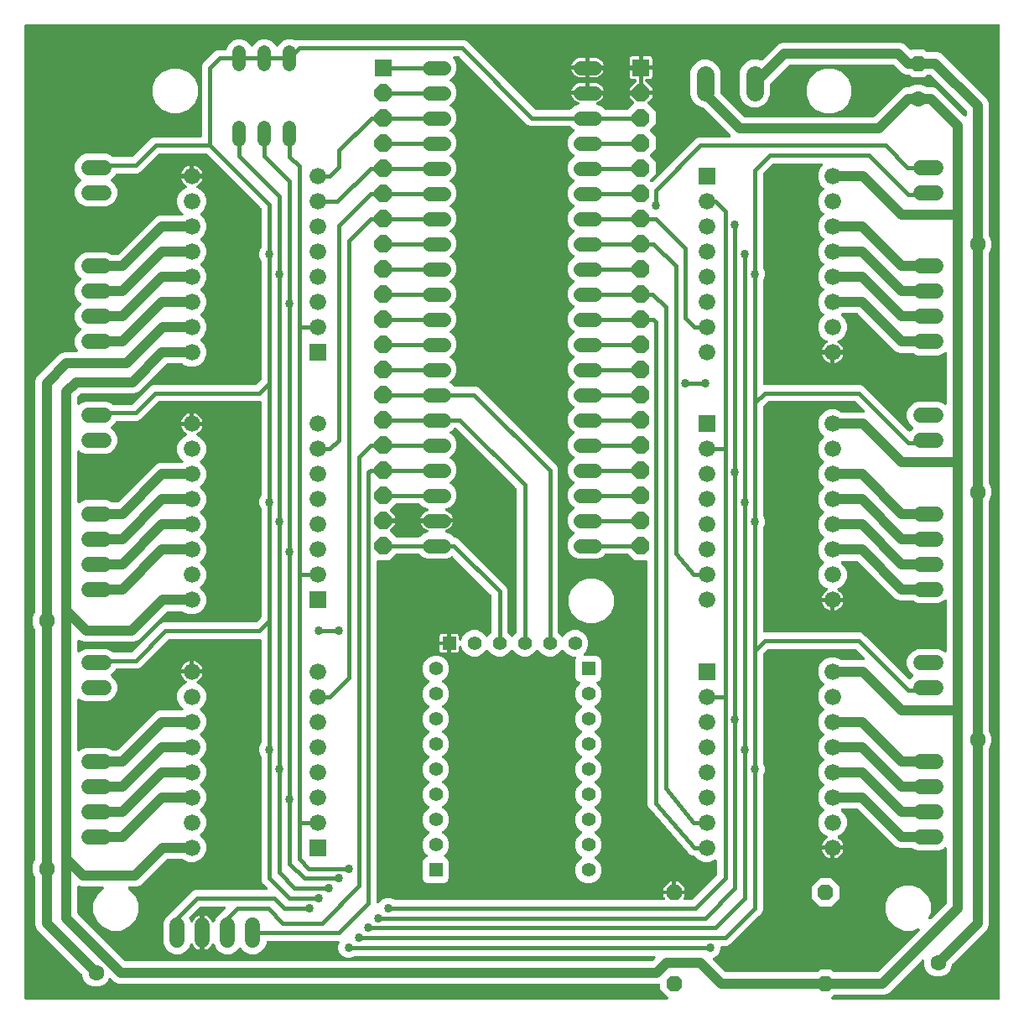
<source format=gbr>
G04 EAGLE Gerber RS-274X export*
G75*
%MOMM*%
%FSLAX34Y34*%
%LPD*%
%INBottom Copper*%
%IPPOS*%
%AMOC8*
5,1,8,0,0,1.08239X$1,22.5*%
G01*
%ADD10C,1.408000*%
%ADD11C,1.676400*%
%ADD12R,1.676400X1.676400*%
%ADD13C,1.524000*%
%ADD14C,1.320800*%
%ADD15C,1.422400*%
%ADD16R,1.422400X1.422400*%
%ADD17C,1.790700*%
%ADD18P,1.732040X8X112.500000*%
%ADD19C,1.600200*%
%ADD20P,1.731824X8X112.500000*%
%ADD21P,1.924489X8X22.500000*%
%ADD22R,1.778000X1.778000*%
%ADD23C,0.406400*%
%ADD24C,0.856400*%
%ADD25C,1.016000*%
%ADD26C,1.600000*%

G36*
X656366Y7632D02*
X656366Y7632D01*
X656466Y7634D01*
X656538Y7652D01*
X656612Y7661D01*
X656707Y7694D01*
X656804Y7719D01*
X656870Y7753D01*
X656940Y7778D01*
X657025Y7833D01*
X657114Y7879D01*
X657171Y7927D01*
X657233Y7967D01*
X657303Y8039D01*
X657379Y8104D01*
X657424Y8164D01*
X657475Y8218D01*
X657527Y8304D01*
X657587Y8385D01*
X657616Y8453D01*
X657654Y8517D01*
X657685Y8613D01*
X657725Y8705D01*
X657738Y8778D01*
X657760Y8849D01*
X657768Y8949D01*
X657786Y9048D01*
X657782Y9122D01*
X657788Y9196D01*
X657773Y9296D01*
X657768Y9396D01*
X657748Y9467D01*
X657737Y9541D01*
X657700Y9634D01*
X657672Y9731D01*
X657635Y9796D01*
X657608Y9865D01*
X657551Y9947D01*
X657502Y10035D01*
X657437Y10111D01*
X657409Y10151D01*
X657383Y10175D01*
X657343Y10221D01*
X649403Y18161D01*
X649403Y22300D01*
X649400Y22326D01*
X649402Y22352D01*
X649380Y22499D01*
X649363Y22646D01*
X649355Y22671D01*
X649351Y22697D01*
X649296Y22835D01*
X649246Y22974D01*
X649232Y22996D01*
X649222Y23021D01*
X649137Y23142D01*
X649057Y23267D01*
X649038Y23285D01*
X649023Y23307D01*
X648913Y23406D01*
X648806Y23509D01*
X648784Y23523D01*
X648764Y23540D01*
X648634Y23612D01*
X648507Y23688D01*
X648482Y23696D01*
X648459Y23709D01*
X648316Y23749D01*
X648175Y23794D01*
X648149Y23796D01*
X648124Y23804D01*
X647880Y23823D01*
X102777Y23823D01*
X98669Y25525D01*
X95094Y29100D01*
X94976Y29193D01*
X94861Y29290D01*
X94840Y29301D01*
X94821Y29316D01*
X94685Y29381D01*
X94551Y29449D01*
X94528Y29455D01*
X94506Y29465D01*
X94359Y29497D01*
X94213Y29533D01*
X94189Y29534D01*
X94165Y29539D01*
X94015Y29536D01*
X93864Y29538D01*
X93841Y29533D01*
X93817Y29533D01*
X93671Y29496D01*
X93524Y29464D01*
X93502Y29454D01*
X93479Y29448D01*
X93345Y29379D01*
X93209Y29314D01*
X93190Y29299D01*
X93169Y29288D01*
X93054Y29191D01*
X92937Y29097D01*
X92922Y29078D01*
X92903Y29062D01*
X92814Y28941D01*
X92721Y28823D01*
X92708Y28797D01*
X92696Y28782D01*
X92678Y28739D01*
X92610Y28606D01*
X91951Y27015D01*
X87985Y23049D01*
X82804Y20903D01*
X77196Y20903D01*
X72015Y23049D01*
X68049Y27015D01*
X65903Y32196D01*
X65903Y32659D01*
X65889Y32785D01*
X65882Y32911D01*
X65869Y32958D01*
X65863Y33006D01*
X65821Y33125D01*
X65786Y33246D01*
X65762Y33288D01*
X65746Y33334D01*
X65677Y33440D01*
X65616Y33550D01*
X65576Y33597D01*
X65557Y33627D01*
X65522Y33660D01*
X65457Y33737D01*
X20525Y78669D01*
X18823Y82777D01*
X18823Y130610D01*
X18809Y130736D01*
X18802Y130862D01*
X18789Y130908D01*
X18783Y130956D01*
X18741Y131075D01*
X18706Y131197D01*
X18682Y131239D01*
X18666Y131284D01*
X18597Y131391D01*
X18536Y131501D01*
X18496Y131547D01*
X18477Y131577D01*
X18442Y131611D01*
X18377Y131687D01*
X18049Y132015D01*
X15903Y137196D01*
X15903Y142804D01*
X18049Y147985D01*
X18377Y148313D01*
X18455Y148412D01*
X18540Y148506D01*
X18564Y148548D01*
X18594Y148586D01*
X18648Y148700D01*
X18709Y148811D01*
X18722Y148857D01*
X18743Y148901D01*
X18769Y149025D01*
X18804Y149146D01*
X18809Y149207D01*
X18816Y149242D01*
X18815Y149290D01*
X18823Y149390D01*
X18823Y380610D01*
X18809Y380736D01*
X18802Y380862D01*
X18789Y380908D01*
X18783Y380956D01*
X18741Y381075D01*
X18706Y381197D01*
X18682Y381239D01*
X18666Y381284D01*
X18597Y381391D01*
X18536Y381501D01*
X18496Y381547D01*
X18477Y381577D01*
X18442Y381611D01*
X18377Y381687D01*
X18049Y382015D01*
X15903Y387196D01*
X15903Y392804D01*
X18049Y397985D01*
X18377Y398313D01*
X18456Y398412D01*
X18540Y398506D01*
X18564Y398548D01*
X18594Y398586D01*
X18648Y398700D01*
X18709Y398811D01*
X18722Y398857D01*
X18743Y398901D01*
X18769Y399024D01*
X18804Y399146D01*
X18809Y399207D01*
X18816Y399242D01*
X18815Y399290D01*
X18823Y399390D01*
X18823Y632223D01*
X20525Y636331D01*
X43669Y659475D01*
X47777Y661177D01*
X60027Y661177D01*
X60127Y661188D01*
X60228Y661190D01*
X60300Y661208D01*
X60374Y661217D01*
X60468Y661250D01*
X60566Y661275D01*
X60632Y661309D01*
X60702Y661334D01*
X60786Y661389D01*
X60875Y661435D01*
X60932Y661483D01*
X60995Y661523D01*
X61064Y661595D01*
X61141Y661660D01*
X61185Y661720D01*
X61237Y661774D01*
X61288Y661860D01*
X61348Y661941D01*
X61377Y662009D01*
X61416Y662073D01*
X61446Y662168D01*
X61486Y662261D01*
X61499Y662334D01*
X61522Y662405D01*
X61530Y662505D01*
X61548Y662604D01*
X61544Y662678D01*
X61550Y662752D01*
X61535Y662851D01*
X61530Y662952D01*
X61509Y663023D01*
X61498Y663097D01*
X61461Y663190D01*
X61433Y663287D01*
X61397Y663352D01*
X61369Y663421D01*
X61312Y663503D01*
X61263Y663591D01*
X61198Y663667D01*
X61170Y663707D01*
X61144Y663731D01*
X61105Y663777D01*
X60752Y664130D01*
X58663Y669172D01*
X58663Y674628D01*
X60752Y679670D01*
X64605Y683523D01*
X64621Y683543D01*
X64641Y683560D01*
X64729Y683680D01*
X64821Y683796D01*
X64832Y683820D01*
X64848Y683841D01*
X64907Y683977D01*
X64970Y684111D01*
X64976Y684137D01*
X64986Y684161D01*
X65012Y684307D01*
X65043Y684452D01*
X65043Y684478D01*
X65048Y684504D01*
X65040Y684652D01*
X65037Y684800D01*
X65031Y684826D01*
X65030Y684852D01*
X64989Y684994D01*
X64952Y685138D01*
X64940Y685161D01*
X64933Y685187D01*
X64861Y685316D01*
X64793Y685448D01*
X64776Y685468D01*
X64763Y685491D01*
X64605Y685677D01*
X60752Y689530D01*
X58663Y694572D01*
X58663Y700028D01*
X60752Y705070D01*
X64605Y708923D01*
X64621Y708943D01*
X64641Y708960D01*
X64729Y709080D01*
X64821Y709196D01*
X64832Y709220D01*
X64848Y709241D01*
X64907Y709377D01*
X64970Y709511D01*
X64976Y709537D01*
X64986Y709561D01*
X65012Y709707D01*
X65043Y709852D01*
X65043Y709878D01*
X65048Y709904D01*
X65040Y710052D01*
X65037Y710200D01*
X65031Y710226D01*
X65030Y710252D01*
X64989Y710394D01*
X64952Y710538D01*
X64940Y710561D01*
X64933Y710587D01*
X64861Y710716D01*
X64793Y710848D01*
X64776Y710868D01*
X64763Y710891D01*
X64605Y711077D01*
X60752Y714930D01*
X58663Y719972D01*
X58663Y725428D01*
X60752Y730470D01*
X64605Y734323D01*
X64621Y734343D01*
X64641Y734360D01*
X64729Y734480D01*
X64821Y734596D01*
X64832Y734620D01*
X64848Y734641D01*
X64907Y734777D01*
X64970Y734911D01*
X64976Y734937D01*
X64986Y734961D01*
X65012Y735107D01*
X65043Y735252D01*
X65043Y735278D01*
X65048Y735304D01*
X65040Y735452D01*
X65037Y735600D01*
X65031Y735626D01*
X65030Y735652D01*
X64989Y735794D01*
X64952Y735938D01*
X64940Y735961D01*
X64933Y735987D01*
X64861Y736116D01*
X64793Y736248D01*
X64776Y736268D01*
X64763Y736291D01*
X64605Y736477D01*
X60752Y740330D01*
X58663Y745372D01*
X58663Y750828D01*
X60752Y755870D01*
X64610Y759728D01*
X69652Y761817D01*
X90348Y761817D01*
X95390Y759728D01*
X95396Y759723D01*
X95495Y759644D01*
X95588Y759560D01*
X95631Y759536D01*
X95669Y759506D01*
X95783Y759452D01*
X95893Y759391D01*
X95940Y759378D01*
X95984Y759357D01*
X96107Y759331D01*
X96229Y759296D01*
X96290Y759291D01*
X96324Y759284D01*
X96372Y759285D01*
X96473Y759277D01*
X101239Y759277D01*
X101365Y759291D01*
X101491Y759298D01*
X101538Y759311D01*
X101586Y759317D01*
X101705Y759359D01*
X101826Y759394D01*
X101868Y759418D01*
X101914Y759434D01*
X102020Y759503D01*
X102130Y759564D01*
X102177Y759604D01*
X102207Y759623D01*
X102240Y759658D01*
X102317Y759723D01*
X140169Y797575D01*
X144277Y799277D01*
X166570Y799277D01*
X166670Y799288D01*
X166770Y799290D01*
X166842Y799308D01*
X166916Y799317D01*
X167010Y799350D01*
X167108Y799375D01*
X167174Y799409D01*
X167244Y799434D01*
X167328Y799489D01*
X167418Y799535D01*
X167474Y799583D01*
X167537Y799623D01*
X167607Y799695D01*
X167683Y799760D01*
X167727Y799820D01*
X167779Y799874D01*
X167831Y799960D01*
X167890Y800041D01*
X167920Y800109D01*
X167958Y800173D01*
X167989Y800269D01*
X168028Y800361D01*
X168041Y800434D01*
X168064Y800505D01*
X168072Y800605D01*
X168090Y800704D01*
X168086Y800778D01*
X168092Y800852D01*
X168077Y800952D01*
X168072Y801052D01*
X168051Y801123D01*
X168040Y801197D01*
X168003Y801290D01*
X167976Y801387D01*
X167939Y801452D01*
X167912Y801521D01*
X167854Y801603D01*
X167805Y801691D01*
X167740Y801767D01*
X167713Y801807D01*
X167686Y801831D01*
X167647Y801877D01*
X164226Y805298D01*
X162021Y810620D01*
X162021Y816380D01*
X164226Y821702D01*
X168298Y825774D01*
X170708Y826772D01*
X170744Y826792D01*
X170782Y826806D01*
X170895Y826877D01*
X171012Y826942D01*
X171043Y826969D01*
X171077Y826991D01*
X171171Y827086D01*
X171271Y827176D01*
X171294Y827210D01*
X171323Y827238D01*
X171393Y827352D01*
X171469Y827463D01*
X171484Y827501D01*
X171505Y827535D01*
X171548Y827662D01*
X171597Y827787D01*
X171603Y827827D01*
X171616Y827866D01*
X171628Y827999D01*
X171647Y828132D01*
X171644Y828172D01*
X171648Y828213D01*
X171630Y828345D01*
X171619Y828479D01*
X171606Y828518D01*
X171600Y828558D01*
X171553Y828683D01*
X171511Y828811D01*
X171490Y828846D01*
X171476Y828884D01*
X171401Y828994D01*
X171332Y829109D01*
X171303Y829138D01*
X171280Y829172D01*
X171182Y829263D01*
X171089Y829359D01*
X171055Y829381D01*
X171025Y829409D01*
X170816Y829537D01*
X170775Y829558D01*
X169384Y830569D01*
X168169Y831784D01*
X167158Y833175D01*
X166378Y834707D01*
X165846Y836342D01*
X165797Y836651D01*
X175774Y836651D01*
X175800Y836654D01*
X175826Y836652D01*
X175973Y836674D01*
X176120Y836691D01*
X176145Y836699D01*
X176171Y836703D01*
X176308Y836758D01*
X176448Y836808D01*
X176470Y836822D01*
X176495Y836832D01*
X176507Y836841D01*
X176599Y836786D01*
X176624Y836778D01*
X176647Y836765D01*
X176790Y836725D01*
X176931Y836680D01*
X176957Y836677D01*
X176982Y836670D01*
X177226Y836651D01*
X187203Y836651D01*
X187154Y836342D01*
X186622Y834707D01*
X185842Y833175D01*
X184831Y831784D01*
X183616Y830569D01*
X182225Y829558D01*
X182184Y829537D01*
X182150Y829515D01*
X182112Y829498D01*
X182005Y829419D01*
X181893Y829344D01*
X181865Y829315D01*
X181833Y829290D01*
X181746Y829188D01*
X181654Y829091D01*
X181634Y829056D01*
X181607Y829024D01*
X181547Y828905D01*
X181479Y828789D01*
X181467Y828750D01*
X181449Y828714D01*
X181416Y828585D01*
X181377Y828456D01*
X181374Y828415D01*
X181364Y828376D01*
X181363Y828242D01*
X181353Y828109D01*
X181360Y828068D01*
X181359Y828027D01*
X181388Y827897D01*
X181409Y827765D01*
X181425Y827727D01*
X181434Y827687D01*
X181491Y827566D01*
X181542Y827442D01*
X181566Y827409D01*
X181583Y827372D01*
X181667Y827267D01*
X181745Y827159D01*
X181775Y827132D01*
X181801Y827100D01*
X181906Y827017D01*
X182006Y826928D01*
X182042Y826909D01*
X182074Y826884D01*
X182292Y826772D01*
X184702Y825774D01*
X188774Y821702D01*
X190979Y816380D01*
X190979Y810620D01*
X188774Y805298D01*
X185353Y801877D01*
X185337Y801857D01*
X185317Y801840D01*
X185229Y801720D01*
X185136Y801604D01*
X185125Y801580D01*
X185110Y801559D01*
X185051Y801423D01*
X184988Y801289D01*
X184982Y801263D01*
X184972Y801239D01*
X184945Y801093D01*
X184914Y800948D01*
X184915Y800922D01*
X184910Y800896D01*
X184918Y800748D01*
X184920Y800600D01*
X184927Y800574D01*
X184928Y800548D01*
X184969Y800406D01*
X185005Y800262D01*
X185017Y800239D01*
X185024Y800213D01*
X185097Y800084D01*
X185165Y799952D01*
X185182Y799932D01*
X185195Y799909D01*
X185353Y799723D01*
X188774Y796302D01*
X190979Y790980D01*
X190979Y785220D01*
X188774Y779898D01*
X185353Y776477D01*
X185337Y776457D01*
X185317Y776440D01*
X185229Y776320D01*
X185136Y776204D01*
X185125Y776180D01*
X185110Y776159D01*
X185051Y776023D01*
X184988Y775889D01*
X184982Y775863D01*
X184972Y775839D01*
X184945Y775693D01*
X184914Y775548D01*
X184915Y775522D01*
X184910Y775496D01*
X184918Y775348D01*
X184920Y775200D01*
X184927Y775174D01*
X184928Y775148D01*
X184969Y775006D01*
X185005Y774862D01*
X185017Y774839D01*
X185024Y774813D01*
X185097Y774684D01*
X185165Y774552D01*
X185182Y774532D01*
X185195Y774509D01*
X185353Y774323D01*
X188774Y770902D01*
X190979Y765580D01*
X190979Y759820D01*
X188774Y754498D01*
X185353Y751077D01*
X185337Y751057D01*
X185317Y751040D01*
X185229Y750920D01*
X185136Y750804D01*
X185125Y750780D01*
X185110Y750759D01*
X185051Y750623D01*
X184988Y750489D01*
X184982Y750463D01*
X184972Y750439D01*
X184945Y750293D01*
X184914Y750148D01*
X184915Y750122D01*
X184910Y750096D01*
X184918Y749948D01*
X184920Y749800D01*
X184927Y749774D01*
X184928Y749748D01*
X184969Y749606D01*
X185005Y749462D01*
X185017Y749439D01*
X185024Y749413D01*
X185097Y749284D01*
X185165Y749152D01*
X185182Y749132D01*
X185195Y749109D01*
X185353Y748923D01*
X188774Y745502D01*
X190979Y740180D01*
X190979Y734420D01*
X188774Y729098D01*
X185353Y725677D01*
X185337Y725657D01*
X185317Y725640D01*
X185229Y725520D01*
X185136Y725404D01*
X185125Y725380D01*
X185110Y725359D01*
X185051Y725223D01*
X184988Y725089D01*
X184982Y725063D01*
X184972Y725039D01*
X184945Y724893D01*
X184914Y724748D01*
X184915Y724722D01*
X184910Y724696D01*
X184918Y724548D01*
X184920Y724400D01*
X184927Y724374D01*
X184928Y724348D01*
X184969Y724206D01*
X185005Y724062D01*
X185017Y724039D01*
X185024Y724013D01*
X185097Y723884D01*
X185165Y723752D01*
X185182Y723732D01*
X185195Y723709D01*
X185353Y723523D01*
X188774Y720102D01*
X190979Y714780D01*
X190979Y709020D01*
X188774Y703698D01*
X185353Y700277D01*
X185337Y700257D01*
X185317Y700240D01*
X185229Y700120D01*
X185136Y700004D01*
X185125Y699980D01*
X185110Y699959D01*
X185051Y699823D01*
X184988Y699689D01*
X184982Y699663D01*
X184972Y699639D01*
X184945Y699493D01*
X184914Y699348D01*
X184915Y699322D01*
X184910Y699296D01*
X184918Y699148D01*
X184920Y699000D01*
X184927Y698974D01*
X184928Y698948D01*
X184969Y698806D01*
X185005Y698662D01*
X185017Y698639D01*
X185024Y698613D01*
X185097Y698484D01*
X185165Y698352D01*
X185182Y698332D01*
X185195Y698309D01*
X185299Y698186D01*
X185311Y698169D01*
X185322Y698159D01*
X185353Y698123D01*
X188774Y694702D01*
X190979Y689380D01*
X190979Y683620D01*
X188774Y678298D01*
X185353Y674877D01*
X185337Y674857D01*
X185317Y674840D01*
X185229Y674720D01*
X185136Y674604D01*
X185125Y674580D01*
X185110Y674559D01*
X185051Y674423D01*
X184988Y674289D01*
X184982Y674263D01*
X184972Y674239D01*
X184945Y674093D01*
X184914Y673948D01*
X184915Y673922D01*
X184910Y673896D01*
X184918Y673748D01*
X184920Y673600D01*
X184927Y673574D01*
X184928Y673548D01*
X184969Y673406D01*
X185005Y673262D01*
X185017Y673239D01*
X185024Y673213D01*
X185097Y673084D01*
X185165Y672952D01*
X185182Y672932D01*
X185195Y672909D01*
X185353Y672723D01*
X188774Y669302D01*
X190979Y663980D01*
X190979Y658220D01*
X188774Y652898D01*
X184702Y648826D01*
X179380Y646621D01*
X173620Y646621D01*
X168298Y648826D01*
X167647Y649477D01*
X167548Y649556D01*
X167454Y649640D01*
X167412Y649664D01*
X167374Y649694D01*
X167260Y649748D01*
X167149Y649809D01*
X167102Y649822D01*
X167059Y649843D01*
X166935Y649869D01*
X166814Y649904D01*
X166753Y649909D01*
X166718Y649916D01*
X166670Y649915D01*
X166570Y649923D01*
X151761Y649923D01*
X151635Y649909D01*
X151509Y649902D01*
X151462Y649889D01*
X151414Y649883D01*
X151295Y649841D01*
X151174Y649806D01*
X151132Y649782D01*
X151086Y649766D01*
X150980Y649697D01*
X150870Y649636D01*
X150823Y649596D01*
X150793Y649577D01*
X150760Y649542D01*
X150683Y649477D01*
X122831Y621625D01*
X118723Y619923D01*
X65261Y619923D01*
X65135Y619909D01*
X65009Y619902D01*
X64962Y619889D01*
X64914Y619883D01*
X64795Y619841D01*
X64674Y619806D01*
X64632Y619782D01*
X64586Y619766D01*
X64480Y619697D01*
X64370Y619636D01*
X64323Y619596D01*
X64293Y619577D01*
X64260Y619542D01*
X64183Y619477D01*
X61623Y616917D01*
X61544Y616818D01*
X61460Y616724D01*
X61436Y616681D01*
X61406Y616644D01*
X61352Y616529D01*
X61291Y616419D01*
X61278Y616372D01*
X61257Y616328D01*
X61231Y616205D01*
X61196Y616083D01*
X61191Y616023D01*
X61184Y615988D01*
X61185Y615940D01*
X61177Y615839D01*
X61177Y609573D01*
X61188Y609473D01*
X61190Y609372D01*
X61208Y609300D01*
X61217Y609226D01*
X61251Y609132D01*
X61275Y609034D01*
X61309Y608968D01*
X61334Y608898D01*
X61389Y608814D01*
X61435Y608725D01*
X61483Y608668D01*
X61523Y608605D01*
X61595Y608536D01*
X61660Y608459D01*
X61720Y608415D01*
X61774Y608363D01*
X61860Y608312D01*
X61941Y608252D01*
X62009Y608223D01*
X62073Y608184D01*
X62169Y608154D01*
X62261Y608114D01*
X62334Y608101D01*
X62405Y608078D01*
X62505Y608070D01*
X62604Y608052D01*
X62678Y608056D01*
X62752Y608050D01*
X62852Y608065D01*
X62952Y608070D01*
X63023Y608091D01*
X63097Y608102D01*
X63190Y608139D01*
X63287Y608167D01*
X63352Y608203D01*
X63421Y608231D01*
X63503Y608288D01*
X63591Y608337D01*
X63667Y608402D01*
X63707Y608430D01*
X63731Y608456D01*
X63777Y608495D01*
X64610Y609328D01*
X69652Y611417D01*
X90348Y611417D01*
X95390Y609328D01*
X96144Y608575D01*
X96243Y608496D01*
X96336Y608412D01*
X96379Y608388D01*
X96417Y608358D01*
X96531Y608304D01*
X96641Y608243D01*
X96688Y608230D01*
X96732Y608209D01*
X96855Y608183D01*
X96977Y608148D01*
X97038Y608143D01*
X97072Y608136D01*
X97120Y608137D01*
X97221Y608129D01*
X116002Y608129D01*
X116128Y608143D01*
X116254Y608150D01*
X116300Y608163D01*
X116348Y608169D01*
X116467Y608211D01*
X116589Y608246D01*
X116631Y608270D01*
X116676Y608286D01*
X116783Y608355D01*
X116893Y608416D01*
X116939Y608456D01*
X116969Y608475D01*
X117003Y608510D01*
X117079Y608575D01*
X135395Y626891D01*
X138383Y628129D01*
X241002Y628129D01*
X241128Y628143D01*
X241254Y628150D01*
X241300Y628163D01*
X241348Y628169D01*
X241467Y628211D01*
X241589Y628246D01*
X241631Y628270D01*
X241676Y628286D01*
X241783Y628355D01*
X241893Y628416D01*
X241939Y628456D01*
X241969Y628475D01*
X242003Y628510D01*
X242079Y628575D01*
X246425Y632921D01*
X246504Y633020D01*
X246588Y633114D01*
X246612Y633156D01*
X246642Y633194D01*
X246696Y633308D01*
X246757Y633419D01*
X246770Y633465D01*
X246791Y633509D01*
X246817Y633632D01*
X246852Y633754D01*
X246857Y633815D01*
X246864Y633850D01*
X246863Y633898D01*
X246871Y633998D01*
X246871Y752820D01*
X246857Y752946D01*
X246850Y753072D01*
X246837Y753118D01*
X246831Y753166D01*
X246789Y753285D01*
X246754Y753407D01*
X246730Y753449D01*
X246714Y753494D01*
X246645Y753601D01*
X246584Y753711D01*
X246544Y753757D01*
X246525Y753787D01*
X246490Y753821D01*
X246425Y753897D01*
X246201Y754121D01*
X244621Y757936D01*
X244621Y762064D01*
X246201Y765879D01*
X246425Y766103D01*
X246504Y766202D01*
X246588Y766296D01*
X246612Y766338D01*
X246642Y766376D01*
X246696Y766490D01*
X246757Y766601D01*
X246770Y766647D01*
X246791Y766691D01*
X246817Y766814D01*
X246852Y766936D01*
X246857Y766997D01*
X246864Y767032D01*
X246863Y767080D01*
X246871Y767180D01*
X246871Y805805D01*
X246868Y805831D01*
X246870Y805856D01*
X246856Y805952D01*
X246851Y806053D01*
X246837Y806101D01*
X246831Y806151D01*
X246822Y806177D01*
X246819Y806201D01*
X246784Y806288D01*
X246755Y806388D01*
X246731Y806432D01*
X246714Y806480D01*
X246698Y806504D01*
X246690Y806524D01*
X246638Y806599D01*
X246586Y806692D01*
X246545Y806741D01*
X246525Y806772D01*
X246503Y806794D01*
X246491Y806811D01*
X246471Y806829D01*
X246428Y806879D01*
X192066Y861557D01*
X191965Y861637D01*
X191870Y861723D01*
X191830Y861745D01*
X191794Y861774D01*
X191677Y861830D01*
X191565Y861892D01*
X191521Y861904D01*
X191479Y861924D01*
X191353Y861952D01*
X191229Y861986D01*
X191172Y861991D01*
X191138Y861998D01*
X191089Y861998D01*
X190986Y862006D01*
X144133Y862006D01*
X144007Y861992D01*
X143881Y861985D01*
X143835Y861972D01*
X143787Y861966D01*
X143668Y861924D01*
X143546Y861889D01*
X143504Y861865D01*
X143458Y861849D01*
X143352Y861780D01*
X143242Y861718D01*
X143196Y861679D01*
X143166Y861660D01*
X143132Y861625D01*
X143056Y861560D01*
X127105Y845610D01*
X124605Y843109D01*
X121617Y841871D01*
X101070Y841871D01*
X100994Y841863D01*
X100918Y841864D01*
X100822Y841843D01*
X100724Y841831D01*
X100652Y841806D01*
X100577Y841789D01*
X100489Y841747D01*
X100396Y841714D01*
X100332Y841672D01*
X100263Y841640D01*
X100186Y841578D01*
X100103Y841525D01*
X100050Y841470D01*
X99990Y841422D01*
X99929Y841345D01*
X99861Y841274D01*
X99822Y841209D01*
X99774Y841149D01*
X99706Y841016D01*
X99682Y840975D01*
X99676Y840957D01*
X99663Y840931D01*
X99248Y839930D01*
X95395Y836077D01*
X95379Y836057D01*
X95359Y836040D01*
X95271Y835920D01*
X95179Y835804D01*
X95168Y835780D01*
X95152Y835759D01*
X95093Y835623D01*
X95030Y835489D01*
X95024Y835463D01*
X95014Y835439D01*
X94988Y835293D01*
X94957Y835148D01*
X94957Y835122D01*
X94952Y835096D01*
X94960Y834948D01*
X94963Y834800D01*
X94969Y834774D01*
X94970Y834748D01*
X95011Y834606D01*
X95048Y834462D01*
X95060Y834439D01*
X95067Y834413D01*
X95139Y834284D01*
X95207Y834152D01*
X95224Y834132D01*
X95237Y834109D01*
X95395Y833923D01*
X99248Y830070D01*
X101337Y825028D01*
X101337Y819572D01*
X99248Y814530D01*
X95390Y810672D01*
X90348Y808583D01*
X69652Y808583D01*
X64610Y810672D01*
X60752Y814530D01*
X58663Y819572D01*
X58663Y825028D01*
X60752Y830070D01*
X64605Y833923D01*
X64621Y833943D01*
X64641Y833960D01*
X64729Y834080D01*
X64821Y834196D01*
X64832Y834220D01*
X64848Y834241D01*
X64907Y834377D01*
X64970Y834511D01*
X64976Y834537D01*
X64986Y834561D01*
X65012Y834707D01*
X65043Y834852D01*
X65043Y834878D01*
X65048Y834904D01*
X65040Y835052D01*
X65037Y835200D01*
X65031Y835226D01*
X65030Y835252D01*
X64989Y835394D01*
X64952Y835538D01*
X64940Y835561D01*
X64933Y835587D01*
X64861Y835716D01*
X64793Y835848D01*
X64776Y835868D01*
X64763Y835891D01*
X64605Y836077D01*
X60752Y839930D01*
X58663Y844972D01*
X58663Y850428D01*
X60752Y855470D01*
X64610Y859328D01*
X69652Y861417D01*
X90348Y861417D01*
X95390Y859328D01*
X96143Y858575D01*
X96243Y858496D01*
X96336Y858412D01*
X96379Y858388D01*
X96416Y858358D01*
X96531Y858304D01*
X96641Y858243D01*
X96688Y858230D01*
X96732Y858209D01*
X96855Y858183D01*
X96977Y858148D01*
X97037Y858143D01*
X97072Y858136D01*
X97120Y858137D01*
X97221Y858129D01*
X116002Y858129D01*
X116128Y858143D01*
X116254Y858150D01*
X116300Y858163D01*
X116348Y858169D01*
X116467Y858211D01*
X116589Y858246D01*
X116631Y858270D01*
X116676Y858286D01*
X116783Y858355D01*
X116893Y858416D01*
X116939Y858456D01*
X116969Y858475D01*
X117003Y858510D01*
X117079Y858575D01*
X133029Y874525D01*
X135530Y877026D01*
X138518Y878264D01*
X185348Y878264D01*
X185374Y878267D01*
X185400Y878264D01*
X185547Y878286D01*
X185694Y878303D01*
X185719Y878312D01*
X185745Y878316D01*
X185883Y878371D01*
X186022Y878421D01*
X186044Y878435D01*
X186069Y878445D01*
X186190Y878529D01*
X186315Y878610D01*
X186333Y878629D01*
X186355Y878644D01*
X186454Y878754D01*
X186557Y878861D01*
X186571Y878883D01*
X186588Y878903D01*
X186660Y879032D01*
X186736Y879160D01*
X186744Y879185D01*
X186757Y879208D01*
X186797Y879351D01*
X186842Y879492D01*
X186844Y879518D01*
X186852Y879543D01*
X186871Y879787D01*
X186871Y950117D01*
X188109Y953105D01*
X199995Y964991D01*
X202983Y966229D01*
X210467Y966229D01*
X210542Y966237D01*
X210619Y966236D01*
X210715Y966257D01*
X210813Y966269D01*
X210885Y966294D01*
X210959Y966311D01*
X211048Y966353D01*
X211141Y966386D01*
X211205Y966428D01*
X211274Y966460D01*
X211351Y966522D01*
X211434Y966575D01*
X211487Y966630D01*
X211547Y966678D01*
X211607Y966755D01*
X211676Y966826D01*
X211715Y966891D01*
X211762Y966951D01*
X211831Y967084D01*
X211855Y967125D01*
X211861Y967143D01*
X211874Y967169D01*
X213833Y971898D01*
X217406Y975471D01*
X222074Y977405D01*
X227126Y977405D01*
X231794Y975471D01*
X235367Y971898D01*
X235893Y970630D01*
X235942Y970542D01*
X235982Y970450D01*
X236026Y970390D01*
X236062Y970325D01*
X236130Y970251D01*
X236189Y970170D01*
X236246Y970122D01*
X236296Y970067D01*
X236379Y970010D01*
X236455Y969945D01*
X236522Y969911D01*
X236583Y969869D01*
X236676Y969832D01*
X236766Y969786D01*
X236838Y969768D01*
X236907Y969741D01*
X237006Y969726D01*
X237104Y969702D01*
X237178Y969701D01*
X237252Y969690D01*
X237352Y969698D01*
X237452Y969697D01*
X237525Y969713D01*
X237599Y969719D01*
X237695Y969750D01*
X237793Y969771D01*
X237860Y969803D01*
X237931Y969826D01*
X238017Y969878D01*
X238108Y969921D01*
X238166Y969967D01*
X238229Y970006D01*
X238301Y970076D01*
X238380Y970138D01*
X238426Y970197D01*
X238479Y970249D01*
X238534Y970333D01*
X238596Y970412D01*
X238642Y970501D01*
X238668Y970542D01*
X238680Y970576D01*
X238707Y970630D01*
X239233Y971898D01*
X242806Y975471D01*
X247474Y977405D01*
X252526Y977405D01*
X257194Y975471D01*
X260767Y971898D01*
X261293Y970630D01*
X261342Y970542D01*
X261382Y970450D01*
X261426Y970390D01*
X261462Y970325D01*
X261530Y970251D01*
X261589Y970170D01*
X261646Y970122D01*
X261696Y970067D01*
X261779Y970010D01*
X261855Y969945D01*
X261922Y969911D01*
X261983Y969869D01*
X262076Y969832D01*
X262166Y969786D01*
X262238Y969768D01*
X262307Y969741D01*
X262406Y969726D01*
X262504Y969702D01*
X262578Y969701D01*
X262652Y969690D01*
X262752Y969698D01*
X262852Y969697D01*
X262925Y969713D01*
X262999Y969719D01*
X263095Y969750D01*
X263193Y969771D01*
X263260Y969803D01*
X263331Y969826D01*
X263417Y969878D01*
X263508Y969921D01*
X263566Y969967D01*
X263629Y970006D01*
X263701Y970076D01*
X263780Y970138D01*
X263826Y970197D01*
X263879Y970249D01*
X263934Y970333D01*
X263996Y970412D01*
X264042Y970501D01*
X264068Y970542D01*
X264080Y970576D01*
X264107Y970630D01*
X264633Y971898D01*
X268206Y975471D01*
X272874Y977405D01*
X277926Y977405D01*
X281691Y975845D01*
X281813Y975810D01*
X281932Y975768D01*
X281980Y975763D01*
X282026Y975750D01*
X282153Y975743D01*
X282278Y975729D01*
X282326Y975735D01*
X282375Y975733D01*
X282499Y975755D01*
X282624Y975770D01*
X282682Y975789D01*
X282717Y975795D01*
X282762Y975814D01*
X282857Y975845D01*
X283783Y976229D01*
X451517Y976229D01*
X454505Y974991D01*
X523121Y906375D01*
X523220Y906296D01*
X523314Y906212D01*
X523356Y906188D01*
X523394Y906158D01*
X523508Y906104D01*
X523619Y906043D01*
X523665Y906030D01*
X523709Y906009D01*
X523832Y905983D01*
X523954Y905948D01*
X524015Y905943D01*
X524050Y905936D01*
X524098Y905937D01*
X524198Y905929D01*
X558080Y905929D01*
X558205Y905943D01*
X558331Y905950D01*
X558378Y905963D01*
X558426Y905969D01*
X558545Y906011D01*
X558666Y906046D01*
X558709Y906070D01*
X558754Y906086D01*
X558860Y906155D01*
X558970Y906216D01*
X559017Y906256D01*
X559047Y906275D01*
X559080Y906310D01*
X559157Y906375D01*
X561719Y908937D01*
X566736Y911015D01*
X566837Y911042D01*
X566894Y911072D01*
X566955Y911094D01*
X567048Y911154D01*
X567145Y911205D01*
X567194Y911248D01*
X567248Y911283D01*
X567325Y911362D01*
X567408Y911435D01*
X567445Y911487D01*
X567490Y911534D01*
X567547Y911628D01*
X567611Y911717D01*
X567636Y911777D01*
X567669Y911833D01*
X567703Y911937D01*
X567745Y912039D01*
X567756Y912103D01*
X567776Y912165D01*
X567784Y912274D01*
X567802Y912383D01*
X567798Y912448D01*
X567804Y912512D01*
X567787Y912621D01*
X567780Y912731D01*
X567761Y912793D01*
X567752Y912857D01*
X567711Y912959D01*
X567679Y913064D01*
X567647Y913121D01*
X567623Y913181D01*
X567560Y913271D01*
X567505Y913366D01*
X567461Y913414D01*
X567424Y913467D01*
X567343Y913540D01*
X567267Y913621D01*
X567213Y913657D01*
X567165Y913700D01*
X567069Y913754D01*
X566978Y913815D01*
X566899Y913847D01*
X566860Y913869D01*
X566821Y913880D01*
X566752Y913909D01*
X565482Y914321D01*
X564139Y915006D01*
X562918Y915892D01*
X561852Y916958D01*
X560966Y918179D01*
X560281Y919522D01*
X559817Y920951D01*
X575474Y920951D01*
X575500Y920954D01*
X575526Y920952D01*
X575673Y920974D01*
X575820Y920991D01*
X575845Y920999D01*
X575871Y921003D01*
X576008Y921058D01*
X576148Y921108D01*
X576170Y921122D01*
X576195Y921132D01*
X576207Y921141D01*
X576299Y921086D01*
X576324Y921078D01*
X576347Y921065D01*
X576490Y921025D01*
X576631Y920980D01*
X576657Y920977D01*
X576682Y920970D01*
X576926Y920951D01*
X592583Y920951D01*
X592119Y919522D01*
X591434Y918179D01*
X590548Y916958D01*
X589482Y915892D01*
X588261Y915006D01*
X586918Y914321D01*
X585648Y913909D01*
X585548Y913863D01*
X585445Y913826D01*
X585390Y913791D01*
X585331Y913764D01*
X585244Y913697D01*
X585152Y913637D01*
X585107Y913590D01*
X585055Y913551D01*
X584986Y913465D01*
X584910Y913386D01*
X584876Y913331D01*
X584835Y913280D01*
X584787Y913182D01*
X584731Y913087D01*
X584711Y913025D01*
X584683Y912967D01*
X584658Y912860D01*
X584624Y912755D01*
X584619Y912691D01*
X584605Y912627D01*
X584605Y912517D01*
X584596Y912408D01*
X584606Y912344D01*
X584606Y912279D01*
X584632Y912172D01*
X584648Y912063D01*
X584672Y912003D01*
X584687Y911940D01*
X584736Y911841D01*
X584777Y911739D01*
X584814Y911686D01*
X584843Y911628D01*
X584913Y911543D01*
X584976Y911453D01*
X585024Y911410D01*
X585065Y911360D01*
X585153Y911293D01*
X585235Y911220D01*
X585291Y911188D01*
X585343Y911149D01*
X585443Y911104D01*
X585540Y911051D01*
X585602Y911034D01*
X585661Y911007D01*
X585702Y910999D01*
X590681Y908937D01*
X593243Y906375D01*
X593342Y906296D01*
X593436Y906212D01*
X593478Y906188D01*
X593516Y906158D01*
X593630Y906104D01*
X593741Y906043D01*
X593788Y906030D01*
X593831Y906009D01*
X593955Y905983D01*
X594077Y905948D01*
X594137Y905943D01*
X594172Y905936D01*
X594220Y905937D01*
X594320Y905929D01*
X616303Y905929D01*
X616429Y905943D01*
X616555Y905950D01*
X616602Y905963D01*
X616650Y905969D01*
X616769Y906011D01*
X616890Y906046D01*
X616932Y906070D01*
X616978Y906086D01*
X617084Y906155D01*
X617194Y906216D01*
X617240Y906256D01*
X617270Y906275D01*
X617304Y906310D01*
X617380Y906375D01*
X622943Y911937D01*
X622959Y911958D01*
X622979Y911975D01*
X623068Y912094D01*
X623160Y912210D01*
X623171Y912234D01*
X623186Y912255D01*
X623245Y912391D01*
X623308Y912525D01*
X623314Y912551D01*
X623324Y912575D01*
X623351Y912721D01*
X623382Y912866D01*
X623381Y912892D01*
X623386Y912918D01*
X623378Y913067D01*
X623376Y913215D01*
X623369Y913240D01*
X623368Y913266D01*
X623327Y913409D01*
X623291Y913553D01*
X623279Y913576D01*
X623272Y913601D01*
X623199Y913731D01*
X623131Y913862D01*
X623114Y913882D01*
X623101Y913905D01*
X622943Y914092D01*
X618569Y918465D01*
X618569Y921169D01*
X629492Y921169D01*
X629518Y921172D01*
X629544Y921170D01*
X629691Y921192D01*
X629838Y921209D01*
X629863Y921217D01*
X629889Y921221D01*
X629996Y921264D01*
X630072Y921243D01*
X630213Y921198D01*
X630239Y921195D01*
X630264Y921188D01*
X630508Y921169D01*
X641431Y921169D01*
X641431Y918465D01*
X637057Y914092D01*
X637041Y914071D01*
X637021Y914054D01*
X636932Y913935D01*
X636840Y913819D01*
X636829Y913795D01*
X636814Y913774D01*
X636755Y913638D01*
X636692Y913503D01*
X636686Y913478D01*
X636676Y913454D01*
X636649Y913308D01*
X636618Y913163D01*
X636619Y913137D01*
X636614Y913111D01*
X636622Y912962D01*
X636624Y912814D01*
X636631Y912789D01*
X636632Y912763D01*
X636673Y912620D01*
X636709Y912476D01*
X636721Y912453D01*
X636728Y912428D01*
X636801Y912299D01*
X636869Y912167D01*
X636886Y912147D01*
X636899Y912124D01*
X637057Y911937D01*
X644987Y904008D01*
X644987Y891592D01*
X639572Y886177D01*
X639555Y886157D01*
X639535Y886140D01*
X639447Y886020D01*
X639355Y885904D01*
X639344Y885880D01*
X639328Y885859D01*
X639269Y885723D01*
X639206Y885589D01*
X639200Y885563D01*
X639190Y885539D01*
X639164Y885393D01*
X639133Y885248D01*
X639133Y885222D01*
X639128Y885196D01*
X639136Y885048D01*
X639139Y884900D01*
X639145Y884874D01*
X639146Y884848D01*
X639187Y884706D01*
X639224Y884562D01*
X639236Y884539D01*
X639243Y884513D01*
X639315Y884384D01*
X639383Y884252D01*
X639400Y884232D01*
X639413Y884209D01*
X639572Y884023D01*
X644987Y878608D01*
X644987Y866192D01*
X639572Y860777D01*
X639555Y860757D01*
X639535Y860740D01*
X639447Y860620D01*
X639355Y860504D01*
X639344Y860480D01*
X639328Y860459D01*
X639269Y860323D01*
X639206Y860189D01*
X639200Y860163D01*
X639190Y860139D01*
X639164Y859993D01*
X639133Y859848D01*
X639133Y859822D01*
X639128Y859796D01*
X639136Y859648D01*
X639139Y859500D01*
X639145Y859474D01*
X639146Y859448D01*
X639187Y859306D01*
X639224Y859162D01*
X639236Y859139D01*
X639243Y859113D01*
X639315Y858984D01*
X639383Y858852D01*
X639400Y858832D01*
X639413Y858809D01*
X639572Y858623D01*
X644987Y853208D01*
X644987Y840792D01*
X639572Y835377D01*
X639565Y835369D01*
X639558Y835363D01*
X639457Y835233D01*
X639355Y835104D01*
X639351Y835095D01*
X639345Y835087D01*
X639276Y834938D01*
X639206Y834789D01*
X639204Y834779D01*
X639200Y834770D01*
X639167Y834608D01*
X639133Y834448D01*
X639133Y834438D01*
X639131Y834429D01*
X639136Y834263D01*
X639139Y834100D01*
X639141Y834090D01*
X639141Y834080D01*
X639183Y833921D01*
X639224Y833762D01*
X639228Y833753D01*
X639231Y833743D01*
X639308Y833599D01*
X639383Y833452D01*
X639390Y833444D01*
X639394Y833436D01*
X639549Y833246D01*
X639550Y833245D01*
X639582Y833218D01*
X639609Y833187D01*
X639609Y833186D01*
X639610Y833186D01*
X639716Y833107D01*
X639818Y833023D01*
X639856Y833004D01*
X639890Y832979D01*
X640011Y832926D01*
X640130Y832867D01*
X640171Y832858D01*
X640210Y832841D01*
X640340Y832817D01*
X640469Y832787D01*
X640511Y832787D01*
X640553Y832779D01*
X640685Y832786D01*
X640817Y832785D01*
X640859Y832795D01*
X640901Y832797D01*
X641028Y832834D01*
X641157Y832863D01*
X641195Y832882D01*
X641236Y832894D01*
X641351Y832958D01*
X641470Y833016D01*
X641503Y833043D01*
X641540Y833064D01*
X641726Y833222D01*
X682895Y874390D01*
X685395Y876891D01*
X688383Y878129D01*
X719388Y878129D01*
X719487Y878140D01*
X719588Y878142D01*
X719660Y878160D01*
X719734Y878169D01*
X719828Y878202D01*
X719926Y878227D01*
X719992Y878261D01*
X720062Y878286D01*
X720146Y878341D01*
X720236Y878387D01*
X720292Y878435D01*
X720355Y878475D01*
X720424Y878547D01*
X720501Y878612D01*
X720545Y878672D01*
X720597Y878726D01*
X720648Y878812D01*
X720708Y878893D01*
X720738Y878961D01*
X720776Y879025D01*
X720806Y879121D01*
X720846Y879213D01*
X720859Y879286D01*
X720882Y879357D01*
X720890Y879457D01*
X720908Y879556D01*
X720904Y879630D01*
X720910Y879704D01*
X720895Y879804D01*
X720890Y879904D01*
X720869Y879975D01*
X720858Y880049D01*
X720821Y880142D01*
X720793Y880239D01*
X720757Y880304D01*
X720729Y880373D01*
X720672Y880455D01*
X720623Y880543D01*
X720558Y880619D01*
X720531Y880659D01*
X720504Y880683D01*
X720465Y880729D01*
X692944Y908250D01*
X692845Y908329D01*
X692751Y908413D01*
X692708Y908437D01*
X692671Y908467D01*
X692556Y908521D01*
X692446Y908582D01*
X692399Y908595D01*
X692355Y908616D01*
X692232Y908642D01*
X692110Y908677D01*
X692050Y908682D01*
X692034Y908685D01*
X686475Y910988D01*
X682241Y915221D01*
X679950Y920753D01*
X679950Y944647D01*
X682241Y950179D01*
X686475Y954412D01*
X692006Y956704D01*
X697994Y956704D01*
X703525Y954412D01*
X707759Y950179D01*
X710050Y944647D01*
X710050Y923387D01*
X710065Y923261D01*
X710071Y923135D01*
X710085Y923089D01*
X710090Y923041D01*
X710133Y922922D01*
X710168Y922800D01*
X710191Y922758D01*
X710208Y922713D01*
X710276Y922606D01*
X710338Y922496D01*
X710377Y922450D01*
X710397Y922420D01*
X710431Y922386D01*
X710496Y922310D01*
X733963Y898843D01*
X734062Y898764D01*
X734156Y898680D01*
X734199Y898656D01*
X734236Y898626D01*
X734351Y898572D01*
X734461Y898511D01*
X734508Y898498D01*
X734552Y898477D01*
X734675Y898451D01*
X734797Y898416D01*
X734857Y898411D01*
X734892Y898404D01*
X734940Y898405D01*
X735041Y898397D01*
X864739Y898397D01*
X864865Y898411D01*
X864991Y898418D01*
X865038Y898431D01*
X865086Y898437D01*
X865205Y898479D01*
X865326Y898514D01*
X865368Y898538D01*
X865414Y898554D01*
X865520Y898623D01*
X865630Y898684D01*
X865677Y898724D01*
X865707Y898743D01*
X865740Y898778D01*
X865817Y898843D01*
X893669Y926695D01*
X897777Y928397D01*
X900609Y928397D01*
X900734Y928411D01*
X900860Y928418D01*
X900907Y928431D01*
X900955Y928437D01*
X901074Y928479D01*
X901195Y928514D01*
X901237Y928538D01*
X901283Y928554D01*
X901389Y928623D01*
X901499Y928684D01*
X901546Y928724D01*
X901576Y928743D01*
X901609Y928778D01*
X901686Y928843D01*
X902014Y929171D01*
X907196Y931318D01*
X912804Y931318D01*
X917986Y929171D01*
X918314Y928843D01*
X918413Y928764D01*
X918507Y928680D01*
X918550Y928656D01*
X918587Y928626D01*
X918701Y928572D01*
X918812Y928511D01*
X918859Y928498D01*
X918902Y928477D01*
X919026Y928451D01*
X919148Y928416D01*
X919208Y928411D01*
X919243Y928404D01*
X919291Y928405D01*
X919391Y928397D01*
X925003Y928397D01*
X929111Y926695D01*
X932469Y923337D01*
X956117Y899689D01*
X956223Y899584D01*
X956301Y899521D01*
X956374Y899451D01*
X956438Y899413D01*
X956496Y899367D01*
X956587Y899324D01*
X956673Y899272D01*
X956744Y899250D01*
X956811Y899218D01*
X956909Y899197D01*
X957005Y899166D01*
X957079Y899160D01*
X957151Y899144D01*
X957252Y899146D01*
X957352Y899138D01*
X957426Y899149D01*
X957500Y899150D01*
X957597Y899175D01*
X957697Y899190D01*
X957766Y899217D01*
X957838Y899235D01*
X957927Y899281D01*
X958021Y899319D01*
X958082Y899361D01*
X958148Y899395D01*
X958224Y899460D01*
X958307Y899517D01*
X958357Y899573D01*
X958413Y899621D01*
X958473Y899702D01*
X958540Y899776D01*
X958576Y899841D01*
X958620Y899901D01*
X958660Y899993D01*
X958709Y900081D01*
X958729Y900153D01*
X958758Y900221D01*
X958776Y900320D01*
X958804Y900417D01*
X958812Y900517D01*
X958820Y900564D01*
X958818Y900600D01*
X958823Y900660D01*
X958823Y904739D01*
X958809Y904865D01*
X958802Y904991D01*
X958789Y905038D01*
X958783Y905086D01*
X958741Y905205D01*
X958706Y905326D01*
X958682Y905368D01*
X958666Y905414D01*
X958597Y905520D01*
X958536Y905630D01*
X958496Y905677D01*
X958477Y905707D01*
X958442Y905740D01*
X958377Y905817D01*
X923037Y941157D01*
X922938Y941236D01*
X922844Y941320D01*
X922801Y941344D01*
X922764Y941374D01*
X922649Y941428D01*
X922539Y941489D01*
X922492Y941502D01*
X922448Y941523D01*
X922325Y941549D01*
X922203Y941584D01*
X922143Y941589D01*
X922108Y941596D01*
X922060Y941595D01*
X921959Y941603D01*
X919391Y941603D01*
X919266Y941589D01*
X919140Y941582D01*
X919093Y941569D01*
X919045Y941563D01*
X918926Y941521D01*
X918805Y941486D01*
X918763Y941462D01*
X918717Y941446D01*
X918611Y941377D01*
X918501Y941316D01*
X918454Y941276D01*
X918424Y941257D01*
X918391Y941222D01*
X918314Y941157D01*
X915839Y938682D01*
X904161Y938682D01*
X901686Y941157D01*
X901587Y941236D01*
X901493Y941320D01*
X901450Y941344D01*
X901413Y941374D01*
X901298Y941428D01*
X901188Y941489D01*
X901141Y941502D01*
X901098Y941523D01*
X900974Y941549D01*
X900852Y941584D01*
X900792Y941589D01*
X900757Y941596D01*
X900709Y941595D01*
X900609Y941603D01*
X897777Y941603D01*
X893669Y943305D01*
X885897Y951077D01*
X885798Y951156D01*
X885704Y951240D01*
X885661Y951264D01*
X885624Y951294D01*
X885509Y951348D01*
X885399Y951409D01*
X885352Y951422D01*
X885308Y951443D01*
X885185Y951469D01*
X885063Y951504D01*
X885003Y951509D01*
X884968Y951516D01*
X884920Y951515D01*
X884819Y951523D01*
X780261Y951523D01*
X780135Y951509D01*
X780009Y951502D01*
X779962Y951489D01*
X779914Y951483D01*
X779795Y951441D01*
X779674Y951406D01*
X779632Y951382D01*
X779586Y951366D01*
X779480Y951297D01*
X779370Y951236D01*
X779324Y951196D01*
X779293Y951177D01*
X779260Y951142D01*
X779183Y951077D01*
X760496Y932390D01*
X760418Y932291D01*
X760333Y932197D01*
X760310Y932155D01*
X760280Y932117D01*
X760226Y932003D01*
X760165Y931892D01*
X760151Y931846D01*
X760131Y931802D01*
X760104Y931679D01*
X760070Y931557D01*
X760065Y931496D01*
X760057Y931461D01*
X760058Y931413D01*
X760050Y931313D01*
X760050Y920753D01*
X757759Y915221D01*
X753525Y910988D01*
X747994Y908696D01*
X742006Y908696D01*
X736475Y910988D01*
X732241Y915221D01*
X729950Y920753D01*
X729950Y944647D01*
X732241Y950179D01*
X736475Y954412D01*
X742006Y956704D01*
X747994Y956704D01*
X750733Y955569D01*
X750806Y955548D01*
X750877Y955518D01*
X750973Y955500D01*
X751068Y955473D01*
X751144Y955470D01*
X751220Y955456D01*
X751318Y955461D01*
X751416Y955456D01*
X751491Y955470D01*
X751568Y955474D01*
X751662Y955501D01*
X751759Y955519D01*
X751829Y955549D01*
X751903Y955571D01*
X751988Y955619D01*
X752079Y955658D01*
X752140Y955703D01*
X752207Y955741D01*
X752320Y955838D01*
X752358Y955866D01*
X752371Y955880D01*
X752393Y955899D01*
X768669Y972175D01*
X772777Y973877D01*
X892303Y973877D01*
X896411Y972175D01*
X901857Y966729D01*
X901878Y966713D01*
X901895Y966693D01*
X902014Y966604D01*
X902130Y966512D01*
X902154Y966501D01*
X902175Y966485D01*
X902311Y966427D01*
X902446Y966363D01*
X902471Y966358D01*
X902495Y966347D01*
X902642Y966321D01*
X902786Y966290D01*
X902812Y966290D01*
X902838Y966286D01*
X902987Y966293D01*
X903135Y966296D01*
X903160Y966302D01*
X903186Y966304D01*
X903329Y966345D01*
X903473Y966381D01*
X903496Y966393D01*
X903521Y966400D01*
X903651Y966473D01*
X903783Y966541D01*
X903802Y966557D01*
X903825Y966570D01*
X904012Y966729D01*
X904161Y966878D01*
X915839Y966878D01*
X918314Y964403D01*
X918413Y964324D01*
X918507Y964240D01*
X918549Y964216D01*
X918587Y964186D01*
X918701Y964132D01*
X918812Y964071D01*
X918859Y964058D01*
X918902Y964037D01*
X919026Y964011D01*
X919148Y963976D01*
X919208Y963971D01*
X919243Y963964D01*
X919291Y963965D01*
X919391Y963957D01*
X929443Y963957D01*
X933551Y962255D01*
X979475Y916331D01*
X981177Y912223D01*
X981177Y779390D01*
X981191Y779264D01*
X981198Y779138D01*
X981211Y779092D01*
X981217Y779044D01*
X981259Y778925D01*
X981294Y778803D01*
X981318Y778761D01*
X981334Y778716D01*
X981403Y778609D01*
X981464Y778499D01*
X981504Y778453D01*
X981523Y778423D01*
X981558Y778389D01*
X981623Y778313D01*
X981951Y777985D01*
X984097Y772804D01*
X984097Y767196D01*
X981951Y762015D01*
X981623Y761687D01*
X981544Y761588D01*
X981460Y761494D01*
X981436Y761452D01*
X981406Y761414D01*
X981352Y761300D01*
X981291Y761189D01*
X981278Y761143D01*
X981257Y761099D01*
X981231Y760975D01*
X981196Y760854D01*
X981191Y760793D01*
X981184Y760758D01*
X981185Y760710D01*
X981177Y760610D01*
X981177Y529390D01*
X981191Y529264D01*
X981198Y529138D01*
X981211Y529092D01*
X981217Y529044D01*
X981259Y528925D01*
X981294Y528803D01*
X981318Y528761D01*
X981334Y528716D01*
X981403Y528609D01*
X981464Y528499D01*
X981504Y528453D01*
X981523Y528423D01*
X981558Y528389D01*
X981623Y528313D01*
X981951Y527985D01*
X984097Y522804D01*
X984097Y517196D01*
X981951Y512015D01*
X981623Y511687D01*
X981544Y511588D01*
X981460Y511494D01*
X981436Y511452D01*
X981406Y511414D01*
X981352Y511300D01*
X981291Y511189D01*
X981278Y511143D01*
X981257Y511099D01*
X981231Y510975D01*
X981196Y510854D01*
X981191Y510793D01*
X981184Y510758D01*
X981185Y510710D01*
X981177Y510610D01*
X981177Y279390D01*
X981191Y279264D01*
X981198Y279138D01*
X981211Y279092D01*
X981217Y279044D01*
X981259Y278925D01*
X981294Y278803D01*
X981318Y278761D01*
X981334Y278716D01*
X981403Y278609D01*
X981464Y278499D01*
X981504Y278453D01*
X981523Y278423D01*
X981558Y278389D01*
X981623Y278313D01*
X981951Y277985D01*
X984097Y272804D01*
X984097Y267196D01*
X981951Y262015D01*
X981623Y261687D01*
X981544Y261588D01*
X981460Y261494D01*
X981436Y261452D01*
X981406Y261414D01*
X981352Y261300D01*
X981291Y261189D01*
X981278Y261143D01*
X981257Y261099D01*
X981231Y260976D01*
X981196Y260854D01*
X981191Y260793D01*
X981184Y260758D01*
X981185Y260710D01*
X981177Y260610D01*
X981177Y82777D01*
X979475Y78669D01*
X944543Y43737D01*
X944464Y43638D01*
X944460Y43632D01*
X944411Y43582D01*
X944404Y43571D01*
X944380Y43544D01*
X944356Y43501D01*
X944326Y43464D01*
X944274Y43354D01*
X944232Y43283D01*
X944227Y43267D01*
X944211Y43239D01*
X944198Y43192D01*
X944177Y43148D01*
X944154Y43038D01*
X944126Y42951D01*
X944124Y42930D01*
X944116Y42903D01*
X944111Y42843D01*
X944104Y42808D01*
X944105Y42760D01*
X944097Y42659D01*
X944097Y42196D01*
X941951Y37015D01*
X937985Y33049D01*
X932804Y30903D01*
X927196Y30903D01*
X922015Y33049D01*
X918049Y37015D01*
X915903Y42196D01*
X915903Y46420D01*
X915892Y46519D01*
X915890Y46620D01*
X915872Y46692D01*
X915863Y46766D01*
X915830Y46860D01*
X915805Y46958D01*
X915771Y47024D01*
X915746Y47094D01*
X915691Y47178D01*
X915645Y47268D01*
X915597Y47324D01*
X915557Y47387D01*
X915485Y47456D01*
X915420Y47533D01*
X915360Y47577D01*
X915306Y47629D01*
X915220Y47680D01*
X915139Y47740D01*
X915071Y47770D01*
X915007Y47808D01*
X914911Y47838D01*
X914819Y47878D01*
X914746Y47891D01*
X914675Y47914D01*
X914575Y47922D01*
X914476Y47940D01*
X914402Y47936D01*
X914328Y47942D01*
X914228Y47927D01*
X914128Y47922D01*
X914057Y47901D01*
X913983Y47890D01*
X913890Y47853D01*
X913793Y47825D01*
X913728Y47789D01*
X913659Y47761D01*
X913577Y47704D01*
X913489Y47655D01*
X913413Y47590D01*
X913373Y47563D01*
X913349Y47536D01*
X913303Y47497D01*
X883689Y17883D01*
X880331Y14525D01*
X876223Y12823D01*
X825890Y12823D01*
X825764Y12809D01*
X825638Y12802D01*
X825592Y12789D01*
X825544Y12783D01*
X825425Y12741D01*
X825303Y12706D01*
X825261Y12682D01*
X825216Y12666D01*
X825110Y12597D01*
X824999Y12536D01*
X824953Y12496D01*
X824923Y12477D01*
X824889Y12442D01*
X824813Y12377D01*
X822657Y10221D01*
X822595Y10143D01*
X822525Y10070D01*
X822486Y10006D01*
X822440Y9948D01*
X822397Y9857D01*
X822346Y9771D01*
X822323Y9700D01*
X822291Y9633D01*
X822270Y9535D01*
X822240Y9439D01*
X822234Y9365D01*
X822218Y9292D01*
X822220Y9192D01*
X822212Y9092D01*
X822223Y9018D01*
X822224Y8944D01*
X822248Y8847D01*
X822263Y8747D01*
X822291Y8678D01*
X822309Y8606D01*
X822355Y8517D01*
X822392Y8423D01*
X822434Y8362D01*
X822469Y8296D01*
X822534Y8220D01*
X822591Y8137D01*
X822646Y8087D01*
X822694Y8031D01*
X822775Y7971D01*
X822850Y7904D01*
X822915Y7868D01*
X822975Y7823D01*
X823067Y7784D01*
X823155Y7735D01*
X823226Y7715D01*
X823295Y7685D01*
X823393Y7668D01*
X823490Y7640D01*
X823590Y7632D01*
X823638Y7624D01*
X823673Y7626D01*
X823734Y7621D01*
X990856Y7621D01*
X990882Y7624D01*
X990908Y7622D01*
X991055Y7644D01*
X991202Y7661D01*
X991227Y7669D01*
X991253Y7673D01*
X991391Y7728D01*
X991530Y7778D01*
X991552Y7792D01*
X991577Y7802D01*
X991698Y7887D01*
X991823Y7967D01*
X991841Y7986D01*
X991863Y8001D01*
X991962Y8111D01*
X992065Y8218D01*
X992079Y8240D01*
X992096Y8260D01*
X992168Y8390D01*
X992244Y8517D01*
X992252Y8542D01*
X992265Y8565D01*
X992305Y8708D01*
X992350Y8849D01*
X992352Y8875D01*
X992360Y8900D01*
X992379Y9144D01*
X992379Y990856D01*
X992376Y990882D01*
X992378Y990908D01*
X992356Y991055D01*
X992339Y991202D01*
X992331Y991227D01*
X992327Y991253D01*
X992272Y991391D01*
X992222Y991530D01*
X992208Y991552D01*
X992198Y991577D01*
X992113Y991698D01*
X992033Y991823D01*
X992014Y991841D01*
X991999Y991863D01*
X991889Y991962D01*
X991782Y992065D01*
X991760Y992079D01*
X991740Y992096D01*
X991610Y992168D01*
X991483Y992244D01*
X991458Y992252D01*
X991435Y992265D01*
X991292Y992305D01*
X991151Y992350D01*
X991125Y992352D01*
X991100Y992360D01*
X990856Y992379D01*
X9144Y992379D01*
X9118Y992376D01*
X9092Y992378D01*
X8945Y992356D01*
X8798Y992339D01*
X8773Y992331D01*
X8747Y992327D01*
X8609Y992272D01*
X8470Y992222D01*
X8448Y992208D01*
X8423Y992198D01*
X8302Y992113D01*
X8177Y992033D01*
X8159Y992014D01*
X8137Y991999D01*
X8038Y991889D01*
X7935Y991782D01*
X7921Y991760D01*
X7904Y991740D01*
X7832Y991610D01*
X7756Y991483D01*
X7748Y991458D01*
X7735Y991435D01*
X7695Y991292D01*
X7650Y991151D01*
X7648Y991125D01*
X7640Y991100D01*
X7621Y990856D01*
X7621Y9144D01*
X7624Y9118D01*
X7622Y9092D01*
X7644Y8945D01*
X7661Y8798D01*
X7669Y8773D01*
X7673Y8747D01*
X7728Y8609D01*
X7778Y8470D01*
X7792Y8448D01*
X7802Y8423D01*
X7887Y8302D01*
X7967Y8177D01*
X7986Y8159D01*
X8001Y8137D01*
X8111Y8038D01*
X8218Y7935D01*
X8240Y7921D01*
X8260Y7904D01*
X8390Y7832D01*
X8517Y7756D01*
X8542Y7748D01*
X8565Y7735D01*
X8708Y7695D01*
X8849Y7650D01*
X8875Y7648D01*
X8900Y7640D01*
X9144Y7621D01*
X656266Y7621D01*
X656366Y7632D01*
G37*
G36*
X364754Y104604D02*
X364754Y104604D01*
X364804Y104603D01*
X364926Y104630D01*
X365049Y104648D01*
X365096Y104667D01*
X365145Y104678D01*
X365257Y104731D01*
X365373Y104777D01*
X365414Y104806D01*
X365460Y104827D01*
X365557Y104905D01*
X365659Y104976D01*
X365693Y105013D01*
X365732Y105045D01*
X365809Y105143D01*
X365892Y105235D01*
X365917Y105279D01*
X365948Y105318D01*
X366059Y105536D01*
X366201Y105879D01*
X369121Y108799D01*
X372936Y110379D01*
X377064Y110379D01*
X380879Y108799D01*
X381103Y108575D01*
X381202Y108496D01*
X381296Y108412D01*
X381338Y108388D01*
X381376Y108358D01*
X381490Y108304D01*
X381601Y108243D01*
X381647Y108230D01*
X381691Y108209D01*
X381814Y108183D01*
X381936Y108148D01*
X381997Y108143D01*
X382032Y108136D01*
X382080Y108137D01*
X382180Y108129D01*
X652787Y108129D01*
X652887Y108140D01*
X652987Y108142D01*
X653059Y108160D01*
X653133Y108169D01*
X653228Y108202D01*
X653325Y108227D01*
X653391Y108261D01*
X653461Y108286D01*
X653546Y108341D01*
X653635Y108387D01*
X653692Y108435D01*
X653754Y108475D01*
X653824Y108547D01*
X653900Y108612D01*
X653945Y108672D01*
X653996Y108726D01*
X654048Y108812D01*
X654108Y108893D01*
X654137Y108961D01*
X654175Y109025D01*
X654206Y109121D01*
X654246Y109213D01*
X654259Y109286D01*
X654281Y109357D01*
X654289Y109457D01*
X654307Y109556D01*
X654303Y109630D01*
X654309Y109704D01*
X654294Y109804D01*
X654289Y109904D01*
X654269Y109975D01*
X654258Y110049D01*
X654221Y110142D01*
X654193Y110239D01*
X654156Y110304D01*
X654129Y110373D01*
X654072Y110455D01*
X654023Y110543D01*
X653957Y110619D01*
X653930Y110659D01*
X653908Y110678D01*
X653903Y110685D01*
X653894Y110694D01*
X653864Y110729D01*
X652959Y111634D01*
X652959Y114001D01*
X663024Y114001D01*
X663050Y114004D01*
X663076Y114002D01*
X663223Y114024D01*
X663370Y114041D01*
X663395Y114049D01*
X663421Y114053D01*
X663502Y114086D01*
X663540Y114075D01*
X663681Y114030D01*
X663707Y114027D01*
X663732Y114020D01*
X663976Y114001D01*
X674041Y114001D01*
X674041Y111634D01*
X673136Y110729D01*
X673073Y110650D01*
X673004Y110578D01*
X672965Y110514D01*
X672919Y110456D01*
X672876Y110365D01*
X672825Y110279D01*
X672802Y110208D01*
X672770Y110141D01*
X672749Y110043D01*
X672719Y109947D01*
X672713Y109873D01*
X672697Y109800D01*
X672699Y109700D01*
X672691Y109600D01*
X672702Y109526D01*
X672703Y109452D01*
X672727Y109355D01*
X672742Y109255D01*
X672770Y109186D01*
X672788Y109114D01*
X672834Y109025D01*
X672871Y108931D01*
X672914Y108870D01*
X672948Y108804D01*
X673013Y108728D01*
X673070Y108645D01*
X673125Y108595D01*
X673173Y108539D01*
X673254Y108479D01*
X673329Y108412D01*
X673394Y108376D01*
X673454Y108331D01*
X673546Y108292D01*
X673634Y108243D01*
X673705Y108223D01*
X673774Y108193D01*
X673873Y108176D01*
X673969Y108148D01*
X674069Y108140D01*
X674117Y108132D01*
X674152Y108134D01*
X674213Y108129D01*
X681002Y108129D01*
X681128Y108143D01*
X681254Y108150D01*
X681300Y108163D01*
X681348Y108169D01*
X681467Y108211D01*
X681589Y108246D01*
X681631Y108270D01*
X681676Y108286D01*
X681783Y108355D01*
X681893Y108416D01*
X681939Y108456D01*
X681969Y108475D01*
X681993Y108500D01*
X681996Y108502D01*
X682008Y108514D01*
X682079Y108575D01*
X706425Y132921D01*
X706504Y133020D01*
X706588Y133114D01*
X706612Y133156D01*
X706642Y133194D01*
X706696Y133308D01*
X706757Y133419D01*
X706770Y133465D01*
X706791Y133509D01*
X706817Y133632D01*
X706852Y133754D01*
X706857Y133815D01*
X706864Y133850D01*
X706863Y133898D01*
X706871Y133998D01*
X706871Y147445D01*
X706854Y147593D01*
X706842Y147744D01*
X706834Y147767D01*
X706831Y147791D01*
X706781Y147932D01*
X706735Y148075D01*
X706722Y148096D01*
X706714Y148119D01*
X706632Y148245D01*
X706555Y148374D01*
X706538Y148391D01*
X706525Y148412D01*
X706416Y148517D01*
X706312Y148624D01*
X706292Y148637D01*
X706274Y148654D01*
X706145Y148731D01*
X706019Y148812D01*
X705996Y148820D01*
X705975Y148833D01*
X705832Y148878D01*
X705690Y148929D01*
X705666Y148932D01*
X705643Y148939D01*
X705494Y148951D01*
X705344Y148968D01*
X705320Y148965D01*
X705296Y148967D01*
X705148Y148945D01*
X704998Y148927D01*
X704970Y148918D01*
X704951Y148915D01*
X704908Y148898D01*
X704765Y148852D01*
X699380Y146621D01*
X693620Y146621D01*
X688298Y148826D01*
X684599Y152525D01*
X684500Y152604D01*
X684406Y152688D01*
X684364Y152712D01*
X684326Y152742D01*
X684212Y152796D01*
X684101Y152857D01*
X684054Y152870D01*
X684011Y152891D01*
X683887Y152917D01*
X683766Y152952D01*
X683705Y152957D01*
X683670Y152964D01*
X683622Y152963D01*
X683522Y152971D01*
X682445Y152971D01*
X682416Y152983D01*
X682295Y153018D01*
X682177Y153060D01*
X682116Y153069D01*
X682081Y153079D01*
X682033Y153081D01*
X681935Y153096D01*
X681903Y153098D01*
X680745Y153672D01*
X680710Y153684D01*
X680652Y153714D01*
X679457Y154209D01*
X679435Y154231D01*
X679337Y154309D01*
X679244Y154393D01*
X679191Y154425D01*
X679162Y154448D01*
X679119Y154468D01*
X679034Y154519D01*
X679006Y154533D01*
X678155Y155507D01*
X678127Y155532D01*
X678085Y155581D01*
X677171Y156495D01*
X677159Y156525D01*
X677098Y156634D01*
X677044Y156748D01*
X677007Y156797D01*
X676989Y156829D01*
X676957Y156865D01*
X676898Y156944D01*
X639093Y200200D01*
X639065Y200225D01*
X639023Y200274D01*
X638109Y201188D01*
X638097Y201217D01*
X638036Y201327D01*
X637982Y201441D01*
X637945Y201490D01*
X637927Y201522D01*
X637895Y201558D01*
X637836Y201637D01*
X637815Y201661D01*
X637402Y202886D01*
X637386Y202920D01*
X637366Y202982D01*
X636871Y204176D01*
X636871Y204208D01*
X636857Y204332D01*
X636851Y204458D01*
X636836Y204518D01*
X636831Y204554D01*
X636815Y204599D01*
X636791Y204695D01*
X636781Y204725D01*
X636868Y206015D01*
X636866Y206052D01*
X636871Y206117D01*
X636871Y449490D01*
X636868Y449516D01*
X636870Y449542D01*
X636848Y449689D01*
X636831Y449836D01*
X636823Y449861D01*
X636819Y449887D01*
X636764Y450025D01*
X636714Y450164D01*
X636700Y450186D01*
X636690Y450211D01*
X636605Y450332D01*
X636525Y450457D01*
X636506Y450475D01*
X636491Y450497D01*
X636381Y450596D01*
X636274Y450699D01*
X636252Y450713D01*
X636232Y450730D01*
X636102Y450802D01*
X635975Y450878D01*
X635950Y450886D01*
X635927Y450899D01*
X635784Y450939D01*
X635643Y450984D01*
X635617Y450986D01*
X635592Y450994D01*
X635348Y451013D01*
X623792Y451013D01*
X617380Y457425D01*
X617281Y457504D01*
X617188Y457588D01*
X617145Y457612D01*
X617107Y457642D01*
X616993Y457696D01*
X616883Y457757D01*
X616836Y457770D01*
X616792Y457791D01*
X616669Y457817D01*
X616547Y457852D01*
X616486Y457857D01*
X616452Y457864D01*
X616404Y457863D01*
X616303Y457871D01*
X594320Y457871D01*
X594195Y457857D01*
X594069Y457850D01*
X594022Y457837D01*
X593974Y457831D01*
X593855Y457789D01*
X593734Y457754D01*
X593692Y457730D01*
X593646Y457714D01*
X593540Y457645D01*
X593430Y457584D01*
X593383Y457544D01*
X593353Y457525D01*
X593320Y457490D01*
X593243Y457425D01*
X590681Y454863D01*
X585853Y452863D01*
X566547Y452863D01*
X561719Y454863D01*
X558023Y458559D01*
X556023Y463387D01*
X556023Y468613D01*
X558023Y473441D01*
X561719Y477137D01*
X562095Y477293D01*
X562183Y477342D01*
X562275Y477382D01*
X562335Y477426D01*
X562400Y477462D01*
X562474Y477530D01*
X562555Y477589D01*
X562603Y477646D01*
X562658Y477696D01*
X562715Y477779D01*
X562780Y477855D01*
X562814Y477922D01*
X562856Y477983D01*
X562893Y478076D01*
X562939Y478166D01*
X562957Y478238D01*
X562984Y478307D01*
X562998Y478406D01*
X563023Y478504D01*
X563024Y478578D01*
X563035Y478652D01*
X563026Y478752D01*
X563028Y478852D01*
X563012Y478925D01*
X563006Y478999D01*
X562975Y479095D01*
X562953Y479193D01*
X562921Y479260D01*
X562899Y479331D01*
X562847Y479417D01*
X562804Y479508D01*
X562757Y479566D01*
X562719Y479629D01*
X562649Y479702D01*
X562586Y479780D01*
X562528Y479826D01*
X562476Y479879D01*
X562392Y479934D01*
X562313Y479996D01*
X562223Y480042D01*
X562183Y480068D01*
X562149Y480080D01*
X562095Y480107D01*
X561719Y480263D01*
X558023Y483959D01*
X556023Y488787D01*
X556023Y494013D01*
X558023Y498841D01*
X561719Y502537D01*
X562095Y502693D01*
X562183Y502741D01*
X562275Y502781D01*
X562335Y502826D01*
X562400Y502862D01*
X562474Y502929D01*
X562555Y502989D01*
X562603Y503046D01*
X562658Y503096D01*
X562715Y503179D01*
X562780Y503255D01*
X562814Y503322D01*
X562856Y503383D01*
X562893Y503476D01*
X562939Y503566D01*
X562957Y503638D01*
X562984Y503707D01*
X562998Y503806D01*
X563023Y503904D01*
X563024Y503978D01*
X563035Y504052D01*
X563026Y504152D01*
X563028Y504252D01*
X563012Y504325D01*
X563006Y504399D01*
X562975Y504495D01*
X562953Y504593D01*
X562922Y504660D01*
X562899Y504731D01*
X562847Y504817D01*
X562804Y504908D01*
X562757Y504966D01*
X562719Y505029D01*
X562649Y505101D01*
X562586Y505180D01*
X562528Y505226D01*
X562476Y505279D01*
X562392Y505334D01*
X562313Y505396D01*
X562223Y505442D01*
X562183Y505468D01*
X562149Y505480D01*
X562095Y505507D01*
X561719Y505663D01*
X558023Y509359D01*
X556023Y514187D01*
X556023Y519413D01*
X558023Y524241D01*
X561719Y527937D01*
X562095Y528093D01*
X562183Y528141D01*
X562275Y528181D01*
X562335Y528226D01*
X562400Y528262D01*
X562474Y528329D01*
X562555Y528389D01*
X562603Y528446D01*
X562658Y528496D01*
X562715Y528579D01*
X562780Y528655D01*
X562814Y528722D01*
X562856Y528783D01*
X562893Y528876D01*
X562939Y528966D01*
X562957Y529038D01*
X562984Y529107D01*
X562998Y529206D01*
X563023Y529304D01*
X563024Y529378D01*
X563035Y529452D01*
X563026Y529552D01*
X563028Y529652D01*
X563012Y529725D01*
X563006Y529799D01*
X562975Y529895D01*
X562953Y529993D01*
X562922Y530060D01*
X562899Y530131D01*
X562847Y530217D01*
X562804Y530308D01*
X562757Y530366D01*
X562719Y530429D01*
X562649Y530501D01*
X562586Y530580D01*
X562528Y530626D01*
X562476Y530679D01*
X562392Y530734D01*
X562313Y530796D01*
X562223Y530842D01*
X562183Y530868D01*
X562149Y530880D01*
X562095Y530907D01*
X561719Y531063D01*
X558023Y534759D01*
X556023Y539587D01*
X556023Y544813D01*
X558023Y549641D01*
X561719Y553337D01*
X562095Y553493D01*
X562183Y553541D01*
X562275Y553581D01*
X562335Y553626D01*
X562400Y553662D01*
X562474Y553729D01*
X562555Y553789D01*
X562603Y553846D01*
X562658Y553896D01*
X562715Y553979D01*
X562780Y554055D01*
X562814Y554122D01*
X562856Y554183D01*
X562893Y554276D01*
X562939Y554366D01*
X562957Y554438D01*
X562984Y554507D01*
X562998Y554606D01*
X563023Y554704D01*
X563024Y554778D01*
X563035Y554852D01*
X563026Y554952D01*
X563028Y555052D01*
X563012Y555125D01*
X563006Y555199D01*
X562975Y555295D01*
X562953Y555393D01*
X562921Y555460D01*
X562899Y555531D01*
X562847Y555617D01*
X562804Y555708D01*
X562757Y555766D01*
X562719Y555829D01*
X562649Y555901D01*
X562586Y555980D01*
X562528Y556026D01*
X562476Y556079D01*
X562392Y556134D01*
X562313Y556196D01*
X562223Y556242D01*
X562183Y556268D01*
X562149Y556280D01*
X562095Y556307D01*
X561719Y556463D01*
X558023Y560159D01*
X556023Y564987D01*
X556023Y570213D01*
X558023Y575041D01*
X561719Y578737D01*
X562095Y578893D01*
X562183Y578941D01*
X562275Y578981D01*
X562335Y579026D01*
X562400Y579062D01*
X562474Y579129D01*
X562555Y579189D01*
X562603Y579246D01*
X562658Y579296D01*
X562715Y579379D01*
X562780Y579455D01*
X562814Y579522D01*
X562856Y579583D01*
X562893Y579676D01*
X562939Y579766D01*
X562957Y579838D01*
X562984Y579907D01*
X562998Y580006D01*
X563023Y580104D01*
X563024Y580178D01*
X563035Y580252D01*
X563026Y580352D01*
X563028Y580452D01*
X563012Y580525D01*
X563006Y580599D01*
X562975Y580695D01*
X562953Y580793D01*
X562921Y580860D01*
X562899Y580931D01*
X562847Y581017D01*
X562804Y581108D01*
X562757Y581166D01*
X562719Y581229D01*
X562649Y581301D01*
X562586Y581380D01*
X562528Y581426D01*
X562476Y581479D01*
X562392Y581534D01*
X562313Y581596D01*
X562223Y581642D01*
X562183Y581668D01*
X562149Y581680D01*
X562095Y581707D01*
X561719Y581863D01*
X558023Y585559D01*
X556023Y590387D01*
X556023Y595613D01*
X558023Y600441D01*
X561719Y604137D01*
X562095Y604293D01*
X562183Y604341D01*
X562275Y604381D01*
X562335Y604426D01*
X562400Y604462D01*
X562474Y604529D01*
X562555Y604589D01*
X562603Y604646D01*
X562658Y604696D01*
X562715Y604779D01*
X562780Y604855D01*
X562814Y604922D01*
X562856Y604983D01*
X562893Y605076D01*
X562939Y605166D01*
X562957Y605238D01*
X562984Y605307D01*
X562998Y605406D01*
X563023Y605504D01*
X563024Y605578D01*
X563035Y605652D01*
X563026Y605752D01*
X563028Y605852D01*
X563012Y605925D01*
X563006Y605999D01*
X562975Y606095D01*
X562953Y606193D01*
X562921Y606260D01*
X562899Y606331D01*
X562847Y606417D01*
X562804Y606508D01*
X562757Y606566D01*
X562719Y606629D01*
X562649Y606701D01*
X562586Y606780D01*
X562528Y606826D01*
X562476Y606879D01*
X562392Y606934D01*
X562313Y606996D01*
X562223Y607042D01*
X562183Y607068D01*
X562149Y607080D01*
X562095Y607107D01*
X561719Y607263D01*
X558023Y610959D01*
X556023Y615787D01*
X556023Y621013D01*
X558023Y625841D01*
X561719Y629537D01*
X562095Y629693D01*
X562183Y629741D01*
X562275Y629781D01*
X562335Y629826D01*
X562400Y629862D01*
X562474Y629929D01*
X562555Y629989D01*
X562603Y630046D01*
X562658Y630096D01*
X562715Y630179D01*
X562780Y630255D01*
X562814Y630322D01*
X562856Y630383D01*
X562893Y630476D01*
X562939Y630566D01*
X562957Y630638D01*
X562984Y630707D01*
X562998Y630806D01*
X563023Y630904D01*
X563024Y630978D01*
X563035Y631052D01*
X563026Y631152D01*
X563028Y631252D01*
X563012Y631325D01*
X563006Y631399D01*
X562975Y631495D01*
X562953Y631593D01*
X562921Y631660D01*
X562899Y631731D01*
X562847Y631817D01*
X562804Y631908D01*
X562757Y631966D01*
X562719Y632029D01*
X562649Y632101D01*
X562586Y632180D01*
X562528Y632226D01*
X562476Y632279D01*
X562392Y632334D01*
X562313Y632396D01*
X562223Y632442D01*
X562183Y632468D01*
X562149Y632480D01*
X562095Y632507D01*
X561719Y632663D01*
X558023Y636359D01*
X556023Y641187D01*
X556023Y646413D01*
X558023Y651241D01*
X561719Y654937D01*
X562095Y655093D01*
X562183Y655141D01*
X562275Y655181D01*
X562335Y655226D01*
X562400Y655262D01*
X562474Y655329D01*
X562555Y655389D01*
X562603Y655446D01*
X562658Y655496D01*
X562715Y655579D01*
X562780Y655655D01*
X562814Y655722D01*
X562856Y655783D01*
X562893Y655876D01*
X562939Y655966D01*
X562957Y656038D01*
X562984Y656107D01*
X562998Y656206D01*
X563023Y656304D01*
X563024Y656378D01*
X563035Y656452D01*
X563026Y656552D01*
X563028Y656652D01*
X563012Y656725D01*
X563006Y656799D01*
X562975Y656895D01*
X562953Y656993D01*
X562921Y657060D01*
X562899Y657131D01*
X562847Y657217D01*
X562804Y657308D01*
X562757Y657366D01*
X562719Y657429D01*
X562649Y657501D01*
X562586Y657580D01*
X562528Y657626D01*
X562476Y657679D01*
X562392Y657734D01*
X562313Y657796D01*
X562223Y657842D01*
X562183Y657868D01*
X562149Y657880D01*
X562095Y657907D01*
X561719Y658063D01*
X558023Y661759D01*
X556023Y666587D01*
X556023Y671813D01*
X558023Y676641D01*
X561719Y680337D01*
X562095Y680493D01*
X562183Y680541D01*
X562275Y680581D01*
X562335Y680626D01*
X562400Y680662D01*
X562474Y680729D01*
X562555Y680789D01*
X562603Y680846D01*
X562658Y680896D01*
X562715Y680979D01*
X562780Y681055D01*
X562814Y681122D01*
X562856Y681183D01*
X562893Y681276D01*
X562939Y681366D01*
X562957Y681438D01*
X562984Y681507D01*
X562998Y681606D01*
X563023Y681704D01*
X563024Y681778D01*
X563035Y681852D01*
X563026Y681952D01*
X563028Y682052D01*
X563012Y682125D01*
X563006Y682199D01*
X562975Y682295D01*
X562953Y682393D01*
X562921Y682460D01*
X562899Y682531D01*
X562847Y682617D01*
X562804Y682708D01*
X562757Y682766D01*
X562719Y682829D01*
X562649Y682901D01*
X562586Y682980D01*
X562528Y683026D01*
X562476Y683079D01*
X562392Y683134D01*
X562313Y683196D01*
X562223Y683242D01*
X562183Y683268D01*
X562149Y683280D01*
X562095Y683307D01*
X561719Y683463D01*
X558023Y687159D01*
X556023Y691987D01*
X556023Y697213D01*
X558023Y702041D01*
X561719Y705737D01*
X562095Y705893D01*
X562183Y705941D01*
X562275Y705981D01*
X562335Y706026D01*
X562400Y706062D01*
X562474Y706129D01*
X562555Y706189D01*
X562603Y706246D01*
X562658Y706296D01*
X562715Y706379D01*
X562780Y706455D01*
X562814Y706522D01*
X562856Y706583D01*
X562893Y706676D01*
X562939Y706766D01*
X562957Y706838D01*
X562984Y706907D01*
X562998Y707006D01*
X563023Y707104D01*
X563024Y707178D01*
X563035Y707252D01*
X563026Y707352D01*
X563028Y707452D01*
X563012Y707525D01*
X563006Y707599D01*
X562975Y707695D01*
X562953Y707793D01*
X562921Y707860D01*
X562899Y707931D01*
X562847Y708017D01*
X562804Y708108D01*
X562757Y708166D01*
X562719Y708229D01*
X562649Y708301D01*
X562586Y708380D01*
X562528Y708426D01*
X562476Y708479D01*
X562392Y708534D01*
X562313Y708596D01*
X562223Y708642D01*
X562183Y708668D01*
X562149Y708680D01*
X562095Y708707D01*
X561719Y708863D01*
X558023Y712559D01*
X556023Y717387D01*
X556023Y722613D01*
X558023Y727441D01*
X561719Y731137D01*
X562095Y731293D01*
X562131Y731312D01*
X562157Y731322D01*
X562196Y731347D01*
X562275Y731381D01*
X562335Y731426D01*
X562400Y731462D01*
X562474Y731529D01*
X562555Y731589D01*
X562603Y731646D01*
X562658Y731696D01*
X562715Y731779D01*
X562780Y731855D01*
X562814Y731922D01*
X562856Y731983D01*
X562893Y732076D01*
X562939Y732166D01*
X562957Y732238D01*
X562984Y732307D01*
X562998Y732406D01*
X563023Y732504D01*
X563024Y732578D01*
X563035Y732652D01*
X563026Y732752D01*
X563028Y732852D01*
X563012Y732925D01*
X563006Y732999D01*
X562975Y733095D01*
X562953Y733193D01*
X562921Y733260D01*
X562899Y733331D01*
X562847Y733417D01*
X562804Y733508D01*
X562757Y733566D01*
X562719Y733629D01*
X562649Y733701D01*
X562586Y733780D01*
X562528Y733826D01*
X562476Y733879D01*
X562392Y733934D01*
X562313Y733996D01*
X562223Y734042D01*
X562183Y734068D01*
X562149Y734080D01*
X562095Y734107D01*
X561719Y734263D01*
X558023Y737959D01*
X556023Y742787D01*
X556023Y748013D01*
X558023Y752841D01*
X561719Y756537D01*
X562095Y756693D01*
X562183Y756742D01*
X562275Y756782D01*
X562335Y756826D01*
X562400Y756862D01*
X562474Y756930D01*
X562555Y756989D01*
X562603Y757046D01*
X562658Y757096D01*
X562715Y757179D01*
X562780Y757255D01*
X562814Y757322D01*
X562856Y757383D01*
X562893Y757476D01*
X562939Y757566D01*
X562957Y757638D01*
X562984Y757707D01*
X562998Y757806D01*
X563023Y757904D01*
X563024Y757978D01*
X563035Y758052D01*
X563026Y758152D01*
X563028Y758252D01*
X563012Y758325D01*
X563006Y758399D01*
X562975Y758495D01*
X562953Y758593D01*
X562921Y758660D01*
X562899Y758731D01*
X562847Y758817D01*
X562804Y758908D01*
X562757Y758966D01*
X562719Y759029D01*
X562649Y759102D01*
X562586Y759180D01*
X562528Y759226D01*
X562476Y759279D01*
X562392Y759334D01*
X562313Y759396D01*
X562223Y759442D01*
X562183Y759468D01*
X562149Y759480D01*
X562095Y759507D01*
X561719Y759663D01*
X558023Y763359D01*
X556023Y768187D01*
X556023Y773413D01*
X558023Y778241D01*
X561719Y781937D01*
X562095Y782093D01*
X562183Y782141D01*
X562275Y782181D01*
X562335Y782226D01*
X562400Y782262D01*
X562474Y782329D01*
X562555Y782389D01*
X562603Y782446D01*
X562658Y782496D01*
X562715Y782579D01*
X562780Y782655D01*
X562814Y782722D01*
X562856Y782783D01*
X562893Y782876D01*
X562939Y782966D01*
X562957Y783038D01*
X562984Y783107D01*
X562998Y783206D01*
X563023Y783304D01*
X563024Y783378D01*
X563035Y783452D01*
X563026Y783552D01*
X563028Y783652D01*
X563012Y783725D01*
X563006Y783799D01*
X562975Y783895D01*
X562953Y783993D01*
X562922Y784060D01*
X562899Y784131D01*
X562847Y784217D01*
X562804Y784308D01*
X562757Y784366D01*
X562719Y784429D01*
X562649Y784501D01*
X562586Y784580D01*
X562528Y784626D01*
X562476Y784679D01*
X562392Y784734D01*
X562313Y784796D01*
X562223Y784842D01*
X562183Y784868D01*
X562149Y784880D01*
X562095Y784907D01*
X561719Y785063D01*
X558023Y788759D01*
X556023Y793587D01*
X556023Y798813D01*
X558023Y803641D01*
X561719Y807337D01*
X562095Y807493D01*
X562183Y807541D01*
X562275Y807581D01*
X562335Y807626D01*
X562400Y807662D01*
X562474Y807729D01*
X562555Y807789D01*
X562603Y807846D01*
X562658Y807896D01*
X562715Y807979D01*
X562780Y808055D01*
X562814Y808122D01*
X562856Y808183D01*
X562893Y808276D01*
X562939Y808366D01*
X562957Y808438D01*
X562984Y808507D01*
X562998Y808606D01*
X563023Y808704D01*
X563024Y808778D01*
X563035Y808852D01*
X563026Y808952D01*
X563028Y809052D01*
X563012Y809125D01*
X563006Y809199D01*
X562975Y809295D01*
X562953Y809393D01*
X562922Y809460D01*
X562899Y809531D01*
X562847Y809617D01*
X562804Y809708D01*
X562757Y809766D01*
X562719Y809829D01*
X562649Y809901D01*
X562586Y809980D01*
X562528Y810026D01*
X562476Y810079D01*
X562392Y810134D01*
X562313Y810196D01*
X562223Y810242D01*
X562183Y810268D01*
X562149Y810280D01*
X562095Y810307D01*
X561719Y810463D01*
X558023Y814159D01*
X556023Y818987D01*
X556023Y824213D01*
X558023Y829041D01*
X561719Y832737D01*
X562095Y832893D01*
X562183Y832941D01*
X562275Y832981D01*
X562335Y833026D01*
X562400Y833062D01*
X562474Y833129D01*
X562555Y833189D01*
X562603Y833246D01*
X562658Y833296D01*
X562715Y833379D01*
X562780Y833455D01*
X562814Y833522D01*
X562856Y833583D01*
X562893Y833676D01*
X562939Y833766D01*
X562957Y833838D01*
X562984Y833907D01*
X562998Y834006D01*
X563023Y834104D01*
X563024Y834178D01*
X563035Y834252D01*
X563026Y834352D01*
X563028Y834452D01*
X563012Y834525D01*
X563006Y834599D01*
X562975Y834695D01*
X562953Y834793D01*
X562922Y834860D01*
X562899Y834931D01*
X562847Y835017D01*
X562804Y835108D01*
X562757Y835166D01*
X562719Y835229D01*
X562649Y835301D01*
X562586Y835380D01*
X562528Y835426D01*
X562476Y835479D01*
X562392Y835534D01*
X562313Y835596D01*
X562223Y835642D01*
X562183Y835668D01*
X562149Y835680D01*
X562095Y835707D01*
X561719Y835863D01*
X558023Y839559D01*
X556023Y844387D01*
X556023Y849613D01*
X558023Y854441D01*
X561719Y858137D01*
X562095Y858293D01*
X562183Y858341D01*
X562275Y858381D01*
X562335Y858426D01*
X562400Y858462D01*
X562474Y858529D01*
X562555Y858589D01*
X562603Y858646D01*
X562658Y858696D01*
X562715Y858779D01*
X562780Y858855D01*
X562814Y858922D01*
X562856Y858983D01*
X562893Y859076D01*
X562939Y859166D01*
X562957Y859238D01*
X562984Y859307D01*
X562998Y859406D01*
X563023Y859504D01*
X563024Y859578D01*
X563035Y859652D01*
X563026Y859752D01*
X563028Y859852D01*
X563012Y859925D01*
X563006Y859999D01*
X562975Y860095D01*
X562953Y860193D01*
X562922Y860260D01*
X562899Y860331D01*
X562847Y860417D01*
X562804Y860508D01*
X562757Y860566D01*
X562719Y860629D01*
X562649Y860701D01*
X562586Y860780D01*
X562528Y860826D01*
X562476Y860879D01*
X562392Y860934D01*
X562313Y860996D01*
X562223Y861042D01*
X562183Y861068D01*
X562149Y861080D01*
X562095Y861107D01*
X561719Y861263D01*
X558023Y864959D01*
X556023Y869787D01*
X556023Y875013D01*
X558023Y879841D01*
X561719Y883537D01*
X562095Y883693D01*
X562183Y883742D01*
X562275Y883782D01*
X562335Y883826D01*
X562400Y883862D01*
X562474Y883930D01*
X562555Y883989D01*
X562603Y884046D01*
X562658Y884096D01*
X562715Y884179D01*
X562780Y884255D01*
X562814Y884322D01*
X562856Y884383D01*
X562893Y884476D01*
X562939Y884566D01*
X562957Y884638D01*
X562984Y884707D01*
X562998Y884806D01*
X563023Y884904D01*
X563024Y884978D01*
X563035Y885052D01*
X563026Y885152D01*
X563028Y885252D01*
X563012Y885325D01*
X563006Y885399D01*
X562975Y885495D01*
X562953Y885593D01*
X562921Y885660D01*
X562899Y885731D01*
X562847Y885817D01*
X562804Y885908D01*
X562757Y885966D01*
X562719Y886029D01*
X562649Y886102D01*
X562586Y886180D01*
X562528Y886226D01*
X562476Y886279D01*
X562392Y886334D01*
X562313Y886396D01*
X562223Y886442D01*
X562183Y886468D01*
X562149Y886480D01*
X562095Y886507D01*
X561719Y886663D01*
X559157Y889225D01*
X559058Y889304D01*
X558964Y889388D01*
X558922Y889412D01*
X558884Y889442D01*
X558770Y889496D01*
X558659Y889557D01*
X558612Y889570D01*
X558569Y889591D01*
X558445Y889617D01*
X558323Y889652D01*
X558263Y889657D01*
X558228Y889664D01*
X558180Y889663D01*
X558080Y889671D01*
X518583Y889671D01*
X515595Y890909D01*
X446979Y959525D01*
X446880Y959604D01*
X446786Y959688D01*
X446744Y959712D01*
X446706Y959742D01*
X446592Y959796D01*
X446481Y959857D01*
X446435Y959870D01*
X446391Y959891D01*
X446268Y959917D01*
X446146Y959952D01*
X446085Y959957D01*
X446050Y959964D01*
X446002Y959963D01*
X445902Y959971D01*
X441724Y959971D01*
X441625Y959960D01*
X441524Y959958D01*
X441452Y959940D01*
X441378Y959931D01*
X441284Y959898D01*
X441186Y959873D01*
X441120Y959839D01*
X441050Y959814D01*
X440966Y959759D01*
X440876Y959713D01*
X440820Y959665D01*
X440757Y959625D01*
X440687Y959553D01*
X440611Y959488D01*
X440567Y959428D01*
X440515Y959374D01*
X440463Y959288D01*
X440404Y959207D01*
X440374Y959139D01*
X440336Y959075D01*
X440306Y958979D01*
X440266Y958887D01*
X440253Y958814D01*
X440230Y958743D01*
X440222Y958643D01*
X440204Y958544D01*
X440208Y958470D01*
X440202Y958396D01*
X440217Y958296D01*
X440222Y958196D01*
X440243Y958125D01*
X440254Y958051D01*
X440291Y957958D01*
X440319Y957861D01*
X440355Y957796D01*
X440382Y957727D01*
X440440Y957645D01*
X440489Y957557D01*
X440554Y957481D01*
X440581Y957441D01*
X440608Y957417D01*
X440647Y957371D01*
X441977Y956041D01*
X443977Y951213D01*
X443977Y945987D01*
X441977Y941159D01*
X438281Y937463D01*
X437905Y937307D01*
X437817Y937259D01*
X437725Y937219D01*
X437665Y937174D01*
X437600Y937138D01*
X437526Y937071D01*
X437445Y937011D01*
X437397Y936954D01*
X437342Y936904D01*
X437285Y936821D01*
X437220Y936745D01*
X437186Y936678D01*
X437144Y936617D01*
X437107Y936524D01*
X437061Y936434D01*
X437043Y936362D01*
X437016Y936293D01*
X437002Y936194D01*
X436977Y936096D01*
X436976Y936022D01*
X436965Y935948D01*
X436974Y935848D01*
X436972Y935748D01*
X436988Y935675D01*
X436994Y935601D01*
X437025Y935505D01*
X437047Y935407D01*
X437078Y935340D01*
X437101Y935269D01*
X437153Y935183D01*
X437196Y935092D01*
X437243Y935034D01*
X437281Y934971D01*
X437351Y934899D01*
X437414Y934820D01*
X437472Y934774D01*
X437524Y934721D01*
X437608Y934666D01*
X437687Y934604D01*
X437777Y934558D01*
X437817Y934532D01*
X437851Y934520D01*
X437905Y934493D01*
X438281Y934337D01*
X441977Y930641D01*
X443977Y925813D01*
X443977Y920587D01*
X441977Y915759D01*
X438281Y912063D01*
X437905Y911907D01*
X437817Y911859D01*
X437725Y911819D01*
X437665Y911774D01*
X437600Y911738D01*
X437526Y911671D01*
X437445Y911611D01*
X437397Y911554D01*
X437342Y911504D01*
X437285Y911421D01*
X437220Y911345D01*
X437186Y911278D01*
X437144Y911217D01*
X437107Y911124D01*
X437061Y911034D01*
X437043Y910962D01*
X437016Y910893D01*
X437002Y910794D01*
X436977Y910696D01*
X436976Y910622D01*
X436965Y910548D01*
X436974Y910448D01*
X436972Y910348D01*
X436988Y910275D01*
X436994Y910201D01*
X437025Y910105D01*
X437047Y910007D01*
X437078Y909940D01*
X437101Y909869D01*
X437153Y909783D01*
X437196Y909692D01*
X437243Y909634D01*
X437281Y909571D01*
X437351Y909499D01*
X437414Y909420D01*
X437472Y909374D01*
X437524Y909321D01*
X437608Y909266D01*
X437687Y909204D01*
X437777Y909158D01*
X437817Y909132D01*
X437851Y909120D01*
X437905Y909093D01*
X438281Y908937D01*
X441977Y905241D01*
X443977Y900413D01*
X443977Y895187D01*
X441977Y890359D01*
X438281Y886663D01*
X437905Y886507D01*
X437817Y886459D01*
X437725Y886419D01*
X437665Y886374D01*
X437600Y886338D01*
X437526Y886271D01*
X437445Y886211D01*
X437397Y886154D01*
X437342Y886104D01*
X437285Y886021D01*
X437220Y885945D01*
X437186Y885878D01*
X437144Y885817D01*
X437107Y885724D01*
X437061Y885634D01*
X437043Y885562D01*
X437016Y885493D01*
X437002Y885394D01*
X436977Y885296D01*
X436976Y885222D01*
X436965Y885148D01*
X436974Y885048D01*
X436972Y884948D01*
X436988Y884875D01*
X436994Y884801D01*
X437025Y884705D01*
X437047Y884607D01*
X437078Y884540D01*
X437101Y884469D01*
X437153Y884383D01*
X437196Y884292D01*
X437243Y884234D01*
X437281Y884171D01*
X437351Y884099D01*
X437414Y884020D01*
X437472Y883974D01*
X437524Y883921D01*
X437608Y883866D01*
X437687Y883804D01*
X437777Y883758D01*
X437817Y883732D01*
X437851Y883720D01*
X437905Y883693D01*
X438281Y883537D01*
X441977Y879841D01*
X443977Y875013D01*
X443977Y869787D01*
X441977Y864959D01*
X438281Y861263D01*
X437905Y861107D01*
X437817Y861059D01*
X437725Y861019D01*
X437665Y860974D01*
X437600Y860938D01*
X437526Y860871D01*
X437445Y860811D01*
X437397Y860754D01*
X437342Y860704D01*
X437285Y860621D01*
X437220Y860545D01*
X437186Y860478D01*
X437144Y860417D01*
X437107Y860324D01*
X437061Y860234D01*
X437043Y860162D01*
X437016Y860093D01*
X437002Y859994D01*
X436977Y859896D01*
X436976Y859822D01*
X436965Y859748D01*
X436974Y859648D01*
X436972Y859548D01*
X436988Y859475D01*
X436994Y859401D01*
X437025Y859305D01*
X437047Y859207D01*
X437079Y859140D01*
X437101Y859069D01*
X437153Y858983D01*
X437196Y858892D01*
X437243Y858834D01*
X437281Y858771D01*
X437351Y858699D01*
X437414Y858620D01*
X437472Y858574D01*
X437524Y858521D01*
X437608Y858466D01*
X437687Y858404D01*
X437777Y858358D01*
X437817Y858332D01*
X437851Y858320D01*
X437905Y858293D01*
X438281Y858137D01*
X441977Y854441D01*
X443977Y849613D01*
X443977Y844387D01*
X441977Y839559D01*
X438281Y835863D01*
X437905Y835707D01*
X437817Y835659D01*
X437725Y835619D01*
X437665Y835574D01*
X437600Y835538D01*
X437526Y835471D01*
X437445Y835411D01*
X437397Y835354D01*
X437342Y835304D01*
X437285Y835221D01*
X437220Y835145D01*
X437186Y835078D01*
X437144Y835017D01*
X437107Y834924D01*
X437061Y834834D01*
X437043Y834762D01*
X437016Y834693D01*
X437002Y834594D01*
X436977Y834496D01*
X436976Y834422D01*
X436965Y834348D01*
X436974Y834248D01*
X436972Y834148D01*
X436988Y834075D01*
X436994Y834001D01*
X437025Y833905D01*
X437047Y833807D01*
X437079Y833740D01*
X437101Y833669D01*
X437153Y833583D01*
X437196Y833492D01*
X437243Y833434D01*
X437281Y833371D01*
X437351Y833299D01*
X437414Y833220D01*
X437472Y833174D01*
X437524Y833121D01*
X437608Y833066D01*
X437687Y833004D01*
X437777Y832958D01*
X437817Y832932D01*
X437851Y832920D01*
X437905Y832893D01*
X438281Y832737D01*
X441977Y829041D01*
X443977Y824213D01*
X443977Y818987D01*
X441977Y814159D01*
X438281Y810463D01*
X437905Y810307D01*
X437817Y810258D01*
X437725Y810218D01*
X437665Y810174D01*
X437600Y810138D01*
X437526Y810070D01*
X437445Y810011D01*
X437397Y809954D01*
X437342Y809904D01*
X437285Y809821D01*
X437220Y809745D01*
X437186Y809678D01*
X437144Y809617D01*
X437107Y809524D01*
X437061Y809434D01*
X437043Y809362D01*
X437016Y809293D01*
X437002Y809194D01*
X436977Y809096D01*
X436976Y809022D01*
X436965Y808948D01*
X436974Y808848D01*
X436972Y808748D01*
X436988Y808675D01*
X436994Y808601D01*
X437025Y808505D01*
X437047Y808407D01*
X437079Y808340D01*
X437101Y808269D01*
X437153Y808183D01*
X437196Y808092D01*
X437243Y808034D01*
X437281Y807971D01*
X437351Y807898D01*
X437414Y807820D01*
X437472Y807774D01*
X437524Y807721D01*
X437608Y807666D01*
X437687Y807604D01*
X437777Y807558D01*
X437817Y807532D01*
X437851Y807520D01*
X437905Y807493D01*
X438029Y807441D01*
X438281Y807337D01*
X441977Y803641D01*
X443977Y798813D01*
X443977Y793587D01*
X441977Y788759D01*
X438281Y785063D01*
X437905Y784907D01*
X437817Y784859D01*
X437725Y784819D01*
X437665Y784774D01*
X437600Y784738D01*
X437526Y784671D01*
X437445Y784611D01*
X437397Y784554D01*
X437342Y784504D01*
X437285Y784421D01*
X437220Y784345D01*
X437186Y784278D01*
X437144Y784217D01*
X437107Y784124D01*
X437061Y784034D01*
X437043Y783962D01*
X437016Y783893D01*
X437002Y783794D01*
X436977Y783696D01*
X436976Y783622D01*
X436965Y783548D01*
X436974Y783448D01*
X436972Y783348D01*
X436988Y783275D01*
X436994Y783201D01*
X437025Y783105D01*
X437047Y783007D01*
X437078Y782940D01*
X437101Y782869D01*
X437153Y782783D01*
X437196Y782692D01*
X437243Y782634D01*
X437281Y782571D01*
X437351Y782499D01*
X437414Y782420D01*
X437472Y782374D01*
X437524Y782321D01*
X437608Y782266D01*
X437687Y782204D01*
X437777Y782158D01*
X437817Y782132D01*
X437851Y782120D01*
X437905Y782093D01*
X438281Y781937D01*
X441977Y778241D01*
X443977Y773413D01*
X443977Y768187D01*
X441977Y763359D01*
X438281Y759663D01*
X437905Y759507D01*
X437817Y759459D01*
X437725Y759419D01*
X437665Y759374D01*
X437600Y759338D01*
X437526Y759271D01*
X437445Y759211D01*
X437397Y759154D01*
X437342Y759104D01*
X437285Y759021D01*
X437220Y758945D01*
X437186Y758878D01*
X437144Y758817D01*
X437107Y758724D01*
X437061Y758634D01*
X437043Y758562D01*
X437016Y758493D01*
X437002Y758394D01*
X436977Y758296D01*
X436976Y758222D01*
X436965Y758148D01*
X436974Y758048D01*
X436972Y757948D01*
X436988Y757875D01*
X436994Y757801D01*
X437025Y757705D01*
X437047Y757607D01*
X437078Y757540D01*
X437101Y757469D01*
X437153Y757383D01*
X437196Y757292D01*
X437243Y757234D01*
X437281Y757171D01*
X437351Y757099D01*
X437414Y757020D01*
X437472Y756974D01*
X437524Y756921D01*
X437608Y756866D01*
X437687Y756804D01*
X437777Y756758D01*
X437817Y756732D01*
X437851Y756720D01*
X437905Y756693D01*
X438281Y756537D01*
X441977Y752841D01*
X443977Y748013D01*
X443977Y742787D01*
X441977Y737959D01*
X438281Y734263D01*
X437905Y734107D01*
X437817Y734059D01*
X437725Y734019D01*
X437665Y733974D01*
X437600Y733938D01*
X437526Y733871D01*
X437445Y733811D01*
X437397Y733754D01*
X437342Y733704D01*
X437285Y733621D01*
X437220Y733545D01*
X437186Y733478D01*
X437144Y733417D01*
X437107Y733324D01*
X437061Y733234D01*
X437043Y733162D01*
X437016Y733093D01*
X437002Y732994D01*
X436977Y732896D01*
X436976Y732822D01*
X436965Y732748D01*
X436974Y732648D01*
X436972Y732548D01*
X436988Y732475D01*
X436994Y732401D01*
X437025Y732305D01*
X437047Y732207D01*
X437078Y732140D01*
X437101Y732069D01*
X437153Y731983D01*
X437196Y731892D01*
X437243Y731834D01*
X437281Y731771D01*
X437351Y731699D01*
X437414Y731620D01*
X437472Y731574D01*
X437524Y731521D01*
X437608Y731466D01*
X437687Y731404D01*
X437777Y731358D01*
X437817Y731332D01*
X437851Y731320D01*
X437905Y731293D01*
X438281Y731137D01*
X441977Y727441D01*
X443977Y722613D01*
X443977Y717387D01*
X441977Y712559D01*
X438281Y708863D01*
X437905Y708707D01*
X437817Y708659D01*
X437725Y708619D01*
X437665Y708574D01*
X437600Y708538D01*
X437526Y708471D01*
X437445Y708411D01*
X437397Y708354D01*
X437342Y708304D01*
X437285Y708221D01*
X437220Y708145D01*
X437186Y708078D01*
X437144Y708017D01*
X437107Y707924D01*
X437061Y707834D01*
X437043Y707762D01*
X437016Y707693D01*
X437002Y707594D01*
X436977Y707496D01*
X436976Y707422D01*
X436965Y707348D01*
X436974Y707248D01*
X436972Y707148D01*
X436988Y707075D01*
X436994Y707001D01*
X437025Y706905D01*
X437047Y706807D01*
X437078Y706740D01*
X437101Y706669D01*
X437153Y706583D01*
X437196Y706492D01*
X437243Y706434D01*
X437281Y706371D01*
X437351Y706299D01*
X437414Y706220D01*
X437472Y706174D01*
X437524Y706121D01*
X437608Y706066D01*
X437687Y706004D01*
X437777Y705958D01*
X437817Y705932D01*
X437851Y705920D01*
X437905Y705893D01*
X438281Y705737D01*
X441977Y702041D01*
X443977Y697213D01*
X443977Y691987D01*
X441977Y687159D01*
X438281Y683463D01*
X437905Y683307D01*
X437817Y683259D01*
X437725Y683219D01*
X437665Y683174D01*
X437600Y683138D01*
X437526Y683071D01*
X437445Y683011D01*
X437397Y682954D01*
X437342Y682904D01*
X437285Y682821D01*
X437220Y682745D01*
X437186Y682678D01*
X437144Y682617D01*
X437107Y682524D01*
X437061Y682434D01*
X437043Y682362D01*
X437016Y682293D01*
X437002Y682194D01*
X436977Y682096D01*
X436976Y682022D01*
X436965Y681948D01*
X436974Y681848D01*
X436972Y681748D01*
X436988Y681675D01*
X436994Y681601D01*
X437025Y681505D01*
X437047Y681407D01*
X437078Y681340D01*
X437101Y681269D01*
X437153Y681183D01*
X437196Y681092D01*
X437243Y681034D01*
X437281Y680971D01*
X437351Y680899D01*
X437414Y680820D01*
X437472Y680774D01*
X437524Y680721D01*
X437608Y680666D01*
X437687Y680604D01*
X437777Y680558D01*
X437817Y680532D01*
X437851Y680520D01*
X437905Y680493D01*
X438281Y680337D01*
X441977Y676641D01*
X443977Y671813D01*
X443977Y666587D01*
X441977Y661759D01*
X438281Y658063D01*
X437905Y657907D01*
X437878Y657893D01*
X437874Y657891D01*
X437866Y657885D01*
X437817Y657859D01*
X437725Y657819D01*
X437665Y657774D01*
X437600Y657738D01*
X437526Y657671D01*
X437445Y657611D01*
X437397Y657554D01*
X437342Y657504D01*
X437285Y657421D01*
X437220Y657345D01*
X437186Y657278D01*
X437144Y657217D01*
X437107Y657124D01*
X437061Y657034D01*
X437043Y656962D01*
X437016Y656893D01*
X437002Y656794D01*
X436977Y656696D01*
X436976Y656622D01*
X436965Y656548D01*
X436974Y656448D01*
X436972Y656348D01*
X436988Y656275D01*
X436994Y656201D01*
X437025Y656105D01*
X437047Y656007D01*
X437078Y655940D01*
X437101Y655869D01*
X437153Y655783D01*
X437196Y655692D01*
X437243Y655634D01*
X437281Y655571D01*
X437351Y655499D01*
X437414Y655420D01*
X437472Y655374D01*
X437524Y655321D01*
X437608Y655266D01*
X437687Y655204D01*
X437777Y655158D01*
X437817Y655132D01*
X437851Y655120D01*
X437905Y655093D01*
X438281Y654937D01*
X441977Y651241D01*
X443977Y646413D01*
X443977Y641187D01*
X441977Y636359D01*
X438281Y632663D01*
X437905Y632507D01*
X437817Y632459D01*
X437725Y632419D01*
X437665Y632374D01*
X437600Y632338D01*
X437526Y632271D01*
X437445Y632211D01*
X437397Y632154D01*
X437342Y632104D01*
X437285Y632021D01*
X437220Y631945D01*
X437186Y631878D01*
X437144Y631817D01*
X437107Y631724D01*
X437061Y631634D01*
X437043Y631562D01*
X437016Y631493D01*
X437002Y631394D01*
X436977Y631296D01*
X436976Y631222D01*
X436965Y631148D01*
X436974Y631048D01*
X436972Y630948D01*
X436988Y630875D01*
X436994Y630801D01*
X437025Y630705D01*
X437047Y630607D01*
X437078Y630540D01*
X437101Y630469D01*
X437153Y630383D01*
X437196Y630292D01*
X437243Y630234D01*
X437281Y630171D01*
X437351Y630099D01*
X437414Y630020D01*
X437472Y629974D01*
X437524Y629921D01*
X437608Y629866D01*
X437687Y629804D01*
X437777Y629758D01*
X437817Y629732D01*
X437851Y629720D01*
X437905Y629693D01*
X438281Y629537D01*
X440843Y626975D01*
X440942Y626896D01*
X441036Y626812D01*
X441078Y626788D01*
X441116Y626758D01*
X441230Y626704D01*
X441341Y626643D01*
X441388Y626630D01*
X441431Y626609D01*
X441555Y626583D01*
X441677Y626548D01*
X441737Y626543D01*
X441772Y626536D01*
X441820Y626537D01*
X441920Y626529D01*
X463217Y626529D01*
X466205Y625291D01*
X544981Y546515D01*
X546219Y543527D01*
X546219Y378482D01*
X546233Y378357D01*
X546240Y378230D01*
X546253Y378184D01*
X546259Y378136D01*
X546301Y378017D01*
X546336Y377896D01*
X546360Y377853D01*
X546376Y377808D01*
X546445Y377702D01*
X546506Y377591D01*
X546546Y377545D01*
X546565Y377515D01*
X546600Y377482D01*
X546665Y377405D01*
X549288Y374782D01*
X549383Y374553D01*
X549432Y374465D01*
X549472Y374373D01*
X549516Y374314D01*
X549552Y374248D01*
X549620Y374174D01*
X549679Y374093D01*
X549736Y374045D01*
X549786Y373990D01*
X549869Y373933D01*
X549945Y373868D01*
X550012Y373834D01*
X550073Y373792D01*
X550166Y373755D01*
X550256Y373710D01*
X550328Y373692D01*
X550397Y373664D01*
X550496Y373650D01*
X550594Y373625D01*
X550668Y373624D01*
X550742Y373614D01*
X550842Y373622D01*
X550942Y373620D01*
X551015Y373636D01*
X551089Y373642D01*
X551185Y373673D01*
X551283Y373695D01*
X551350Y373727D01*
X551421Y373750D01*
X551507Y373801D01*
X551598Y373844D01*
X551656Y373891D01*
X551719Y373929D01*
X551792Y373999D01*
X551870Y374062D01*
X551916Y374120D01*
X551969Y374172D01*
X552024Y374257D01*
X552086Y374335D01*
X552132Y374425D01*
X552158Y374465D01*
X552170Y374499D01*
X552197Y374553D01*
X552292Y374782D01*
X556008Y378498D01*
X560863Y380509D01*
X566117Y380509D01*
X570972Y378498D01*
X574688Y374782D01*
X576699Y369927D01*
X576699Y364673D01*
X574688Y359818D01*
X572279Y357409D01*
X572217Y357331D01*
X572147Y357258D01*
X572109Y357194D01*
X572062Y357136D01*
X572020Y357045D01*
X571968Y356959D01*
X571945Y356888D01*
X571914Y356821D01*
X571892Y356723D01*
X571862Y356627D01*
X571856Y356553D01*
X571840Y356480D01*
X571842Y356380D01*
X571834Y356280D01*
X571845Y356206D01*
X571846Y356132D01*
X571871Y356035D01*
X571885Y355935D01*
X571913Y355866D01*
X571931Y355794D01*
X571977Y355705D01*
X572014Y355611D01*
X572057Y355550D01*
X572091Y355484D01*
X572156Y355408D01*
X572213Y355325D01*
X572268Y355275D01*
X572317Y355219D01*
X572397Y355159D01*
X572472Y355092D01*
X572537Y355056D01*
X572597Y355011D01*
X572689Y354972D01*
X572777Y354923D01*
X572849Y354903D01*
X572917Y354873D01*
X573016Y354856D01*
X573112Y354828D01*
X573212Y354820D01*
X573260Y354812D01*
X573296Y354814D01*
X573356Y354809D01*
X585325Y354809D01*
X587566Y353881D01*
X589281Y352166D01*
X590209Y349925D01*
X590209Y333275D01*
X589281Y331034D01*
X587566Y329319D01*
X586133Y328726D01*
X586001Y328653D01*
X585868Y328584D01*
X585849Y328568D01*
X585828Y328557D01*
X585717Y328456D01*
X585602Y328358D01*
X585588Y328339D01*
X585570Y328322D01*
X585485Y328199D01*
X585395Y328078D01*
X585385Y328056D01*
X585372Y328036D01*
X585317Y327896D01*
X585257Y327758D01*
X585253Y327734D01*
X585244Y327712D01*
X585222Y327563D01*
X585195Y327415D01*
X585197Y327391D01*
X585193Y327367D01*
X585206Y327217D01*
X585213Y327067D01*
X585220Y327044D01*
X585222Y327019D01*
X585268Y326876D01*
X585310Y326732D01*
X585322Y326711D01*
X585329Y326688D01*
X585407Y326559D01*
X585480Y326428D01*
X585499Y326406D01*
X585509Y326389D01*
X585542Y326355D01*
X585638Y326242D01*
X588198Y323682D01*
X590209Y318827D01*
X590209Y313573D01*
X588198Y308718D01*
X584482Y305002D01*
X584253Y304907D01*
X584165Y304859D01*
X584073Y304819D01*
X584014Y304774D01*
X583949Y304738D01*
X583874Y304671D01*
X583793Y304611D01*
X583745Y304554D01*
X583690Y304504D01*
X583633Y304421D01*
X583568Y304345D01*
X583534Y304278D01*
X583492Y304217D01*
X583455Y304124D01*
X583410Y304034D01*
X583392Y303962D01*
X583364Y303893D01*
X583350Y303793D01*
X583325Y303696D01*
X583324Y303622D01*
X583313Y303548D01*
X583322Y303448D01*
X583320Y303348D01*
X583336Y303275D01*
X583342Y303201D01*
X583373Y303105D01*
X583395Y303007D01*
X583427Y302940D01*
X583449Y302869D01*
X583501Y302783D01*
X583544Y302692D01*
X583591Y302634D01*
X583629Y302571D01*
X583699Y302498D01*
X583762Y302420D01*
X583820Y302374D01*
X583872Y302321D01*
X583957Y302266D01*
X584035Y302204D01*
X584125Y302158D01*
X584165Y302132D01*
X584199Y302120D01*
X584253Y302093D01*
X584482Y301998D01*
X588198Y298282D01*
X590209Y293427D01*
X590209Y288173D01*
X588198Y283318D01*
X584482Y279602D01*
X584253Y279507D01*
X584165Y279459D01*
X584073Y279419D01*
X584014Y279374D01*
X583949Y279338D01*
X583874Y279271D01*
X583793Y279211D01*
X583745Y279154D01*
X583690Y279104D01*
X583633Y279021D01*
X583568Y278945D01*
X583534Y278878D01*
X583492Y278817D01*
X583455Y278724D01*
X583410Y278634D01*
X583392Y278562D01*
X583364Y278493D01*
X583350Y278393D01*
X583325Y278296D01*
X583324Y278222D01*
X583313Y278148D01*
X583322Y278048D01*
X583320Y277948D01*
X583336Y277875D01*
X583342Y277801D01*
X583373Y277705D01*
X583395Y277607D01*
X583427Y277540D01*
X583449Y277469D01*
X583501Y277383D01*
X583544Y277292D01*
X583591Y277234D01*
X583629Y277171D01*
X583699Y277098D01*
X583762Y277020D01*
X583820Y276974D01*
X583872Y276921D01*
X583957Y276866D01*
X584035Y276804D01*
X584125Y276758D01*
X584165Y276732D01*
X584199Y276720D01*
X584253Y276693D01*
X584482Y276598D01*
X588198Y272882D01*
X590209Y268027D01*
X590209Y262773D01*
X588198Y257918D01*
X584482Y254202D01*
X584253Y254107D01*
X584165Y254059D01*
X584073Y254019D01*
X584014Y253974D01*
X583949Y253938D01*
X583874Y253871D01*
X583793Y253811D01*
X583745Y253754D01*
X583690Y253704D01*
X583633Y253621D01*
X583568Y253545D01*
X583534Y253478D01*
X583492Y253417D01*
X583455Y253324D01*
X583410Y253234D01*
X583392Y253162D01*
X583364Y253093D01*
X583350Y252993D01*
X583325Y252896D01*
X583324Y252822D01*
X583313Y252748D01*
X583322Y252648D01*
X583320Y252548D01*
X583336Y252475D01*
X583342Y252401D01*
X583373Y252305D01*
X583395Y252207D01*
X583427Y252140D01*
X583449Y252069D01*
X583501Y251983D01*
X583544Y251892D01*
X583591Y251834D01*
X583629Y251771D01*
X583699Y251698D01*
X583762Y251620D01*
X583820Y251574D01*
X583872Y251521D01*
X583957Y251466D01*
X584035Y251404D01*
X584125Y251358D01*
X584165Y251332D01*
X584199Y251320D01*
X584253Y251293D01*
X584482Y251198D01*
X588198Y247482D01*
X590209Y242627D01*
X590209Y237373D01*
X588198Y232518D01*
X584482Y228802D01*
X584253Y228707D01*
X584165Y228659D01*
X584073Y228619D01*
X584014Y228574D01*
X583949Y228538D01*
X583874Y228471D01*
X583793Y228411D01*
X583745Y228354D01*
X583690Y228304D01*
X583633Y228221D01*
X583568Y228145D01*
X583534Y228078D01*
X583492Y228017D01*
X583455Y227924D01*
X583410Y227834D01*
X583392Y227762D01*
X583364Y227693D01*
X583350Y227593D01*
X583325Y227496D01*
X583324Y227422D01*
X583313Y227348D01*
X583322Y227248D01*
X583320Y227148D01*
X583336Y227075D01*
X583342Y227001D01*
X583373Y226905D01*
X583395Y226807D01*
X583427Y226740D01*
X583449Y226669D01*
X583501Y226583D01*
X583544Y226492D01*
X583591Y226434D01*
X583629Y226371D01*
X583699Y226298D01*
X583762Y226220D01*
X583820Y226174D01*
X583872Y226121D01*
X583957Y226066D01*
X584035Y226004D01*
X584125Y225958D01*
X584165Y225932D01*
X584199Y225920D01*
X584253Y225893D01*
X584482Y225798D01*
X588198Y222082D01*
X590209Y217227D01*
X590209Y211973D01*
X588198Y207118D01*
X584482Y203402D01*
X584253Y203307D01*
X584165Y203259D01*
X584073Y203219D01*
X584014Y203174D01*
X583949Y203138D01*
X583874Y203071D01*
X583793Y203011D01*
X583745Y202954D01*
X583690Y202904D01*
X583633Y202821D01*
X583568Y202745D01*
X583534Y202678D01*
X583492Y202617D01*
X583455Y202524D01*
X583410Y202434D01*
X583392Y202362D01*
X583364Y202293D01*
X583350Y202193D01*
X583325Y202096D01*
X583324Y202022D01*
X583313Y201948D01*
X583322Y201848D01*
X583320Y201748D01*
X583336Y201675D01*
X583342Y201601D01*
X583373Y201505D01*
X583395Y201407D01*
X583427Y201340D01*
X583449Y201269D01*
X583501Y201183D01*
X583544Y201092D01*
X583591Y201034D01*
X583629Y200971D01*
X583699Y200898D01*
X583762Y200820D01*
X583820Y200774D01*
X583872Y200721D01*
X583957Y200666D01*
X584035Y200604D01*
X584125Y200558D01*
X584165Y200532D01*
X584199Y200520D01*
X584253Y200493D01*
X584482Y200398D01*
X588198Y196682D01*
X590209Y191827D01*
X590209Y186573D01*
X588198Y181718D01*
X584482Y178002D01*
X584253Y177907D01*
X584165Y177859D01*
X584073Y177819D01*
X584014Y177774D01*
X583949Y177738D01*
X583874Y177671D01*
X583793Y177611D01*
X583745Y177554D01*
X583690Y177504D01*
X583633Y177421D01*
X583568Y177345D01*
X583534Y177278D01*
X583492Y177217D01*
X583455Y177124D01*
X583410Y177034D01*
X583392Y176962D01*
X583364Y176893D01*
X583350Y176793D01*
X583325Y176696D01*
X583324Y176622D01*
X583313Y176548D01*
X583322Y176448D01*
X583320Y176348D01*
X583336Y176275D01*
X583342Y176201D01*
X583373Y176105D01*
X583395Y176007D01*
X583427Y175940D01*
X583449Y175869D01*
X583501Y175783D01*
X583544Y175692D01*
X583591Y175634D01*
X583629Y175571D01*
X583699Y175498D01*
X583762Y175420D01*
X583820Y175374D01*
X583872Y175321D01*
X583957Y175266D01*
X584035Y175204D01*
X584125Y175158D01*
X584165Y175132D01*
X584199Y175120D01*
X584253Y175093D01*
X584482Y174998D01*
X588198Y171282D01*
X590209Y166427D01*
X590209Y161173D01*
X588198Y156318D01*
X584482Y152602D01*
X584253Y152507D01*
X584165Y152459D01*
X584073Y152419D01*
X584014Y152374D01*
X583949Y152338D01*
X583874Y152271D01*
X583793Y152211D01*
X583745Y152154D01*
X583690Y152104D01*
X583633Y152021D01*
X583568Y151945D01*
X583534Y151878D01*
X583492Y151817D01*
X583455Y151724D01*
X583410Y151634D01*
X583392Y151562D01*
X583364Y151493D01*
X583350Y151393D01*
X583325Y151296D01*
X583324Y151222D01*
X583313Y151148D01*
X583322Y151048D01*
X583320Y150948D01*
X583336Y150875D01*
X583342Y150801D01*
X583373Y150705D01*
X583395Y150607D01*
X583427Y150540D01*
X583449Y150469D01*
X583501Y150383D01*
X583544Y150292D01*
X583591Y150234D01*
X583629Y150171D01*
X583699Y150098D01*
X583762Y150020D01*
X583820Y149974D01*
X583872Y149921D01*
X583957Y149866D01*
X584035Y149804D01*
X584125Y149758D01*
X584165Y149732D01*
X584199Y149720D01*
X584253Y149693D01*
X584482Y149598D01*
X588198Y145882D01*
X590209Y141027D01*
X590209Y135773D01*
X588198Y130918D01*
X584482Y127202D01*
X579627Y125191D01*
X574373Y125191D01*
X569518Y127202D01*
X565802Y130918D01*
X563791Y135773D01*
X563791Y141027D01*
X565802Y145882D01*
X569518Y149598D01*
X569747Y149693D01*
X569835Y149742D01*
X569927Y149782D01*
X569987Y149826D01*
X570052Y149862D01*
X570126Y149929D01*
X570207Y149989D01*
X570255Y150046D01*
X570310Y150096D01*
X570367Y150179D01*
X570432Y150256D01*
X570466Y150322D01*
X570508Y150383D01*
X570545Y150476D01*
X570590Y150566D01*
X570608Y150638D01*
X570636Y150707D01*
X570650Y150806D01*
X570675Y150904D01*
X570676Y150978D01*
X570687Y151052D01*
X570678Y151152D01*
X570680Y151252D01*
X570664Y151325D01*
X570658Y151399D01*
X570627Y151495D01*
X570605Y151593D01*
X570573Y151660D01*
X570551Y151731D01*
X570499Y151817D01*
X570456Y151908D01*
X570409Y151966D01*
X570371Y152029D01*
X570301Y152102D01*
X570238Y152180D01*
X570180Y152226D01*
X570128Y152279D01*
X570043Y152334D01*
X569965Y152396D01*
X569875Y152442D01*
X569835Y152468D01*
X569801Y152480D01*
X569747Y152507D01*
X569518Y152602D01*
X565802Y156318D01*
X563791Y161173D01*
X563791Y166427D01*
X565802Y171282D01*
X569518Y174998D01*
X569747Y175093D01*
X569835Y175142D01*
X569927Y175182D01*
X569987Y175226D01*
X570052Y175262D01*
X570126Y175329D01*
X570207Y175389D01*
X570255Y175446D01*
X570310Y175496D01*
X570367Y175579D01*
X570432Y175656D01*
X570466Y175722D01*
X570508Y175783D01*
X570545Y175876D01*
X570590Y175966D01*
X570608Y176038D01*
X570636Y176107D01*
X570650Y176206D01*
X570675Y176304D01*
X570676Y176378D01*
X570687Y176452D01*
X570678Y176552D01*
X570680Y176652D01*
X570664Y176725D01*
X570658Y176799D01*
X570627Y176895D01*
X570605Y176993D01*
X570573Y177060D01*
X570551Y177131D01*
X570499Y177217D01*
X570456Y177308D01*
X570409Y177366D01*
X570371Y177429D01*
X570301Y177502D01*
X570238Y177580D01*
X570180Y177626D01*
X570128Y177679D01*
X570043Y177734D01*
X569965Y177796D01*
X569875Y177842D01*
X569835Y177868D01*
X569801Y177880D01*
X569747Y177907D01*
X569518Y178002D01*
X565802Y181718D01*
X563791Y186573D01*
X563791Y191827D01*
X565802Y196682D01*
X569518Y200398D01*
X569747Y200493D01*
X569835Y200542D01*
X569927Y200582D01*
X569987Y200626D01*
X570052Y200662D01*
X570126Y200729D01*
X570207Y200789D01*
X570255Y200846D01*
X570310Y200896D01*
X570367Y200979D01*
X570432Y201056D01*
X570466Y201122D01*
X570508Y201183D01*
X570545Y201276D01*
X570590Y201366D01*
X570608Y201438D01*
X570636Y201507D01*
X570650Y201606D01*
X570675Y201704D01*
X570676Y201778D01*
X570687Y201852D01*
X570678Y201952D01*
X570680Y202052D01*
X570664Y202125D01*
X570658Y202199D01*
X570627Y202295D01*
X570605Y202393D01*
X570573Y202460D01*
X570551Y202531D01*
X570499Y202617D01*
X570456Y202708D01*
X570409Y202766D01*
X570371Y202829D01*
X570301Y202902D01*
X570238Y202980D01*
X570180Y203026D01*
X570128Y203079D01*
X570043Y203134D01*
X569965Y203196D01*
X569875Y203242D01*
X569835Y203268D01*
X569801Y203280D01*
X569747Y203307D01*
X569518Y203402D01*
X565802Y207118D01*
X563791Y211973D01*
X563791Y217227D01*
X565802Y222082D01*
X569518Y225798D01*
X569747Y225893D01*
X569835Y225942D01*
X569927Y225982D01*
X569987Y226026D01*
X570052Y226062D01*
X570126Y226129D01*
X570207Y226189D01*
X570255Y226246D01*
X570310Y226296D01*
X570367Y226379D01*
X570432Y226456D01*
X570466Y226522D01*
X570508Y226583D01*
X570545Y226676D01*
X570590Y226766D01*
X570608Y226838D01*
X570636Y226907D01*
X570650Y227006D01*
X570675Y227104D01*
X570676Y227178D01*
X570687Y227252D01*
X570678Y227352D01*
X570680Y227452D01*
X570664Y227525D01*
X570658Y227599D01*
X570627Y227695D01*
X570605Y227793D01*
X570573Y227860D01*
X570551Y227931D01*
X570499Y228017D01*
X570456Y228108D01*
X570409Y228166D01*
X570371Y228229D01*
X570301Y228302D01*
X570238Y228380D01*
X570180Y228426D01*
X570128Y228479D01*
X570043Y228534D01*
X569965Y228596D01*
X569875Y228642D01*
X569835Y228668D01*
X569801Y228680D01*
X569747Y228707D01*
X569518Y228802D01*
X565802Y232518D01*
X563791Y237373D01*
X563791Y242627D01*
X565802Y247482D01*
X569518Y251198D01*
X569747Y251293D01*
X569835Y251342D01*
X569927Y251382D01*
X569987Y251426D01*
X570052Y251462D01*
X570126Y251529D01*
X570207Y251589D01*
X570255Y251646D01*
X570310Y251696D01*
X570367Y251779D01*
X570432Y251856D01*
X570466Y251922D01*
X570508Y251983D01*
X570545Y252076D01*
X570590Y252166D01*
X570608Y252238D01*
X570636Y252307D01*
X570650Y252406D01*
X570675Y252504D01*
X570676Y252578D01*
X570687Y252652D01*
X570678Y252752D01*
X570680Y252852D01*
X570664Y252925D01*
X570658Y252999D01*
X570627Y253095D01*
X570605Y253193D01*
X570573Y253260D01*
X570551Y253331D01*
X570499Y253417D01*
X570456Y253508D01*
X570409Y253566D01*
X570371Y253629D01*
X570301Y253702D01*
X570238Y253780D01*
X570180Y253826D01*
X570128Y253879D01*
X570043Y253934D01*
X569965Y253996D01*
X569875Y254042D01*
X569835Y254068D01*
X569801Y254080D01*
X569747Y254107D01*
X569518Y254202D01*
X565802Y257918D01*
X563791Y262773D01*
X563791Y268027D01*
X565802Y272882D01*
X569518Y276598D01*
X569747Y276693D01*
X569835Y276742D01*
X569927Y276782D01*
X569987Y276826D01*
X570052Y276862D01*
X570126Y276929D01*
X570207Y276989D01*
X570255Y277046D01*
X570310Y277096D01*
X570367Y277179D01*
X570432Y277256D01*
X570466Y277322D01*
X570508Y277383D01*
X570545Y277476D01*
X570590Y277566D01*
X570608Y277638D01*
X570636Y277707D01*
X570650Y277806D01*
X570675Y277904D01*
X570676Y277978D01*
X570687Y278052D01*
X570678Y278152D01*
X570680Y278252D01*
X570664Y278325D01*
X570658Y278399D01*
X570627Y278495D01*
X570605Y278593D01*
X570573Y278660D01*
X570551Y278731D01*
X570499Y278817D01*
X570456Y278908D01*
X570409Y278966D01*
X570371Y279029D01*
X570301Y279102D01*
X570238Y279180D01*
X570180Y279226D01*
X570128Y279279D01*
X570043Y279334D01*
X569965Y279396D01*
X569875Y279442D01*
X569835Y279468D01*
X569801Y279480D01*
X569747Y279507D01*
X569518Y279602D01*
X565802Y283318D01*
X563791Y288173D01*
X563791Y293427D01*
X565802Y298282D01*
X569518Y301998D01*
X569747Y302093D01*
X569835Y302142D01*
X569927Y302182D01*
X569987Y302226D01*
X570052Y302262D01*
X570126Y302329D01*
X570207Y302389D01*
X570255Y302446D01*
X570310Y302496D01*
X570367Y302579D01*
X570432Y302656D01*
X570466Y302722D01*
X570508Y302783D01*
X570545Y302876D01*
X570590Y302966D01*
X570608Y303038D01*
X570636Y303107D01*
X570650Y303206D01*
X570675Y303304D01*
X570676Y303378D01*
X570687Y303452D01*
X570678Y303552D01*
X570680Y303652D01*
X570664Y303725D01*
X570658Y303799D01*
X570627Y303895D01*
X570605Y303993D01*
X570573Y304060D01*
X570551Y304131D01*
X570499Y304217D01*
X570456Y304308D01*
X570409Y304366D01*
X570371Y304429D01*
X570301Y304502D01*
X570238Y304580D01*
X570180Y304626D01*
X570128Y304679D01*
X570043Y304734D01*
X569965Y304796D01*
X569875Y304842D01*
X569835Y304868D01*
X569801Y304880D01*
X569747Y304907D01*
X569518Y305002D01*
X565802Y308718D01*
X563791Y313573D01*
X563791Y318827D01*
X565802Y323682D01*
X568362Y326242D01*
X568455Y326359D01*
X568552Y326474D01*
X568563Y326496D01*
X568578Y326515D01*
X568642Y326650D01*
X568711Y326784D01*
X568717Y326808D01*
X568727Y326830D01*
X568759Y326976D01*
X568795Y327122D01*
X568795Y327147D01*
X568800Y327170D01*
X568798Y327320D01*
X568800Y327471D01*
X568795Y327495D01*
X568794Y327519D01*
X568758Y327664D01*
X568726Y327811D01*
X568715Y327833D01*
X568709Y327857D01*
X568641Y327991D01*
X568576Y328126D01*
X568561Y328145D01*
X568550Y328167D01*
X568452Y328281D01*
X568359Y328399D01*
X568340Y328414D01*
X568324Y328432D01*
X568203Y328521D01*
X568085Y328614D01*
X568059Y328628D01*
X568044Y328639D01*
X568000Y328658D01*
X567867Y328726D01*
X566434Y329319D01*
X564719Y331034D01*
X563791Y333275D01*
X563791Y349925D01*
X564645Y351985D01*
X564686Y352130D01*
X564732Y352273D01*
X564734Y352297D01*
X564740Y352320D01*
X564748Y352471D01*
X564760Y352620D01*
X564756Y352644D01*
X564757Y352668D01*
X564730Y352816D01*
X564708Y352965D01*
X564699Y352987D01*
X564695Y353011D01*
X564635Y353149D01*
X564579Y353289D01*
X564566Y353309D01*
X564556Y353331D01*
X564466Y353452D01*
X564380Y353575D01*
X564363Y353591D01*
X564348Y353611D01*
X564233Y353708D01*
X564122Y353808D01*
X564100Y353820D01*
X564082Y353836D01*
X563948Y353904D01*
X563817Y353977D01*
X563793Y353983D01*
X563772Y353994D01*
X563626Y354031D01*
X563481Y354072D01*
X563452Y354074D01*
X563434Y354079D01*
X563387Y354079D01*
X563237Y354091D01*
X560863Y354091D01*
X556008Y356102D01*
X552292Y359818D01*
X552197Y360047D01*
X552149Y360135D01*
X552109Y360227D01*
X552064Y360286D01*
X552028Y360351D01*
X551961Y360426D01*
X551901Y360506D01*
X551844Y360555D01*
X551794Y360610D01*
X551711Y360667D01*
X551635Y360732D01*
X551568Y360765D01*
X551507Y360808D01*
X551414Y360845D01*
X551324Y360890D01*
X551252Y360908D01*
X551183Y360936D01*
X551084Y360950D01*
X550986Y360975D01*
X550912Y360976D01*
X550838Y360986D01*
X550738Y360978D01*
X550638Y360980D01*
X550565Y360964D01*
X550491Y360958D01*
X550395Y360927D01*
X550297Y360905D01*
X550230Y360873D01*
X550159Y360851D01*
X550073Y360799D01*
X549983Y360756D01*
X549924Y360709D01*
X549861Y360671D01*
X549788Y360601D01*
X549710Y360538D01*
X549664Y360480D01*
X549611Y360428D01*
X549556Y360343D01*
X549494Y360265D01*
X549448Y360175D01*
X549422Y360135D01*
X549410Y360101D01*
X549383Y360047D01*
X549288Y359818D01*
X545572Y356102D01*
X540717Y354091D01*
X535463Y354091D01*
X530608Y356102D01*
X526892Y359818D01*
X526797Y360047D01*
X526749Y360135D01*
X526709Y360227D01*
X526664Y360286D01*
X526628Y360351D01*
X526561Y360426D01*
X526501Y360506D01*
X526444Y360555D01*
X526394Y360610D01*
X526311Y360667D01*
X526235Y360732D01*
X526168Y360765D01*
X526107Y360808D01*
X526014Y360845D01*
X525924Y360890D01*
X525852Y360908D01*
X525783Y360936D01*
X525684Y360950D01*
X525586Y360975D01*
X525512Y360976D01*
X525438Y360986D01*
X525338Y360978D01*
X525238Y360980D01*
X525165Y360964D01*
X525091Y360958D01*
X524995Y360927D01*
X524897Y360905D01*
X524830Y360873D01*
X524759Y360851D01*
X524673Y360799D01*
X524583Y360756D01*
X524524Y360709D01*
X524461Y360671D01*
X524388Y360601D01*
X524310Y360538D01*
X524264Y360480D01*
X524211Y360428D01*
X524156Y360343D01*
X524094Y360265D01*
X524048Y360175D01*
X524022Y360135D01*
X524010Y360101D01*
X523983Y360047D01*
X523888Y359818D01*
X520172Y356102D01*
X515317Y354091D01*
X510063Y354091D01*
X505208Y356102D01*
X501492Y359818D01*
X501397Y360047D01*
X501349Y360135D01*
X501309Y360227D01*
X501264Y360286D01*
X501228Y360351D01*
X501161Y360426D01*
X501101Y360506D01*
X501044Y360555D01*
X500994Y360610D01*
X500911Y360667D01*
X500835Y360732D01*
X500768Y360765D01*
X500707Y360808D01*
X500614Y360845D01*
X500524Y360890D01*
X500452Y360908D01*
X500383Y360936D01*
X500284Y360950D01*
X500186Y360975D01*
X500112Y360976D01*
X500038Y360986D01*
X499938Y360978D01*
X499838Y360980D01*
X499765Y360964D01*
X499691Y360958D01*
X499595Y360927D01*
X499497Y360905D01*
X499430Y360873D01*
X499359Y360851D01*
X499273Y360799D01*
X499183Y360756D01*
X499124Y360709D01*
X499061Y360671D01*
X498988Y360601D01*
X498910Y360538D01*
X498864Y360480D01*
X498811Y360428D01*
X498756Y360343D01*
X498694Y360265D01*
X498648Y360175D01*
X498622Y360135D01*
X498610Y360101D01*
X498583Y360047D01*
X498488Y359818D01*
X494772Y356102D01*
X489917Y354091D01*
X484663Y354091D01*
X479808Y356102D01*
X476092Y359818D01*
X475997Y360047D01*
X475949Y360135D01*
X475909Y360227D01*
X475864Y360286D01*
X475828Y360351D01*
X475761Y360426D01*
X475701Y360506D01*
X475644Y360555D01*
X475594Y360610D01*
X475511Y360667D01*
X475435Y360732D01*
X475368Y360765D01*
X475307Y360808D01*
X475214Y360845D01*
X475124Y360890D01*
X475052Y360908D01*
X474983Y360936D01*
X474884Y360950D01*
X474786Y360975D01*
X474712Y360976D01*
X474638Y360986D01*
X474538Y360978D01*
X474438Y360980D01*
X474365Y360964D01*
X474291Y360958D01*
X474195Y360927D01*
X474097Y360905D01*
X474030Y360873D01*
X473959Y360851D01*
X473873Y360799D01*
X473783Y360756D01*
X473724Y360709D01*
X473661Y360671D01*
X473588Y360601D01*
X473510Y360538D01*
X473464Y360480D01*
X473411Y360428D01*
X473356Y360343D01*
X473294Y360265D01*
X473248Y360175D01*
X473222Y360135D01*
X473210Y360101D01*
X473183Y360047D01*
X473088Y359818D01*
X469372Y356102D01*
X464517Y354091D01*
X459263Y354091D01*
X454408Y356102D01*
X450692Y359818D01*
X449073Y363726D01*
X449049Y363770D01*
X449032Y363818D01*
X448964Y363922D01*
X448904Y364031D01*
X448870Y364068D01*
X448843Y364110D01*
X448753Y364197D01*
X448670Y364289D01*
X448628Y364318D01*
X448592Y364353D01*
X448485Y364416D01*
X448383Y364487D01*
X448336Y364506D01*
X448293Y364531D01*
X448175Y364569D01*
X448059Y364615D01*
X448009Y364622D01*
X447961Y364638D01*
X447837Y364648D01*
X447714Y364666D01*
X447664Y364662D01*
X447614Y364666D01*
X447491Y364647D01*
X447367Y364637D01*
X447319Y364621D01*
X447269Y364614D01*
X447154Y364568D01*
X447035Y364530D01*
X446992Y364504D01*
X446945Y364485D01*
X446843Y364414D01*
X446737Y364350D01*
X446700Y364315D01*
X446659Y364286D01*
X446576Y364194D01*
X446487Y364107D01*
X446459Y364065D01*
X446426Y364028D01*
X446366Y363919D01*
X446298Y363814D01*
X446281Y363767D01*
X446257Y363723D01*
X446223Y363603D01*
X446182Y363486D01*
X446176Y363436D01*
X446162Y363387D01*
X446143Y363143D01*
X446143Y359853D01*
X445970Y359207D01*
X445635Y358628D01*
X445162Y358155D01*
X444583Y357820D01*
X443937Y357647D01*
X438489Y357647D01*
X438489Y366824D01*
X438486Y366850D01*
X438488Y366876D01*
X438466Y367023D01*
X438449Y367170D01*
X438441Y367195D01*
X438437Y367221D01*
X438404Y367302D01*
X438415Y367340D01*
X438460Y367481D01*
X438462Y367507D01*
X438470Y367532D01*
X438489Y367776D01*
X438489Y376953D01*
X443937Y376953D01*
X444583Y376780D01*
X445162Y376445D01*
X445635Y375972D01*
X445970Y375393D01*
X446143Y374747D01*
X446143Y371457D01*
X446148Y371407D01*
X446146Y371356D01*
X446168Y371234D01*
X446183Y371110D01*
X446200Y371063D01*
X446209Y371014D01*
X446258Y370899D01*
X446300Y370782D01*
X446327Y370740D01*
X446347Y370694D01*
X446422Y370594D01*
X446489Y370490D01*
X446525Y370455D01*
X446555Y370414D01*
X446650Y370334D01*
X446740Y370247D01*
X446783Y370222D01*
X446821Y370189D01*
X446932Y370132D01*
X447039Y370069D01*
X447087Y370053D01*
X447132Y370030D01*
X447252Y370000D01*
X447371Y369962D01*
X447421Y369958D01*
X447470Y369946D01*
X447594Y369944D01*
X447718Y369934D01*
X447768Y369942D01*
X447818Y369941D01*
X447940Y369968D01*
X448063Y369986D01*
X448110Y370005D01*
X448159Y370015D01*
X448271Y370069D01*
X448387Y370115D01*
X448428Y370144D01*
X448474Y370165D01*
X448571Y370243D01*
X448673Y370314D01*
X448707Y370351D01*
X448746Y370382D01*
X448823Y370480D01*
X448906Y370572D01*
X448931Y370617D01*
X448962Y370656D01*
X449073Y370874D01*
X450692Y374782D01*
X454408Y378498D01*
X459263Y380509D01*
X464517Y380509D01*
X469372Y378498D01*
X473088Y374782D01*
X473183Y374553D01*
X473232Y374465D01*
X473272Y374373D01*
X473316Y374314D01*
X473352Y374248D01*
X473420Y374174D01*
X473479Y374093D01*
X473536Y374045D01*
X473586Y373990D01*
X473669Y373933D01*
X473745Y373868D01*
X473812Y373834D01*
X473873Y373792D01*
X473966Y373755D01*
X474056Y373710D01*
X474128Y373692D01*
X474197Y373664D01*
X474296Y373650D01*
X474394Y373625D01*
X474468Y373624D01*
X474542Y373614D01*
X474642Y373622D01*
X474742Y373620D01*
X474815Y373636D01*
X474889Y373642D01*
X474985Y373673D01*
X475083Y373695D01*
X475150Y373727D01*
X475221Y373750D01*
X475307Y373801D01*
X475398Y373844D01*
X475456Y373891D01*
X475519Y373929D01*
X475592Y373999D01*
X475670Y374062D01*
X475716Y374120D01*
X475769Y374172D01*
X475824Y374257D01*
X475886Y374335D01*
X475932Y374425D01*
X475958Y374465D01*
X475970Y374499D01*
X475997Y374553D01*
X476092Y374782D01*
X478715Y377405D01*
X478793Y377504D01*
X478878Y377598D01*
X478902Y377640D01*
X478932Y377678D01*
X478986Y377792D01*
X479047Y377903D01*
X479060Y377950D01*
X479081Y377993D01*
X479107Y378117D01*
X479142Y378238D01*
X479147Y378299D01*
X479154Y378334D01*
X479153Y378382D01*
X479161Y378482D01*
X479161Y415712D01*
X479147Y415838D01*
X479140Y415964D01*
X479127Y416010D01*
X479121Y416058D01*
X479079Y416177D01*
X479044Y416299D01*
X479020Y416341D01*
X479004Y416386D01*
X478935Y416493D01*
X478874Y416603D01*
X478834Y416649D01*
X478815Y416679D01*
X478780Y416713D01*
X478715Y416789D01*
X440538Y454966D01*
X440518Y454982D01*
X440501Y455002D01*
X440381Y455091D01*
X440265Y455183D01*
X440242Y455194D01*
X440220Y455209D01*
X440084Y455268D01*
X439950Y455331D01*
X439925Y455337D01*
X439900Y455347D01*
X439754Y455374D01*
X439609Y455405D01*
X439583Y455404D01*
X439557Y455409D01*
X439409Y455401D01*
X439261Y455399D01*
X439236Y455392D01*
X439209Y455391D01*
X439067Y455350D01*
X438923Y455314D01*
X438900Y455302D01*
X438874Y455295D01*
X438745Y455222D01*
X438613Y455154D01*
X438593Y455137D01*
X438570Y455124D01*
X438384Y454966D01*
X438281Y454863D01*
X433453Y452863D01*
X414147Y452863D01*
X409319Y454863D01*
X406757Y457425D01*
X406658Y457504D01*
X406564Y457588D01*
X406522Y457612D01*
X406484Y457642D01*
X406370Y457696D01*
X406259Y457757D01*
X406212Y457770D01*
X406169Y457791D01*
X406045Y457817D01*
X405923Y457852D01*
X405863Y457857D01*
X405828Y457864D01*
X405780Y457863D01*
X405680Y457871D01*
X383697Y457871D01*
X383571Y457857D01*
X383445Y457850D01*
X383398Y457837D01*
X383350Y457831D01*
X383231Y457789D01*
X383110Y457754D01*
X383068Y457730D01*
X383022Y457714D01*
X382916Y457645D01*
X382806Y457584D01*
X382760Y457544D01*
X382730Y457525D01*
X382696Y457490D01*
X382620Y457425D01*
X376208Y451013D01*
X364652Y451013D01*
X364626Y451010D01*
X364600Y451012D01*
X364453Y450990D01*
X364306Y450973D01*
X364281Y450965D01*
X364255Y450961D01*
X364117Y450906D01*
X363978Y450856D01*
X363956Y450842D01*
X363931Y450832D01*
X363810Y450747D01*
X363685Y450667D01*
X363667Y450648D01*
X363645Y450633D01*
X363546Y450523D01*
X363443Y450416D01*
X363429Y450394D01*
X363412Y450374D01*
X363340Y450244D01*
X363264Y450117D01*
X363256Y450092D01*
X363243Y450069D01*
X363203Y449926D01*
X363158Y449785D01*
X363156Y449759D01*
X363148Y449734D01*
X363129Y449490D01*
X363129Y106119D01*
X363134Y106069D01*
X363132Y106019D01*
X363154Y105896D01*
X363169Y105773D01*
X363186Y105725D01*
X363195Y105676D01*
X363244Y105562D01*
X363286Y105445D01*
X363313Y105402D01*
X363334Y105356D01*
X363408Y105256D01*
X363475Y105152D01*
X363511Y105117D01*
X363541Y105076D01*
X363636Y104996D01*
X363726Y104910D01*
X363769Y104884D01*
X363807Y104851D01*
X363918Y104795D01*
X364025Y104731D01*
X364073Y104716D01*
X364118Y104693D01*
X364238Y104663D01*
X364357Y104625D01*
X364407Y104621D01*
X364456Y104608D01*
X364580Y104607D01*
X364704Y104597D01*
X364754Y104604D01*
G37*
G36*
X807236Y35191D02*
X807236Y35191D01*
X807362Y35198D01*
X807408Y35211D01*
X807456Y35217D01*
X807575Y35259D01*
X807697Y35294D01*
X807739Y35318D01*
X807784Y35334D01*
X807891Y35403D01*
X808001Y35464D01*
X808047Y35504D01*
X808077Y35523D01*
X808111Y35558D01*
X808187Y35623D01*
X810661Y38097D01*
X822339Y38097D01*
X824813Y35623D01*
X824912Y35544D01*
X825006Y35460D01*
X825048Y35436D01*
X825086Y35406D01*
X825200Y35352D01*
X825311Y35291D01*
X825357Y35278D01*
X825401Y35257D01*
X825524Y35231D01*
X825646Y35196D01*
X825707Y35191D01*
X825742Y35184D01*
X825790Y35185D01*
X825890Y35177D01*
X868739Y35177D01*
X868865Y35191D01*
X868991Y35198D01*
X869038Y35211D01*
X869086Y35217D01*
X869205Y35259D01*
X869326Y35294D01*
X869368Y35318D01*
X869414Y35334D01*
X869520Y35403D01*
X869630Y35464D01*
X869676Y35504D01*
X869707Y35523D01*
X869740Y35558D01*
X869817Y35623D01*
X911160Y76966D01*
X911191Y77005D01*
X911228Y77039D01*
X911299Y77142D01*
X911376Y77239D01*
X911398Y77284D01*
X911427Y77326D01*
X911472Y77442D01*
X911525Y77554D01*
X911536Y77603D01*
X911554Y77650D01*
X911572Y77773D01*
X911599Y77895D01*
X911598Y77945D01*
X911605Y77995D01*
X911595Y78119D01*
X911593Y78243D01*
X911580Y78292D01*
X911576Y78342D01*
X911538Y78461D01*
X911508Y78581D01*
X911485Y78626D01*
X911469Y78674D01*
X911405Y78780D01*
X911348Y78891D01*
X911315Y78929D01*
X911289Y78973D01*
X911203Y79062D01*
X911122Y79156D01*
X911082Y79186D01*
X911047Y79223D01*
X910942Y79290D01*
X910842Y79364D01*
X910796Y79384D01*
X910753Y79411D01*
X910636Y79452D01*
X910522Y79502D01*
X910472Y79511D01*
X910425Y79527D01*
X910301Y79541D01*
X910179Y79563D01*
X910129Y79561D01*
X910079Y79566D01*
X909955Y79552D01*
X909831Y79545D01*
X909783Y79531D01*
X909732Y79526D01*
X909500Y79450D01*
X904500Y77379D01*
X895500Y77379D01*
X887186Y80823D01*
X880823Y87186D01*
X877379Y95500D01*
X877379Y104500D01*
X880823Y112814D01*
X887186Y119177D01*
X895500Y122621D01*
X904500Y122621D01*
X912814Y119177D01*
X919177Y112814D01*
X922621Y104500D01*
X922621Y95500D01*
X920550Y90500D01*
X920536Y90452D01*
X920514Y90406D01*
X920488Y90285D01*
X920454Y90165D01*
X920451Y90115D01*
X920441Y90066D01*
X920443Y89941D01*
X920437Y89817D01*
X920446Y89767D01*
X920447Y89717D01*
X920477Y89597D01*
X920500Y89474D01*
X920520Y89428D01*
X920532Y89379D01*
X920589Y89269D01*
X920638Y89155D01*
X920668Y89114D01*
X920691Y89069D01*
X920772Y88975D01*
X920846Y88875D01*
X920885Y88842D01*
X920917Y88804D01*
X921017Y88730D01*
X921112Y88650D01*
X921157Y88627D01*
X921198Y88597D01*
X921312Y88548D01*
X921423Y88491D01*
X921471Y88479D01*
X921518Y88459D01*
X921640Y88437D01*
X921761Y88407D01*
X921811Y88406D01*
X921861Y88397D01*
X921985Y88404D01*
X922109Y88402D01*
X922159Y88412D01*
X922209Y88415D01*
X922328Y88450D01*
X922450Y88476D01*
X922495Y88498D01*
X922544Y88512D01*
X922652Y88572D01*
X922764Y88626D01*
X922804Y88657D01*
X922848Y88682D01*
X923034Y88840D01*
X938377Y104183D01*
X938456Y104282D01*
X938540Y104376D01*
X938564Y104419D01*
X938594Y104456D01*
X938648Y104571D01*
X938709Y104681D01*
X938722Y104728D01*
X938743Y104772D01*
X938769Y104895D01*
X938804Y105017D01*
X938809Y105077D01*
X938816Y105112D01*
X938815Y105160D01*
X938823Y105261D01*
X938823Y160027D01*
X938812Y160127D01*
X938810Y160228D01*
X938792Y160300D01*
X938783Y160374D01*
X938749Y160468D01*
X938725Y160566D01*
X938691Y160632D01*
X938666Y160702D01*
X938611Y160786D01*
X938565Y160875D01*
X938517Y160932D01*
X938477Y160995D01*
X938405Y161064D01*
X938340Y161141D01*
X938280Y161185D01*
X938226Y161237D01*
X938140Y161288D01*
X938059Y161348D01*
X937991Y161377D01*
X937927Y161416D01*
X937831Y161446D01*
X937739Y161486D01*
X937666Y161499D01*
X937595Y161522D01*
X937495Y161530D01*
X937396Y161548D01*
X937322Y161544D01*
X937248Y161550D01*
X937148Y161535D01*
X937048Y161530D01*
X936977Y161509D01*
X936903Y161498D01*
X936810Y161461D01*
X936713Y161433D01*
X936648Y161397D01*
X936579Y161369D01*
X936497Y161312D01*
X936409Y161263D01*
X936333Y161198D01*
X936293Y161170D01*
X936269Y161144D01*
X936223Y161105D01*
X935390Y160272D01*
X930348Y158183D01*
X909652Y158183D01*
X904610Y160272D01*
X904605Y160277D01*
X904505Y160356D01*
X904412Y160440D01*
X904369Y160464D01*
X904332Y160494D01*
X904217Y160548D01*
X904107Y160609D01*
X904060Y160622D01*
X904017Y160643D01*
X903893Y160669D01*
X903771Y160704D01*
X903711Y160709D01*
X903676Y160716D01*
X903628Y160715D01*
X903527Y160723D01*
X891277Y160723D01*
X887169Y162425D01*
X849317Y200277D01*
X849218Y200356D01*
X849124Y200440D01*
X849081Y200464D01*
X849044Y200494D01*
X848929Y200548D01*
X848819Y200609D01*
X848772Y200622D01*
X848728Y200643D01*
X848605Y200669D01*
X848483Y200704D01*
X848423Y200709D01*
X848388Y200716D01*
X848340Y200715D01*
X848239Y200723D01*
X833430Y200723D01*
X833330Y200712D01*
X833230Y200710D01*
X833158Y200692D01*
X833084Y200683D01*
X832990Y200650D01*
X832892Y200625D01*
X832826Y200591D01*
X832756Y200566D01*
X832672Y200511D01*
X832582Y200465D01*
X832526Y200417D01*
X832463Y200377D01*
X832393Y200305D01*
X832317Y200240D01*
X832273Y200180D01*
X832221Y200126D01*
X832169Y200040D01*
X832110Y199959D01*
X832080Y199891D01*
X832042Y199827D01*
X832011Y199731D01*
X831972Y199639D01*
X831959Y199566D01*
X831936Y199495D01*
X831928Y199395D01*
X831910Y199296D01*
X831914Y199222D01*
X831908Y199148D01*
X831923Y199048D01*
X831928Y198948D01*
X831949Y198877D01*
X831960Y198803D01*
X831997Y198710D01*
X832024Y198613D01*
X832061Y198548D01*
X832088Y198479D01*
X832146Y198397D01*
X832195Y198309D01*
X832260Y198233D01*
X832287Y198193D01*
X832314Y198169D01*
X832353Y198123D01*
X835774Y194702D01*
X837979Y189380D01*
X837979Y183620D01*
X835774Y178298D01*
X831702Y174226D01*
X829292Y173228D01*
X829256Y173208D01*
X829218Y173194D01*
X829104Y173123D01*
X828987Y173058D01*
X828957Y173031D01*
X828923Y173009D01*
X828828Y172914D01*
X828729Y172824D01*
X828706Y172790D01*
X828677Y172761D01*
X828607Y172648D01*
X828531Y172537D01*
X828516Y172499D01*
X828495Y172465D01*
X828452Y172338D01*
X828403Y172213D01*
X828397Y172173D01*
X828384Y172134D01*
X828372Y172001D01*
X828353Y171868D01*
X828356Y171828D01*
X828352Y171787D01*
X828370Y171655D01*
X828381Y171521D01*
X828394Y171482D01*
X828400Y171442D01*
X828447Y171317D01*
X828489Y171189D01*
X828510Y171154D01*
X828524Y171116D01*
X828599Y171006D01*
X828668Y170891D01*
X828697Y170861D01*
X828720Y170828D01*
X828818Y170737D01*
X828911Y170641D01*
X828945Y170619D01*
X828975Y170591D01*
X829184Y170463D01*
X829225Y170442D01*
X830616Y169431D01*
X831831Y168216D01*
X832842Y166825D01*
X833622Y165293D01*
X834154Y163658D01*
X834203Y163349D01*
X824226Y163349D01*
X824200Y163346D01*
X824174Y163348D01*
X824027Y163326D01*
X823880Y163309D01*
X823855Y163301D01*
X823829Y163297D01*
X823692Y163242D01*
X823552Y163192D01*
X823530Y163178D01*
X823505Y163168D01*
X823493Y163159D01*
X823401Y163214D01*
X823376Y163222D01*
X823353Y163235D01*
X823210Y163275D01*
X823069Y163320D01*
X823043Y163322D01*
X823018Y163330D01*
X822774Y163349D01*
X812797Y163349D01*
X812846Y163658D01*
X813378Y165293D01*
X814158Y166825D01*
X815169Y168216D01*
X816384Y169431D01*
X817775Y170442D01*
X817816Y170463D01*
X817850Y170485D01*
X817888Y170502D01*
X817995Y170582D01*
X818107Y170655D01*
X818135Y170685D01*
X818168Y170710D01*
X818254Y170812D01*
X818346Y170909D01*
X818366Y170944D01*
X818393Y170976D01*
X818454Y171095D01*
X818521Y171210D01*
X818533Y171250D01*
X818551Y171286D01*
X818584Y171415D01*
X818623Y171544D01*
X818626Y171584D01*
X818636Y171624D01*
X818637Y171758D01*
X818647Y171891D01*
X818640Y171932D01*
X818641Y171973D01*
X818612Y172103D01*
X818591Y172235D01*
X818575Y172273D01*
X818566Y172313D01*
X818509Y172434D01*
X818458Y172558D01*
X818434Y172591D01*
X818417Y172628D01*
X818333Y172732D01*
X818255Y172841D01*
X818225Y172868D01*
X818199Y172900D01*
X818094Y172983D01*
X817994Y173071D01*
X817958Y173091D01*
X817926Y173116D01*
X817708Y173228D01*
X815298Y174226D01*
X811226Y178298D01*
X809021Y183620D01*
X809021Y189380D01*
X811226Y194702D01*
X814647Y198123D01*
X814663Y198143D01*
X814683Y198160D01*
X814771Y198280D01*
X814864Y198396D01*
X814875Y198420D01*
X814890Y198441D01*
X814949Y198577D01*
X815012Y198711D01*
X815018Y198737D01*
X815028Y198761D01*
X815055Y198907D01*
X815086Y199052D01*
X815085Y199078D01*
X815090Y199104D01*
X815082Y199252D01*
X815080Y199400D01*
X815073Y199426D01*
X815072Y199452D01*
X815031Y199594D01*
X814995Y199738D01*
X814983Y199761D01*
X814976Y199787D01*
X814903Y199916D01*
X814835Y200048D01*
X814818Y200068D01*
X814805Y200091D01*
X814647Y200277D01*
X811226Y203698D01*
X809021Y209020D01*
X809021Y214780D01*
X811226Y220102D01*
X814647Y223523D01*
X814663Y223543D01*
X814683Y223560D01*
X814771Y223680D01*
X814864Y223796D01*
X814875Y223820D01*
X814890Y223841D01*
X814949Y223977D01*
X815012Y224111D01*
X815018Y224137D01*
X815028Y224161D01*
X815055Y224307D01*
X815086Y224452D01*
X815085Y224478D01*
X815090Y224504D01*
X815082Y224652D01*
X815080Y224800D01*
X815073Y224826D01*
X815072Y224852D01*
X815031Y224994D01*
X814995Y225138D01*
X814983Y225161D01*
X814976Y225187D01*
X814903Y225316D01*
X814835Y225448D01*
X814818Y225468D01*
X814805Y225491D01*
X814647Y225677D01*
X811226Y229098D01*
X809021Y234420D01*
X809021Y240180D01*
X811226Y245502D01*
X814647Y248923D01*
X814663Y248943D01*
X814683Y248960D01*
X814771Y249080D01*
X814864Y249196D01*
X814875Y249220D01*
X814890Y249241D01*
X814949Y249377D01*
X815012Y249511D01*
X815018Y249537D01*
X815028Y249561D01*
X815055Y249707D01*
X815086Y249852D01*
X815085Y249878D01*
X815090Y249904D01*
X815082Y250052D01*
X815080Y250200D01*
X815073Y250226D01*
X815072Y250252D01*
X815031Y250394D01*
X814995Y250538D01*
X814983Y250561D01*
X814976Y250587D01*
X814903Y250716D01*
X814835Y250848D01*
X814818Y250868D01*
X814805Y250891D01*
X814647Y251077D01*
X811226Y254498D01*
X809021Y259820D01*
X809021Y265580D01*
X811226Y270902D01*
X814647Y274323D01*
X814663Y274343D01*
X814683Y274360D01*
X814771Y274480D01*
X814864Y274596D01*
X814875Y274620D01*
X814890Y274641D01*
X814949Y274777D01*
X815012Y274911D01*
X815018Y274937D01*
X815028Y274961D01*
X815055Y275107D01*
X815086Y275252D01*
X815085Y275278D01*
X815090Y275304D01*
X815082Y275452D01*
X815080Y275600D01*
X815073Y275626D01*
X815072Y275652D01*
X815031Y275794D01*
X814995Y275938D01*
X814983Y275961D01*
X814976Y275987D01*
X814903Y276116D01*
X814835Y276248D01*
X814818Y276268D01*
X814805Y276291D01*
X814647Y276477D01*
X811226Y279898D01*
X809021Y285220D01*
X809021Y290980D01*
X811226Y296302D01*
X814647Y299723D01*
X814663Y299743D01*
X814683Y299760D01*
X814771Y299880D01*
X814864Y299996D01*
X814875Y300020D01*
X814890Y300041D01*
X814949Y300177D01*
X815012Y300311D01*
X815018Y300337D01*
X815028Y300361D01*
X815055Y300507D01*
X815086Y300652D01*
X815085Y300678D01*
X815090Y300704D01*
X815082Y300852D01*
X815080Y301000D01*
X815073Y301026D01*
X815072Y301052D01*
X815031Y301194D01*
X814995Y301338D01*
X814983Y301361D01*
X814976Y301387D01*
X814903Y301516D01*
X814835Y301648D01*
X814818Y301668D01*
X814805Y301691D01*
X814647Y301877D01*
X811226Y305298D01*
X809021Y310620D01*
X809021Y316380D01*
X811226Y321702D01*
X814647Y325123D01*
X814663Y325143D01*
X814683Y325160D01*
X814771Y325280D01*
X814864Y325396D01*
X814875Y325420D01*
X814890Y325441D01*
X814949Y325577D01*
X815012Y325711D01*
X815018Y325737D01*
X815028Y325761D01*
X815055Y325907D01*
X815086Y326052D01*
X815085Y326078D01*
X815090Y326104D01*
X815082Y326252D01*
X815080Y326400D01*
X815073Y326426D01*
X815072Y326452D01*
X815031Y326594D01*
X814995Y326738D01*
X814983Y326761D01*
X814976Y326787D01*
X814903Y326916D01*
X814835Y327048D01*
X814818Y327068D01*
X814805Y327091D01*
X814647Y327277D01*
X811226Y330698D01*
X809021Y336020D01*
X809021Y341780D01*
X811226Y347102D01*
X815298Y351174D01*
X820620Y353379D01*
X826380Y353379D01*
X831702Y351174D01*
X832353Y350523D01*
X832452Y350444D01*
X832546Y350360D01*
X832588Y350336D01*
X832626Y350306D01*
X832740Y350252D01*
X832851Y350191D01*
X832897Y350178D01*
X832941Y350157D01*
X833065Y350131D01*
X833186Y350096D01*
X833247Y350091D01*
X833282Y350084D01*
X833330Y350085D01*
X833430Y350077D01*
X854750Y350077D01*
X854850Y350088D01*
X854950Y350090D01*
X855022Y350108D01*
X855096Y350117D01*
X855191Y350150D01*
X855288Y350175D01*
X855354Y350209D01*
X855424Y350234D01*
X855509Y350289D01*
X855598Y350335D01*
X855655Y350383D01*
X855717Y350423D01*
X855787Y350495D01*
X855863Y350560D01*
X855908Y350620D01*
X855959Y350674D01*
X856011Y350760D01*
X856071Y350841D01*
X856100Y350909D01*
X856138Y350973D01*
X856169Y351069D01*
X856209Y351161D01*
X856222Y351234D01*
X856244Y351305D01*
X856253Y351405D01*
X856270Y351504D01*
X856266Y351578D01*
X856272Y351652D01*
X856258Y351752D01*
X856252Y351852D01*
X856232Y351923D01*
X856221Y351997D01*
X856184Y352090D01*
X856156Y352187D01*
X856119Y352252D01*
X856092Y352321D01*
X856035Y352403D01*
X855986Y352491D01*
X855921Y352567D01*
X855893Y352607D01*
X855867Y352631D01*
X855827Y352677D01*
X847079Y361425D01*
X846980Y361504D01*
X846886Y361588D01*
X846844Y361612D01*
X846806Y361642D01*
X846692Y361696D01*
X846581Y361757D01*
X846535Y361770D01*
X846491Y361791D01*
X846368Y361817D01*
X846246Y361852D01*
X846185Y361857D01*
X846150Y361864D01*
X846102Y361863D01*
X846002Y361871D01*
X758998Y361871D01*
X758872Y361857D01*
X758746Y361850D01*
X758700Y361837D01*
X758652Y361831D01*
X758533Y361789D01*
X758411Y361754D01*
X758369Y361730D01*
X758324Y361714D01*
X758217Y361645D01*
X758107Y361584D01*
X758061Y361544D01*
X758031Y361525D01*
X757997Y361490D01*
X757921Y361425D01*
X753575Y357079D01*
X753496Y356980D01*
X753412Y356886D01*
X753388Y356844D01*
X753358Y356806D01*
X753304Y356692D01*
X753243Y356581D01*
X753230Y356535D01*
X753209Y356491D01*
X753183Y356368D01*
X753148Y356246D01*
X753143Y356185D01*
X753136Y356150D01*
X753137Y356102D01*
X753129Y356002D01*
X753129Y247180D01*
X753143Y247054D01*
X753150Y246928D01*
X753163Y246882D01*
X753169Y246834D01*
X753211Y246715D01*
X753246Y246593D01*
X753270Y246551D01*
X753286Y246506D01*
X753355Y246399D01*
X753416Y246289D01*
X753456Y246243D01*
X753475Y246213D01*
X753510Y246179D01*
X753575Y246103D01*
X753799Y245879D01*
X755379Y242064D01*
X755379Y237936D01*
X753799Y234121D01*
X753575Y233897D01*
X753496Y233798D01*
X753412Y233704D01*
X753388Y233662D01*
X753358Y233624D01*
X753304Y233510D01*
X753243Y233399D01*
X753230Y233353D01*
X753209Y233309D01*
X753183Y233186D01*
X753148Y233064D01*
X753143Y233003D01*
X753136Y232968D01*
X753137Y232920D01*
X753129Y232820D01*
X753129Y98053D01*
X751891Y95065D01*
X749391Y92565D01*
X749390Y92565D01*
X722435Y65610D01*
X719935Y63109D01*
X716947Y61871D01*
X711902Y61871D01*
X711876Y61868D01*
X711850Y61870D01*
X711703Y61848D01*
X711556Y61831D01*
X711531Y61823D01*
X711505Y61819D01*
X711367Y61764D01*
X711228Y61714D01*
X711206Y61700D01*
X711181Y61690D01*
X711060Y61605D01*
X710935Y61525D01*
X710917Y61506D01*
X710895Y61491D01*
X710796Y61381D01*
X710693Y61274D01*
X710679Y61252D01*
X710662Y61232D01*
X710590Y61102D01*
X710514Y60975D01*
X710506Y60950D01*
X710493Y60927D01*
X710453Y60784D01*
X710408Y60643D01*
X710406Y60617D01*
X710398Y60592D01*
X710379Y60348D01*
X710379Y57936D01*
X708799Y54121D01*
X705879Y51201D01*
X703549Y50236D01*
X703418Y50163D01*
X703284Y50094D01*
X703265Y50079D01*
X703244Y50067D01*
X703133Y49966D01*
X703018Y49868D01*
X703004Y49849D01*
X702986Y49833D01*
X702901Y49709D01*
X702811Y49588D01*
X702802Y49566D01*
X702788Y49546D01*
X702733Y49406D01*
X702673Y49268D01*
X702669Y49244D01*
X702660Y49222D01*
X702638Y49073D01*
X702611Y48925D01*
X702613Y48901D01*
X702609Y48877D01*
X702622Y48727D01*
X702629Y48577D01*
X702636Y48554D01*
X702638Y48530D01*
X702684Y48386D01*
X702726Y48242D01*
X702738Y48221D01*
X702745Y48198D01*
X702823Y48069D01*
X702896Y47938D01*
X702915Y47916D01*
X702925Y47899D01*
X702958Y47865D01*
X703055Y47752D01*
X715183Y35623D01*
X715282Y35544D01*
X715376Y35460D01*
X715419Y35436D01*
X715456Y35406D01*
X715571Y35352D01*
X715681Y35291D01*
X715728Y35278D01*
X715771Y35257D01*
X715895Y35231D01*
X716017Y35196D01*
X716077Y35191D01*
X716112Y35184D01*
X716160Y35185D01*
X716260Y35177D01*
X807110Y35177D01*
X807236Y35191D01*
G37*
G36*
X640865Y46191D02*
X640865Y46191D01*
X640991Y46198D01*
X641038Y46211D01*
X641086Y46217D01*
X641205Y46259D01*
X641326Y46294D01*
X641368Y46318D01*
X641414Y46334D01*
X641520Y46403D01*
X641630Y46464D01*
X641677Y46504D01*
X641707Y46523D01*
X641740Y46558D01*
X641817Y46623D01*
X644465Y49271D01*
X644527Y49349D01*
X644597Y49422D01*
X644635Y49486D01*
X644681Y49544D01*
X644724Y49635D01*
X644776Y49721D01*
X644798Y49792D01*
X644830Y49859D01*
X644851Y49957D01*
X644882Y50053D01*
X644888Y50127D01*
X644904Y50200D01*
X644902Y50300D01*
X644910Y50400D01*
X644899Y50474D01*
X644898Y50548D01*
X644873Y50645D01*
X644858Y50745D01*
X644831Y50814D01*
X644813Y50886D01*
X644767Y50976D01*
X644729Y51069D01*
X644687Y51130D01*
X644653Y51196D01*
X644588Y51273D01*
X644531Y51355D01*
X644475Y51405D01*
X644427Y51461D01*
X644346Y51521D01*
X644272Y51588D01*
X644207Y51624D01*
X644147Y51669D01*
X644055Y51708D01*
X643967Y51757D01*
X643895Y51777D01*
X643827Y51807D01*
X643728Y51824D01*
X643631Y51852D01*
X643531Y51860D01*
X643484Y51868D01*
X643448Y51866D01*
X643388Y51871D01*
X342180Y51871D01*
X342054Y51857D01*
X341928Y51850D01*
X341882Y51837D01*
X341834Y51831D01*
X341715Y51789D01*
X341593Y51754D01*
X341551Y51730D01*
X341506Y51714D01*
X341399Y51645D01*
X341289Y51584D01*
X341243Y51544D01*
X341213Y51525D01*
X341179Y51490D01*
X341103Y51425D01*
X340879Y51201D01*
X337064Y49621D01*
X332936Y49621D01*
X329121Y51201D01*
X326201Y54121D01*
X324621Y57936D01*
X324621Y62064D01*
X325740Y64765D01*
X325781Y64910D01*
X325827Y65053D01*
X325829Y65077D01*
X325836Y65100D01*
X325843Y65251D01*
X325855Y65400D01*
X325851Y65424D01*
X325853Y65448D01*
X325826Y65596D01*
X325803Y65745D01*
X325794Y65767D01*
X325790Y65791D01*
X325730Y65929D01*
X325675Y66069D01*
X325661Y66089D01*
X325651Y66111D01*
X325561Y66232D01*
X325476Y66355D01*
X325458Y66371D01*
X325443Y66391D01*
X325328Y66488D01*
X325217Y66588D01*
X325196Y66600D01*
X325177Y66616D01*
X325044Y66684D01*
X324912Y66757D01*
X324888Y66763D01*
X324867Y66774D01*
X324721Y66811D01*
X324576Y66852D01*
X324547Y66854D01*
X324529Y66859D01*
X324482Y66859D01*
X324333Y66871D01*
X253340Y66871D01*
X253314Y66868D01*
X253288Y66870D01*
X253141Y66848D01*
X252994Y66831D01*
X252969Y66823D01*
X252943Y66819D01*
X252805Y66764D01*
X252666Y66714D01*
X252644Y66700D01*
X252619Y66690D01*
X252498Y66605D01*
X252373Y66525D01*
X252355Y66506D01*
X252333Y66491D01*
X252234Y66381D01*
X252131Y66274D01*
X252117Y66252D01*
X252100Y66232D01*
X252028Y66102D01*
X251952Y65975D01*
X251944Y65950D01*
X251931Y65927D01*
X251891Y65784D01*
X251846Y65643D01*
X251844Y65617D01*
X251836Y65592D01*
X251817Y65348D01*
X251817Y64652D01*
X249728Y59610D01*
X245870Y55752D01*
X240828Y53663D01*
X235372Y53663D01*
X230330Y55752D01*
X226477Y59605D01*
X226457Y59621D01*
X226440Y59641D01*
X226320Y59729D01*
X226204Y59821D01*
X226180Y59832D01*
X226159Y59848D01*
X226023Y59907D01*
X225889Y59970D01*
X225863Y59976D01*
X225839Y59986D01*
X225693Y60012D01*
X225548Y60043D01*
X225522Y60043D01*
X225496Y60048D01*
X225348Y60040D01*
X225200Y60037D01*
X225174Y60031D01*
X225148Y60030D01*
X225006Y59989D01*
X224862Y59952D01*
X224839Y59940D01*
X224813Y59933D01*
X224684Y59861D01*
X224552Y59793D01*
X224532Y59776D01*
X224509Y59763D01*
X224323Y59605D01*
X220470Y55752D01*
X215428Y53663D01*
X209972Y53663D01*
X204930Y55752D01*
X201072Y59610D01*
X199499Y63407D01*
X199479Y63442D01*
X199466Y63481D01*
X199395Y63594D01*
X199330Y63711D01*
X199302Y63741D01*
X199281Y63776D01*
X199186Y63870D01*
X199096Y63969D01*
X199062Y63992D01*
X199033Y64021D01*
X198919Y64091D01*
X198809Y64168D01*
X198771Y64182D01*
X198736Y64204D01*
X198609Y64246D01*
X198485Y64295D01*
X198444Y64301D01*
X198406Y64314D01*
X198272Y64327D01*
X198140Y64346D01*
X198099Y64343D01*
X198059Y64347D01*
X197926Y64328D01*
X197793Y64317D01*
X197754Y64305D01*
X197713Y64299D01*
X197589Y64251D01*
X197461Y64210D01*
X197426Y64189D01*
X197388Y64175D01*
X197277Y64099D01*
X197162Y64030D01*
X197133Y64002D01*
X197099Y63979D01*
X197008Y63881D01*
X196912Y63788D01*
X196890Y63753D01*
X196863Y63723D01*
X196734Y63515D01*
X195990Y62055D01*
X195050Y60761D01*
X193919Y59630D01*
X192625Y58690D01*
X191200Y57964D01*
X189839Y57521D01*
X189839Y73984D01*
X189836Y74010D01*
X189838Y74036D01*
X189816Y74183D01*
X189799Y74330D01*
X189791Y74355D01*
X189787Y74381D01*
X189732Y74518D01*
X189682Y74658D01*
X189668Y74680D01*
X189658Y74705D01*
X189573Y74826D01*
X189493Y74951D01*
X189474Y74969D01*
X189459Y74991D01*
X189443Y75005D01*
X189525Y75090D01*
X189539Y75113D01*
X189556Y75132D01*
X189628Y75262D01*
X189704Y75389D01*
X189712Y75414D01*
X189725Y75437D01*
X189765Y75580D01*
X189810Y75721D01*
X189812Y75747D01*
X189820Y75772D01*
X189839Y76016D01*
X189839Y92479D01*
X191200Y92036D01*
X192625Y91310D01*
X193919Y90370D01*
X195050Y89239D01*
X195990Y87945D01*
X196734Y86485D01*
X196757Y86451D01*
X196773Y86414D01*
X196853Y86306D01*
X196927Y86194D01*
X196957Y86166D01*
X196981Y86134D01*
X197083Y86047D01*
X197181Y85955D01*
X197216Y85935D01*
X197247Y85909D01*
X197366Y85848D01*
X197482Y85780D01*
X197521Y85768D01*
X197557Y85750D01*
X197687Y85718D01*
X197815Y85678D01*
X197856Y85676D01*
X197896Y85666D01*
X198029Y85664D01*
X198163Y85655D01*
X198203Y85661D01*
X198244Y85661D01*
X198375Y85689D01*
X198507Y85711D01*
X198545Y85726D01*
X198585Y85735D01*
X198705Y85793D01*
X198829Y85844D01*
X198863Y85867D01*
X198899Y85885D01*
X199004Y85968D01*
X199113Y86046D01*
X199140Y86077D01*
X199172Y86102D01*
X199255Y86207D01*
X199343Y86308D01*
X199362Y86344D01*
X199388Y86376D01*
X199499Y86593D01*
X201072Y90390D01*
X204930Y94248D01*
X205542Y94502D01*
X205544Y94503D01*
X205546Y94504D01*
X205699Y94589D01*
X205847Y94671D01*
X205848Y94673D01*
X205850Y94674D01*
X206037Y94832D01*
X208309Y97105D01*
X208310Y97105D01*
X210475Y99271D01*
X210538Y99349D01*
X210607Y99422D01*
X210646Y99486D01*
X210692Y99544D01*
X210735Y99635D01*
X210786Y99721D01*
X210809Y99792D01*
X210841Y99859D01*
X210862Y99957D01*
X210892Y100053D01*
X210898Y100127D01*
X210914Y100200D01*
X210912Y100300D01*
X210920Y100400D01*
X210909Y100474D01*
X210908Y100548D01*
X210884Y100645D01*
X210869Y100745D01*
X210841Y100814D01*
X210823Y100886D01*
X210777Y100976D01*
X210740Y101069D01*
X210698Y101130D01*
X210663Y101196D01*
X210598Y101273D01*
X210541Y101355D01*
X210486Y101405D01*
X210438Y101461D01*
X210357Y101521D01*
X210282Y101588D01*
X210217Y101624D01*
X210157Y101669D01*
X210065Y101708D01*
X209977Y101757D01*
X209906Y101777D01*
X209837Y101807D01*
X209739Y101824D01*
X209642Y101852D01*
X209542Y101860D01*
X209494Y101868D01*
X209459Y101866D01*
X209398Y101871D01*
X185898Y101871D01*
X185772Y101857D01*
X185646Y101850D01*
X185600Y101837D01*
X185552Y101831D01*
X185433Y101789D01*
X185311Y101754D01*
X185269Y101730D01*
X185224Y101714D01*
X185117Y101645D01*
X185007Y101584D01*
X184961Y101544D01*
X184931Y101525D01*
X184897Y101490D01*
X184821Y101425D01*
X174323Y90928D01*
X174276Y90868D01*
X174221Y90815D01*
X174168Y90732D01*
X174107Y90655D01*
X174074Y90586D01*
X174033Y90521D01*
X174000Y90429D01*
X173958Y90340D01*
X173942Y90265D01*
X173916Y90193D01*
X173905Y90095D01*
X173885Y89999D01*
X173886Y89923D01*
X173877Y89847D01*
X173889Y89749D01*
X173891Y89650D01*
X173909Y89576D01*
X173918Y89500D01*
X173964Y89358D01*
X173976Y89312D01*
X173984Y89296D01*
X173993Y89268D01*
X175101Y86593D01*
X175121Y86558D01*
X175134Y86519D01*
X175205Y86406D01*
X175270Y86289D01*
X175298Y86259D01*
X175319Y86224D01*
X175414Y86130D01*
X175504Y86031D01*
X175538Y86007D01*
X175567Y85979D01*
X175681Y85909D01*
X175791Y85832D01*
X175829Y85818D01*
X175864Y85796D01*
X175991Y85754D01*
X176115Y85705D01*
X176156Y85699D01*
X176194Y85686D01*
X176328Y85673D01*
X176460Y85654D01*
X176501Y85657D01*
X176541Y85653D01*
X176674Y85672D01*
X176807Y85683D01*
X176846Y85695D01*
X176887Y85701D01*
X177012Y85749D01*
X177139Y85790D01*
X177174Y85811D01*
X177212Y85825D01*
X177323Y85901D01*
X177438Y85970D01*
X177467Y85998D01*
X177501Y86021D01*
X177592Y86119D01*
X177688Y86212D01*
X177710Y86247D01*
X177737Y86276D01*
X177866Y86485D01*
X178610Y87945D01*
X179550Y89239D01*
X180681Y90370D01*
X181975Y91310D01*
X183400Y92036D01*
X184761Y92479D01*
X184761Y76016D01*
X184764Y75990D01*
X184762Y75964D01*
X184784Y75817D01*
X184801Y75670D01*
X184809Y75645D01*
X184813Y75619D01*
X184868Y75482D01*
X184918Y75342D01*
X184932Y75320D01*
X184942Y75295D01*
X185027Y75174D01*
X185107Y75049D01*
X185126Y75031D01*
X185141Y75009D01*
X185157Y74995D01*
X185075Y74910D01*
X185061Y74887D01*
X185044Y74868D01*
X184972Y74738D01*
X184896Y74611D01*
X184888Y74586D01*
X184875Y74563D01*
X184835Y74420D01*
X184790Y74279D01*
X184787Y74253D01*
X184780Y74228D01*
X184761Y73984D01*
X184761Y57521D01*
X183400Y57964D01*
X181975Y58690D01*
X180681Y59630D01*
X179550Y60761D01*
X178610Y62055D01*
X177866Y63515D01*
X177843Y63549D01*
X177827Y63586D01*
X177747Y63694D01*
X177673Y63806D01*
X177643Y63834D01*
X177619Y63866D01*
X177517Y63953D01*
X177419Y64045D01*
X177384Y64065D01*
X177353Y64091D01*
X177234Y64152D01*
X177118Y64220D01*
X177079Y64232D01*
X177043Y64250D01*
X176913Y64282D01*
X176785Y64322D01*
X176744Y64324D01*
X176704Y64334D01*
X176571Y64336D01*
X176437Y64345D01*
X176397Y64339D01*
X176356Y64339D01*
X176225Y64311D01*
X176093Y64289D01*
X176055Y64274D01*
X176015Y64265D01*
X175895Y64207D01*
X175771Y64156D01*
X175737Y64133D01*
X175701Y64115D01*
X175596Y64032D01*
X175487Y63954D01*
X175460Y63923D01*
X175428Y63898D01*
X175345Y63793D01*
X175257Y63692D01*
X175238Y63656D01*
X175212Y63624D01*
X175101Y63407D01*
X173528Y59610D01*
X169670Y55752D01*
X164628Y53663D01*
X159172Y53663D01*
X154130Y55752D01*
X150272Y59610D01*
X148183Y64652D01*
X148183Y85348D01*
X150272Y90390D01*
X154130Y94248D01*
X154742Y94502D01*
X154744Y94503D01*
X154746Y94504D01*
X154898Y94589D01*
X155047Y94671D01*
X155048Y94673D01*
X155050Y94674D01*
X155237Y94832D01*
X157510Y97105D01*
X177295Y116891D01*
X180283Y118129D01*
X251778Y118129D01*
X251877Y118140D01*
X251977Y118142D01*
X252050Y118160D01*
X252124Y118169D01*
X252218Y118202D01*
X252315Y118226D01*
X252382Y118261D01*
X252452Y118286D01*
X252536Y118340D01*
X252625Y118386D01*
X252682Y118434D01*
X252745Y118475D01*
X252814Y118547D01*
X252890Y118611D01*
X252935Y118672D01*
X252987Y118726D01*
X253038Y118811D01*
X253098Y118891D01*
X253128Y118960D01*
X253166Y119025D01*
X253196Y119120D01*
X253236Y119211D01*
X253249Y119285D01*
X253272Y119357D01*
X253280Y119456D01*
X253298Y119554D01*
X253294Y119629D01*
X253300Y119704D01*
X253286Y119803D01*
X253281Y119902D01*
X253260Y119975D01*
X253249Y120049D01*
X253212Y120141D01*
X253184Y120237D01*
X253148Y120303D01*
X253120Y120373D01*
X253063Y120454D01*
X253014Y120542D01*
X252948Y120619D01*
X252921Y120659D01*
X252895Y120682D01*
X252856Y120728D01*
X249250Y124342D01*
X249249Y124342D01*
X249249Y124343D01*
X248106Y125486D01*
X247489Y126979D01*
X247488Y126980D01*
X246870Y128474D01*
X246871Y130085D01*
X246871Y130086D01*
X246871Y252820D01*
X246857Y252946D01*
X246850Y253072D01*
X246837Y253118D01*
X246831Y253166D01*
X246789Y253285D01*
X246754Y253407D01*
X246730Y253449D01*
X246714Y253494D01*
X246645Y253601D01*
X246584Y253711D01*
X246544Y253757D01*
X246525Y253787D01*
X246490Y253821D01*
X246425Y253897D01*
X246201Y254121D01*
X244621Y257936D01*
X244621Y262064D01*
X246201Y265879D01*
X246425Y266103D01*
X246504Y266202D01*
X246588Y266296D01*
X246612Y266338D01*
X246642Y266376D01*
X246696Y266490D01*
X246757Y266601D01*
X246770Y266647D01*
X246791Y266691D01*
X246817Y266814D01*
X246852Y266936D01*
X246857Y266997D01*
X246864Y267032D01*
X246863Y267080D01*
X246871Y267180D01*
X246871Y370348D01*
X246868Y370374D01*
X246870Y370400D01*
X246848Y370547D01*
X246831Y370694D01*
X246823Y370719D01*
X246819Y370745D01*
X246764Y370883D01*
X246714Y371022D01*
X246700Y371044D01*
X246690Y371069D01*
X246605Y371190D01*
X246525Y371315D01*
X246506Y371333D01*
X246491Y371355D01*
X246381Y371454D01*
X246274Y371557D01*
X246252Y371571D01*
X246232Y371588D01*
X246102Y371660D01*
X245975Y371736D01*
X245950Y371744D01*
X245927Y371757D01*
X245784Y371797D01*
X245643Y371842D01*
X245617Y371844D01*
X245592Y371852D01*
X245348Y371871D01*
X153998Y371871D01*
X153872Y371857D01*
X153746Y371850D01*
X153700Y371837D01*
X153652Y371831D01*
X153533Y371789D01*
X153411Y371754D01*
X153369Y371730D01*
X153324Y371714D01*
X153217Y371645D01*
X153107Y371584D01*
X153061Y371544D01*
X153031Y371525D01*
X152997Y371490D01*
X152921Y371425D01*
X127105Y345610D01*
X124605Y343109D01*
X121617Y341871D01*
X101070Y341871D01*
X100994Y341863D01*
X100918Y341864D01*
X100822Y341843D01*
X100724Y341831D01*
X100652Y341806D01*
X100577Y341789D01*
X100489Y341747D01*
X100396Y341714D01*
X100332Y341672D01*
X100263Y341640D01*
X100186Y341578D01*
X100103Y341525D01*
X100050Y341470D01*
X99990Y341422D01*
X99929Y341345D01*
X99861Y341274D01*
X99822Y341209D01*
X99774Y341149D01*
X99706Y341016D01*
X99682Y340975D01*
X99676Y340957D01*
X99663Y340931D01*
X99248Y339930D01*
X95395Y336077D01*
X95379Y336057D01*
X95359Y336040D01*
X95271Y335920D01*
X95179Y335804D01*
X95168Y335780D01*
X95152Y335759D01*
X95093Y335623D01*
X95030Y335489D01*
X95024Y335463D01*
X95014Y335439D01*
X94988Y335293D01*
X94957Y335148D01*
X94957Y335122D01*
X94952Y335096D01*
X94960Y334948D01*
X94963Y334800D01*
X94969Y334774D01*
X94970Y334748D01*
X95011Y334606D01*
X95048Y334462D01*
X95060Y334439D01*
X95067Y334413D01*
X95139Y334284D01*
X95207Y334152D01*
X95224Y334132D01*
X95237Y334109D01*
X95395Y333923D01*
X99248Y330070D01*
X101337Y325028D01*
X101337Y319572D01*
X99248Y314530D01*
X95390Y310672D01*
X90348Y308583D01*
X69652Y308583D01*
X64610Y310672D01*
X63777Y311505D01*
X63698Y311567D01*
X63626Y311637D01*
X63562Y311675D01*
X63504Y311721D01*
X63413Y311764D01*
X63327Y311816D01*
X63256Y311838D01*
X63189Y311870D01*
X63091Y311891D01*
X62995Y311922D01*
X62921Y311928D01*
X62848Y311943D01*
X62748Y311942D01*
X62648Y311950D01*
X62574Y311939D01*
X62500Y311937D01*
X62403Y311913D01*
X62303Y311898D01*
X62234Y311871D01*
X62162Y311852D01*
X62073Y311806D01*
X61979Y311769D01*
X61918Y311727D01*
X61852Y311693D01*
X61776Y311628D01*
X61693Y311570D01*
X61643Y311515D01*
X61587Y311467D01*
X61527Y311386D01*
X61460Y311312D01*
X61424Y311247D01*
X61379Y311187D01*
X61340Y311095D01*
X61291Y311007D01*
X61271Y310935D01*
X61241Y310867D01*
X61224Y310768D01*
X61196Y310671D01*
X61188Y310571D01*
X61180Y310524D01*
X61182Y310488D01*
X61177Y310427D01*
X61177Y259973D01*
X61188Y259873D01*
X61190Y259772D01*
X61208Y259700D01*
X61217Y259626D01*
X61251Y259532D01*
X61275Y259434D01*
X61309Y259368D01*
X61334Y259298D01*
X61389Y259214D01*
X61435Y259125D01*
X61483Y259068D01*
X61523Y259005D01*
X61595Y258936D01*
X61660Y258859D01*
X61720Y258815D01*
X61774Y258763D01*
X61860Y258712D01*
X61941Y258652D01*
X62009Y258623D01*
X62073Y258584D01*
X62169Y258554D01*
X62261Y258514D01*
X62334Y258501D01*
X62405Y258478D01*
X62505Y258470D01*
X62604Y258452D01*
X62678Y258456D01*
X62752Y258450D01*
X62852Y258465D01*
X62952Y258470D01*
X63023Y258491D01*
X63097Y258502D01*
X63190Y258539D01*
X63287Y258567D01*
X63352Y258603D01*
X63421Y258631D01*
X63503Y258688D01*
X63591Y258737D01*
X63667Y258802D01*
X63707Y258830D01*
X63731Y258856D01*
X63777Y258895D01*
X64610Y259728D01*
X69652Y261817D01*
X90348Y261817D01*
X95390Y259728D01*
X95395Y259723D01*
X95495Y259644D01*
X95588Y259560D01*
X95631Y259536D01*
X95668Y259506D01*
X95783Y259452D01*
X95893Y259391D01*
X95940Y259378D01*
X95983Y259357D01*
X96107Y259331D01*
X96229Y259296D01*
X96289Y259291D01*
X96324Y259284D01*
X96372Y259285D01*
X96473Y259277D01*
X101239Y259277D01*
X101365Y259291D01*
X101491Y259298D01*
X101538Y259311D01*
X101586Y259317D01*
X101705Y259359D01*
X101826Y259394D01*
X101868Y259418D01*
X101914Y259434D01*
X102020Y259503D01*
X102130Y259564D01*
X102177Y259604D01*
X102207Y259623D01*
X102240Y259658D01*
X102317Y259723D01*
X140169Y297575D01*
X144277Y299277D01*
X166570Y299277D01*
X166670Y299288D01*
X166770Y299290D01*
X166842Y299308D01*
X166916Y299317D01*
X167010Y299350D01*
X167108Y299375D01*
X167174Y299409D01*
X167244Y299434D01*
X167328Y299489D01*
X167418Y299535D01*
X167474Y299583D01*
X167537Y299623D01*
X167607Y299695D01*
X167683Y299760D01*
X167727Y299820D01*
X167779Y299874D01*
X167831Y299960D01*
X167890Y300041D01*
X167920Y300109D01*
X167958Y300173D01*
X167989Y300269D01*
X168028Y300361D01*
X168041Y300434D01*
X168064Y300505D01*
X168072Y300605D01*
X168090Y300704D01*
X168086Y300778D01*
X168092Y300852D01*
X168077Y300952D01*
X168072Y301052D01*
X168051Y301123D01*
X168040Y301197D01*
X168003Y301290D01*
X167976Y301387D01*
X167939Y301452D01*
X167912Y301521D01*
X167854Y301603D01*
X167805Y301691D01*
X167740Y301767D01*
X167713Y301807D01*
X167686Y301831D01*
X167647Y301877D01*
X164226Y305298D01*
X162021Y310620D01*
X162021Y316380D01*
X164226Y321702D01*
X168298Y325774D01*
X170708Y326772D01*
X170744Y326792D01*
X170782Y326806D01*
X170895Y326877D01*
X171012Y326942D01*
X171043Y326969D01*
X171077Y326991D01*
X171171Y327086D01*
X171271Y327176D01*
X171294Y327210D01*
X171323Y327238D01*
X171393Y327352D01*
X171469Y327463D01*
X171484Y327501D01*
X171505Y327535D01*
X171548Y327662D01*
X171597Y327787D01*
X171603Y327827D01*
X171616Y327866D01*
X171628Y327999D01*
X171647Y328132D01*
X171644Y328172D01*
X171648Y328213D01*
X171630Y328345D01*
X171619Y328479D01*
X171606Y328518D01*
X171600Y328558D01*
X171553Y328683D01*
X171511Y328811D01*
X171490Y328846D01*
X171476Y328884D01*
X171401Y328994D01*
X171332Y329109D01*
X171303Y329138D01*
X171280Y329172D01*
X171182Y329263D01*
X171089Y329359D01*
X171055Y329381D01*
X171025Y329409D01*
X170816Y329537D01*
X170775Y329558D01*
X169384Y330569D01*
X168169Y331784D01*
X167158Y333175D01*
X166378Y334707D01*
X165846Y336342D01*
X165797Y336651D01*
X175774Y336651D01*
X175800Y336654D01*
X175826Y336652D01*
X175973Y336674D01*
X176120Y336691D01*
X176145Y336699D01*
X176171Y336703D01*
X176308Y336758D01*
X176448Y336808D01*
X176470Y336822D01*
X176495Y336832D01*
X176507Y336841D01*
X176599Y336786D01*
X176624Y336778D01*
X176647Y336765D01*
X176790Y336725D01*
X176931Y336680D01*
X176957Y336677D01*
X176982Y336670D01*
X177226Y336651D01*
X187203Y336651D01*
X187154Y336342D01*
X186622Y334707D01*
X185842Y333175D01*
X184831Y331784D01*
X183616Y330569D01*
X182225Y329558D01*
X182184Y329537D01*
X182150Y329515D01*
X182112Y329498D01*
X182005Y329419D01*
X181893Y329344D01*
X181865Y329315D01*
X181833Y329290D01*
X181746Y329188D01*
X181654Y329091D01*
X181634Y329056D01*
X181607Y329024D01*
X181547Y328905D01*
X181479Y328789D01*
X181467Y328750D01*
X181449Y328714D01*
X181416Y328585D01*
X181377Y328456D01*
X181374Y328415D01*
X181364Y328376D01*
X181363Y328242D01*
X181353Y328109D01*
X181360Y328068D01*
X181359Y328027D01*
X181388Y327897D01*
X181409Y327765D01*
X181425Y327727D01*
X181434Y327687D01*
X181491Y327566D01*
X181542Y327442D01*
X181566Y327409D01*
X181583Y327372D01*
X181667Y327267D01*
X181745Y327159D01*
X181775Y327132D01*
X181801Y327100D01*
X181906Y327017D01*
X182006Y326928D01*
X182042Y326909D01*
X182074Y326884D01*
X182292Y326772D01*
X184702Y325774D01*
X188774Y321702D01*
X190979Y316380D01*
X190979Y310620D01*
X188774Y305298D01*
X185353Y301877D01*
X185337Y301857D01*
X185317Y301840D01*
X185229Y301720D01*
X185136Y301604D01*
X185125Y301580D01*
X185110Y301559D01*
X185051Y301423D01*
X184988Y301289D01*
X184982Y301263D01*
X184972Y301239D01*
X184945Y301093D01*
X184914Y300948D01*
X184915Y300922D01*
X184910Y300896D01*
X184918Y300748D01*
X184920Y300600D01*
X184927Y300574D01*
X184928Y300548D01*
X184969Y300406D01*
X185005Y300262D01*
X185017Y300239D01*
X185024Y300213D01*
X185097Y300084D01*
X185165Y299952D01*
X185182Y299932D01*
X185195Y299909D01*
X185353Y299723D01*
X188774Y296302D01*
X190979Y290980D01*
X190979Y285220D01*
X188774Y279898D01*
X185353Y276477D01*
X185337Y276457D01*
X185317Y276440D01*
X185229Y276320D01*
X185136Y276204D01*
X185125Y276180D01*
X185110Y276159D01*
X185051Y276023D01*
X184988Y275889D01*
X184982Y275863D01*
X184972Y275839D01*
X184945Y275693D01*
X184914Y275548D01*
X184915Y275522D01*
X184910Y275496D01*
X184918Y275348D01*
X184920Y275200D01*
X184927Y275174D01*
X184928Y275148D01*
X184969Y275006D01*
X185005Y274862D01*
X185017Y274839D01*
X185024Y274813D01*
X185097Y274684D01*
X185165Y274552D01*
X185182Y274532D01*
X185195Y274509D01*
X185353Y274323D01*
X188774Y270902D01*
X190979Y265580D01*
X190979Y259820D01*
X188774Y254498D01*
X185353Y251077D01*
X185337Y251057D01*
X185317Y251040D01*
X185229Y250920D01*
X185136Y250804D01*
X185125Y250780D01*
X185110Y250759D01*
X185051Y250623D01*
X184988Y250489D01*
X184982Y250463D01*
X184972Y250439D01*
X184945Y250293D01*
X184914Y250148D01*
X184915Y250122D01*
X184910Y250096D01*
X184918Y249948D01*
X184920Y249800D01*
X184927Y249774D01*
X184928Y249748D01*
X184969Y249606D01*
X185005Y249462D01*
X185017Y249439D01*
X185024Y249413D01*
X185097Y249284D01*
X185165Y249152D01*
X185182Y249132D01*
X185195Y249109D01*
X185353Y248923D01*
X188774Y245502D01*
X190979Y240180D01*
X190979Y234420D01*
X188774Y229098D01*
X185353Y225677D01*
X185337Y225657D01*
X185317Y225640D01*
X185229Y225520D01*
X185136Y225404D01*
X185125Y225380D01*
X185110Y225359D01*
X185051Y225223D01*
X184988Y225089D01*
X184982Y225063D01*
X184972Y225039D01*
X184945Y224893D01*
X184914Y224748D01*
X184915Y224722D01*
X184910Y224696D01*
X184918Y224548D01*
X184920Y224400D01*
X184927Y224374D01*
X184928Y224348D01*
X184969Y224206D01*
X185005Y224062D01*
X185017Y224039D01*
X185024Y224013D01*
X185097Y223884D01*
X185165Y223752D01*
X185182Y223732D01*
X185195Y223709D01*
X185353Y223523D01*
X188774Y220102D01*
X190979Y214780D01*
X190979Y209020D01*
X188774Y203698D01*
X185353Y200277D01*
X185337Y200257D01*
X185317Y200240D01*
X185229Y200120D01*
X185136Y200004D01*
X185125Y199980D01*
X185110Y199959D01*
X185051Y199823D01*
X184988Y199689D01*
X184982Y199663D01*
X184972Y199639D01*
X184945Y199493D01*
X184914Y199348D01*
X184915Y199322D01*
X184910Y199296D01*
X184918Y199148D01*
X184920Y199000D01*
X184927Y198974D01*
X184928Y198948D01*
X184969Y198806D01*
X185005Y198662D01*
X185017Y198639D01*
X185024Y198613D01*
X185097Y198484D01*
X185165Y198352D01*
X185182Y198332D01*
X185195Y198309D01*
X185353Y198123D01*
X188774Y194702D01*
X190979Y189380D01*
X190979Y183620D01*
X188774Y178298D01*
X185353Y174877D01*
X185337Y174857D01*
X185317Y174840D01*
X185229Y174720D01*
X185136Y174604D01*
X185125Y174580D01*
X185110Y174559D01*
X185051Y174423D01*
X184988Y174289D01*
X184982Y174263D01*
X184972Y174239D01*
X184945Y174093D01*
X184914Y173948D01*
X184915Y173922D01*
X184910Y173896D01*
X184918Y173748D01*
X184920Y173600D01*
X184927Y173574D01*
X184928Y173548D01*
X184969Y173406D01*
X185005Y173262D01*
X185017Y173239D01*
X185024Y173213D01*
X185097Y173084D01*
X185165Y172952D01*
X185182Y172932D01*
X185195Y172909D01*
X185353Y172723D01*
X188774Y169302D01*
X190979Y163980D01*
X190979Y158220D01*
X188774Y152898D01*
X184702Y148826D01*
X179380Y146621D01*
X173620Y146621D01*
X168298Y148826D01*
X167647Y149477D01*
X167548Y149556D01*
X167454Y149640D01*
X167412Y149664D01*
X167374Y149694D01*
X167260Y149748D01*
X167149Y149809D01*
X167103Y149822D01*
X167059Y149843D01*
X166935Y149869D01*
X166814Y149904D01*
X166753Y149909D01*
X166718Y149916D01*
X166670Y149915D01*
X166570Y149923D01*
X152861Y149923D01*
X152735Y149909D01*
X152609Y149902D01*
X152562Y149889D01*
X152514Y149883D01*
X152395Y149841D01*
X152274Y149806D01*
X152232Y149782D01*
X152186Y149766D01*
X152080Y149697D01*
X151970Y149636D01*
X151923Y149596D01*
X151893Y149577D01*
X151860Y149542D01*
X151783Y149477D01*
X125831Y123525D01*
X121723Y121823D01*
X113845Y121823D01*
X113745Y121812D01*
X113645Y121810D01*
X113572Y121792D01*
X113499Y121783D01*
X113404Y121750D01*
X113307Y121725D01*
X113240Y121691D01*
X113170Y121666D01*
X113086Y121611D01*
X112997Y121565D01*
X112940Y121517D01*
X112878Y121477D01*
X112808Y121405D01*
X112731Y121340D01*
X112687Y121280D01*
X112635Y121226D01*
X112584Y121140D01*
X112524Y121059D01*
X112495Y120991D01*
X112457Y120927D01*
X112426Y120831D01*
X112386Y120739D01*
X112373Y120666D01*
X112350Y120595D01*
X112342Y120495D01*
X112325Y120396D01*
X112328Y120322D01*
X112322Y120248D01*
X112337Y120148D01*
X112342Y120048D01*
X112363Y119977D01*
X112374Y119903D01*
X112411Y119810D01*
X112439Y119713D01*
X112475Y119648D01*
X112503Y119579D01*
X112560Y119497D01*
X112609Y119409D01*
X112674Y119333D01*
X112702Y119293D01*
X112728Y119269D01*
X112768Y119223D01*
X119177Y112814D01*
X122621Y104500D01*
X122621Y95500D01*
X119177Y87186D01*
X112814Y80823D01*
X104500Y77379D01*
X95500Y77379D01*
X87186Y80823D01*
X80823Y87186D01*
X77379Y95500D01*
X77379Y104500D01*
X80823Y112814D01*
X87232Y119223D01*
X87295Y119301D01*
X87365Y119374D01*
X87403Y119438D01*
X87449Y119496D01*
X87492Y119587D01*
X87543Y119673D01*
X87566Y119744D01*
X87598Y119811D01*
X87619Y119909D01*
X87650Y120005D01*
X87656Y120079D01*
X87671Y120152D01*
X87670Y120252D01*
X87678Y120352D01*
X87667Y120426D01*
X87665Y120500D01*
X87641Y120597D01*
X87626Y120697D01*
X87598Y120766D01*
X87580Y120838D01*
X87534Y120928D01*
X87497Y121021D01*
X87455Y121082D01*
X87421Y121148D01*
X87355Y121225D01*
X87298Y121307D01*
X87243Y121357D01*
X87195Y121413D01*
X87114Y121473D01*
X87039Y121540D01*
X86974Y121576D01*
X86915Y121621D01*
X86822Y121660D01*
X86734Y121709D01*
X86663Y121729D01*
X86595Y121759D01*
X86496Y121776D01*
X86399Y121804D01*
X86299Y121812D01*
X86252Y121820D01*
X86216Y121818D01*
X86155Y121823D01*
X64777Y121823D01*
X63283Y122442D01*
X63138Y122483D01*
X62995Y122529D01*
X62971Y122531D01*
X62948Y122538D01*
X62797Y122545D01*
X62648Y122557D01*
X62624Y122554D01*
X62600Y122555D01*
X62452Y122528D01*
X62303Y122505D01*
X62281Y122496D01*
X62257Y122492D01*
X62119Y122432D01*
X61979Y122377D01*
X61959Y122363D01*
X61937Y122353D01*
X61816Y122263D01*
X61693Y122178D01*
X61677Y122160D01*
X61657Y122145D01*
X61560Y122030D01*
X61460Y121919D01*
X61448Y121898D01*
X61432Y121879D01*
X61364Y121746D01*
X61291Y121614D01*
X61285Y121591D01*
X61274Y121569D01*
X61237Y121424D01*
X61196Y121279D01*
X61194Y121249D01*
X61189Y121231D01*
X61189Y121184D01*
X61177Y121035D01*
X61177Y95260D01*
X61191Y95135D01*
X61198Y95009D01*
X61211Y94962D01*
X61217Y94914D01*
X61259Y94795D01*
X61294Y94674D01*
X61318Y94632D01*
X61334Y94586D01*
X61403Y94480D01*
X61464Y94370D01*
X61504Y94323D01*
X61523Y94293D01*
X61558Y94260D01*
X61623Y94183D01*
X109183Y46623D01*
X109282Y46544D01*
X109376Y46460D01*
X109419Y46436D01*
X109456Y46406D01*
X109571Y46352D01*
X109681Y46291D01*
X109728Y46278D01*
X109772Y46257D01*
X109895Y46231D01*
X110017Y46196D01*
X110077Y46191D01*
X110112Y46184D01*
X110160Y46185D01*
X110261Y46177D01*
X640740Y46177D01*
X640865Y46191D01*
G37*
G36*
X901141Y331049D02*
X901141Y331049D01*
X901289Y331051D01*
X901314Y331058D01*
X901340Y331059D01*
X901483Y331100D01*
X901627Y331136D01*
X901650Y331148D01*
X901675Y331156D01*
X901805Y331228D01*
X901937Y331296D01*
X901957Y331313D01*
X901980Y331326D01*
X902166Y331484D01*
X904605Y333923D01*
X904621Y333943D01*
X904641Y333960D01*
X904729Y334080D01*
X904821Y334196D01*
X904832Y334220D01*
X904848Y334241D01*
X904907Y334377D01*
X904970Y334511D01*
X904976Y334537D01*
X904986Y334561D01*
X905012Y334707D01*
X905043Y334852D01*
X905043Y334878D01*
X905048Y334904D01*
X905040Y335052D01*
X905037Y335200D01*
X905031Y335226D01*
X905030Y335252D01*
X904989Y335394D01*
X904952Y335538D01*
X904940Y335561D01*
X904933Y335587D01*
X904861Y335716D01*
X904793Y335848D01*
X904776Y335868D01*
X904763Y335891D01*
X904605Y336077D01*
X900752Y339930D01*
X898663Y344972D01*
X898663Y350428D01*
X900752Y355470D01*
X904610Y359328D01*
X909652Y361417D01*
X930348Y361417D01*
X935390Y359328D01*
X936223Y358495D01*
X936302Y358433D01*
X936374Y358363D01*
X936438Y358325D01*
X936496Y358279D01*
X936587Y358236D01*
X936673Y358184D01*
X936744Y358162D01*
X936811Y358130D01*
X936909Y358109D01*
X937005Y358078D01*
X937079Y358072D01*
X937152Y358057D01*
X937252Y358058D01*
X937352Y358050D01*
X937426Y358061D01*
X937500Y358063D01*
X937597Y358087D01*
X937697Y358102D01*
X937766Y358129D01*
X937838Y358148D01*
X937927Y358194D01*
X938021Y358231D01*
X938082Y358273D01*
X938148Y358307D01*
X938224Y358372D01*
X938307Y358430D01*
X938357Y358485D01*
X938413Y358533D01*
X938473Y358614D01*
X938540Y358688D01*
X938576Y358753D01*
X938621Y358813D01*
X938660Y358905D01*
X938709Y358993D01*
X938729Y359065D01*
X938759Y359133D01*
X938776Y359232D01*
X938804Y359329D01*
X938812Y359429D01*
X938820Y359476D01*
X938818Y359512D01*
X938823Y359573D01*
X938823Y410027D01*
X938812Y410127D01*
X938810Y410228D01*
X938792Y410300D01*
X938783Y410374D01*
X938749Y410468D01*
X938725Y410566D01*
X938691Y410632D01*
X938666Y410702D01*
X938611Y410786D01*
X938565Y410875D01*
X938517Y410932D01*
X938477Y410995D01*
X938405Y411064D01*
X938340Y411141D01*
X938280Y411185D01*
X938226Y411237D01*
X938140Y411288D01*
X938059Y411348D01*
X937991Y411377D01*
X937927Y411416D01*
X937831Y411446D01*
X937739Y411486D01*
X937666Y411499D01*
X937595Y411522D01*
X937495Y411530D01*
X937396Y411548D01*
X937322Y411544D01*
X937248Y411550D01*
X937148Y411535D01*
X937048Y411530D01*
X936977Y411509D01*
X936903Y411498D01*
X936810Y411461D01*
X936713Y411433D01*
X936648Y411397D01*
X936579Y411369D01*
X936497Y411312D01*
X936409Y411263D01*
X936333Y411198D01*
X936293Y411170D01*
X936269Y411144D01*
X936223Y411105D01*
X935390Y410272D01*
X930348Y408183D01*
X909652Y408183D01*
X904610Y410272D01*
X904605Y410277D01*
X904505Y410356D01*
X904412Y410440D01*
X904369Y410464D01*
X904332Y410494D01*
X904217Y410548D01*
X904107Y410609D01*
X904060Y410622D01*
X904017Y410643D01*
X903893Y410669D01*
X903771Y410704D01*
X903711Y410709D01*
X903676Y410716D01*
X903628Y410715D01*
X903527Y410723D01*
X891277Y410723D01*
X887169Y412425D01*
X849317Y450277D01*
X849218Y450356D01*
X849124Y450440D01*
X849081Y450464D01*
X849044Y450494D01*
X848929Y450548D01*
X848819Y450609D01*
X848772Y450622D01*
X848728Y450643D01*
X848605Y450669D01*
X848483Y450704D01*
X848423Y450709D01*
X848388Y450716D01*
X848340Y450715D01*
X848239Y450723D01*
X833430Y450723D01*
X833330Y450712D01*
X833230Y450710D01*
X833158Y450692D01*
X833084Y450683D01*
X832990Y450650D01*
X832892Y450625D01*
X832826Y450591D01*
X832756Y450566D01*
X832672Y450511D01*
X832582Y450465D01*
X832526Y450417D01*
X832463Y450377D01*
X832393Y450305D01*
X832317Y450240D01*
X832273Y450180D01*
X832221Y450126D01*
X832169Y450040D01*
X832110Y449959D01*
X832080Y449891D01*
X832042Y449827D01*
X832011Y449731D01*
X831972Y449639D01*
X831959Y449566D01*
X831936Y449495D01*
X831928Y449395D01*
X831910Y449296D01*
X831914Y449222D01*
X831908Y449148D01*
X831923Y449048D01*
X831928Y448948D01*
X831949Y448877D01*
X831960Y448803D01*
X831997Y448710D01*
X832024Y448613D01*
X832061Y448548D01*
X832088Y448479D01*
X832146Y448397D01*
X832195Y448309D01*
X832260Y448233D01*
X832287Y448193D01*
X832314Y448169D01*
X832353Y448123D01*
X835774Y444702D01*
X837979Y439380D01*
X837979Y433620D01*
X835774Y428298D01*
X831702Y424226D01*
X829292Y423228D01*
X829256Y423208D01*
X829218Y423194D01*
X829105Y423123D01*
X828988Y423058D01*
X828957Y423031D01*
X828923Y423009D01*
X828829Y422914D01*
X828729Y422824D01*
X828706Y422790D01*
X828677Y422762D01*
X828607Y422648D01*
X828531Y422537D01*
X828516Y422499D01*
X828495Y422465D01*
X828452Y422338D01*
X828403Y422213D01*
X828397Y422173D01*
X828384Y422134D01*
X828372Y422001D01*
X828353Y421868D01*
X828356Y421828D01*
X828352Y421787D01*
X828370Y421655D01*
X828381Y421521D01*
X828394Y421482D01*
X828400Y421442D01*
X828447Y421317D01*
X828489Y421189D01*
X828510Y421154D01*
X828524Y421116D01*
X828599Y421006D01*
X828668Y420891D01*
X828697Y420862D01*
X828720Y420828D01*
X828818Y420737D01*
X828911Y420641D01*
X828945Y420619D01*
X828975Y420591D01*
X829184Y420463D01*
X829225Y420442D01*
X830616Y419431D01*
X831831Y418216D01*
X832842Y416825D01*
X833622Y415293D01*
X834154Y413658D01*
X834203Y413349D01*
X824226Y413349D01*
X824200Y413346D01*
X824174Y413348D01*
X824027Y413326D01*
X823880Y413309D01*
X823855Y413301D01*
X823829Y413297D01*
X823692Y413242D01*
X823552Y413192D01*
X823530Y413178D01*
X823505Y413168D01*
X823493Y413159D01*
X823401Y413214D01*
X823376Y413222D01*
X823353Y413235D01*
X823210Y413275D01*
X823069Y413320D01*
X823043Y413322D01*
X823018Y413330D01*
X822774Y413349D01*
X812797Y413349D01*
X812846Y413658D01*
X813378Y415293D01*
X814158Y416825D01*
X815169Y418216D01*
X816384Y419431D01*
X817775Y420442D01*
X817816Y420463D01*
X817850Y420485D01*
X817888Y420502D01*
X817995Y420581D01*
X818107Y420656D01*
X818135Y420685D01*
X818167Y420710D01*
X818254Y420812D01*
X818346Y420909D01*
X818366Y420944D01*
X818393Y420976D01*
X818453Y421095D01*
X818521Y421211D01*
X818533Y421250D01*
X818551Y421286D01*
X818584Y421415D01*
X818623Y421544D01*
X818626Y421585D01*
X818636Y421624D01*
X818637Y421758D01*
X818647Y421891D01*
X818640Y421932D01*
X818641Y421973D01*
X818612Y422103D01*
X818591Y422235D01*
X818575Y422273D01*
X818566Y422313D01*
X818509Y422434D01*
X818458Y422558D01*
X818434Y422591D01*
X818417Y422628D01*
X818333Y422733D01*
X818255Y422841D01*
X818225Y422868D01*
X818199Y422900D01*
X818094Y422983D01*
X817994Y423072D01*
X817958Y423091D01*
X817926Y423116D01*
X817708Y423228D01*
X815298Y424226D01*
X811226Y428298D01*
X809021Y433620D01*
X809021Y439380D01*
X811226Y444702D01*
X814647Y448123D01*
X814663Y448143D01*
X814683Y448160D01*
X814771Y448280D01*
X814864Y448396D01*
X814875Y448420D01*
X814890Y448441D01*
X814949Y448577D01*
X815012Y448711D01*
X815018Y448737D01*
X815028Y448761D01*
X815055Y448907D01*
X815086Y449052D01*
X815085Y449078D01*
X815090Y449104D01*
X815082Y449252D01*
X815080Y449400D01*
X815073Y449426D01*
X815072Y449452D01*
X815031Y449594D01*
X814995Y449738D01*
X814983Y449761D01*
X814976Y449787D01*
X814903Y449916D01*
X814835Y450048D01*
X814818Y450068D01*
X814805Y450091D01*
X814647Y450277D01*
X811226Y453698D01*
X809021Y459020D01*
X809021Y464780D01*
X811226Y470102D01*
X814647Y473523D01*
X814663Y473543D01*
X814683Y473560D01*
X814771Y473680D01*
X814864Y473796D01*
X814875Y473820D01*
X814890Y473841D01*
X814949Y473977D01*
X815012Y474111D01*
X815018Y474137D01*
X815028Y474161D01*
X815055Y474307D01*
X815086Y474452D01*
X815085Y474478D01*
X815090Y474504D01*
X815082Y474652D01*
X815080Y474800D01*
X815073Y474826D01*
X815072Y474852D01*
X815031Y474994D01*
X814995Y475138D01*
X814983Y475161D01*
X814976Y475187D01*
X814903Y475316D01*
X814835Y475448D01*
X814818Y475468D01*
X814805Y475491D01*
X814647Y475677D01*
X811226Y479098D01*
X809021Y484420D01*
X809021Y490180D01*
X811226Y495502D01*
X814647Y498923D01*
X814663Y498943D01*
X814683Y498960D01*
X814771Y499080D01*
X814864Y499196D01*
X814875Y499220D01*
X814890Y499241D01*
X814949Y499377D01*
X815012Y499511D01*
X815018Y499537D01*
X815028Y499561D01*
X815055Y499707D01*
X815086Y499852D01*
X815085Y499878D01*
X815090Y499904D01*
X815082Y500052D01*
X815080Y500200D01*
X815073Y500226D01*
X815072Y500252D01*
X815031Y500394D01*
X814995Y500538D01*
X814983Y500561D01*
X814976Y500587D01*
X814903Y500716D01*
X814835Y500848D01*
X814818Y500868D01*
X814805Y500891D01*
X814647Y501077D01*
X811226Y504498D01*
X809021Y509820D01*
X809021Y515580D01*
X811226Y520902D01*
X814647Y524323D01*
X814663Y524343D01*
X814683Y524360D01*
X814771Y524480D01*
X814864Y524596D01*
X814875Y524620D01*
X814890Y524641D01*
X814949Y524777D01*
X815012Y524911D01*
X815018Y524937D01*
X815028Y524961D01*
X815055Y525107D01*
X815086Y525252D01*
X815085Y525278D01*
X815090Y525304D01*
X815082Y525452D01*
X815080Y525600D01*
X815073Y525626D01*
X815072Y525652D01*
X815031Y525794D01*
X814995Y525938D01*
X814983Y525961D01*
X814976Y525987D01*
X814903Y526116D01*
X814835Y526248D01*
X814818Y526268D01*
X814805Y526291D01*
X814647Y526477D01*
X811226Y529898D01*
X809021Y535220D01*
X809021Y540980D01*
X811226Y546302D01*
X814647Y549723D01*
X814663Y549743D01*
X814683Y549760D01*
X814771Y549880D01*
X814864Y549996D01*
X814875Y550020D01*
X814890Y550041D01*
X814949Y550177D01*
X815012Y550311D01*
X815018Y550337D01*
X815028Y550361D01*
X815055Y550507D01*
X815086Y550652D01*
X815085Y550678D01*
X815090Y550704D01*
X815082Y550852D01*
X815080Y551000D01*
X815073Y551026D01*
X815072Y551052D01*
X815031Y551194D01*
X814995Y551338D01*
X814983Y551361D01*
X814976Y551387D01*
X814903Y551516D01*
X814835Y551648D01*
X814818Y551668D01*
X814805Y551691D01*
X814647Y551877D01*
X811226Y555298D01*
X809021Y560620D01*
X809021Y566380D01*
X811226Y571702D01*
X814647Y575123D01*
X814663Y575143D01*
X814683Y575160D01*
X814771Y575280D01*
X814864Y575396D01*
X814875Y575420D01*
X814890Y575441D01*
X814949Y575577D01*
X815012Y575711D01*
X815018Y575737D01*
X815028Y575761D01*
X815055Y575907D01*
X815086Y576052D01*
X815085Y576078D01*
X815090Y576104D01*
X815082Y576252D01*
X815080Y576400D01*
X815073Y576426D01*
X815072Y576452D01*
X815031Y576594D01*
X814995Y576738D01*
X814983Y576761D01*
X814976Y576787D01*
X814903Y576916D01*
X814835Y577048D01*
X814818Y577068D01*
X814805Y577091D01*
X814647Y577277D01*
X811226Y580698D01*
X809021Y586020D01*
X809021Y591780D01*
X811226Y597102D01*
X815298Y601174D01*
X820620Y603379D01*
X826380Y603379D01*
X831702Y601174D01*
X832353Y600523D01*
X832452Y600444D01*
X832546Y600360D01*
X832588Y600336D01*
X832626Y600306D01*
X832740Y600252D01*
X832851Y600191D01*
X832897Y600178D01*
X832941Y600157D01*
X833065Y600131D01*
X833186Y600096D01*
X833247Y600091D01*
X833282Y600084D01*
X833330Y600085D01*
X833430Y600077D01*
X854750Y600077D01*
X854850Y600088D01*
X854950Y600090D01*
X855022Y600108D01*
X855096Y600117D01*
X855191Y600150D01*
X855288Y600175D01*
X855354Y600209D01*
X855424Y600234D01*
X855509Y600289D01*
X855598Y600335D01*
X855655Y600383D01*
X855717Y600423D01*
X855787Y600495D01*
X855863Y600560D01*
X855908Y600620D01*
X855959Y600674D01*
X856011Y600760D01*
X856071Y600841D01*
X856100Y600909D01*
X856138Y600973D01*
X856169Y601069D01*
X856209Y601161D01*
X856222Y601234D01*
X856244Y601305D01*
X856253Y601405D01*
X856270Y601504D01*
X856266Y601578D01*
X856272Y601652D01*
X856258Y601752D01*
X856252Y601852D01*
X856232Y601923D01*
X856221Y601997D01*
X856184Y602090D01*
X856156Y602187D01*
X856119Y602252D01*
X856092Y602321D01*
X856035Y602403D01*
X855986Y602491D01*
X855921Y602567D01*
X855893Y602607D01*
X855867Y602631D01*
X855827Y602677D01*
X847079Y611425D01*
X846980Y611504D01*
X846886Y611588D01*
X846844Y611612D01*
X846806Y611642D01*
X846692Y611696D01*
X846581Y611757D01*
X846535Y611770D01*
X846491Y611791D01*
X846368Y611817D01*
X846246Y611852D01*
X846185Y611857D01*
X846150Y611864D01*
X846102Y611863D01*
X846002Y611871D01*
X758998Y611871D01*
X758872Y611857D01*
X758746Y611850D01*
X758700Y611837D01*
X758652Y611831D01*
X758533Y611789D01*
X758411Y611754D01*
X758369Y611730D01*
X758324Y611714D01*
X758217Y611645D01*
X758107Y611584D01*
X758061Y611544D01*
X758031Y611525D01*
X757997Y611490D01*
X757921Y611425D01*
X753575Y607079D01*
X753496Y606980D01*
X753412Y606886D01*
X753388Y606844D01*
X753358Y606806D01*
X753304Y606692D01*
X753243Y606581D01*
X753230Y606535D01*
X753209Y606491D01*
X753183Y606368D01*
X753148Y606246D01*
X753143Y606185D01*
X753136Y606150D01*
X753137Y606102D01*
X753129Y606002D01*
X753129Y497180D01*
X753143Y497054D01*
X753150Y496928D01*
X753163Y496882D01*
X753169Y496834D01*
X753211Y496715D01*
X753246Y496593D01*
X753270Y496551D01*
X753286Y496506D01*
X753355Y496399D01*
X753416Y496289D01*
X753456Y496243D01*
X753475Y496213D01*
X753510Y496179D01*
X753575Y496103D01*
X753799Y495879D01*
X755379Y492064D01*
X755379Y487936D01*
X753799Y484121D01*
X753575Y483897D01*
X753504Y483808D01*
X753497Y483801D01*
X753494Y483796D01*
X753412Y483704D01*
X753388Y483662D01*
X753358Y483624D01*
X753304Y483510D01*
X753243Y483399D01*
X753230Y483353D01*
X753209Y483309D01*
X753183Y483186D01*
X753148Y483064D01*
X753143Y483003D01*
X753136Y482968D01*
X753137Y482920D01*
X753129Y482820D01*
X753129Y379652D01*
X753132Y379626D01*
X753130Y379600D01*
X753152Y379453D01*
X753169Y379306D01*
X753177Y379281D01*
X753181Y379255D01*
X753236Y379117D01*
X753286Y378978D01*
X753300Y378956D01*
X753310Y378931D01*
X753395Y378810D01*
X753475Y378685D01*
X753494Y378667D01*
X753509Y378645D01*
X753619Y378546D01*
X753726Y378443D01*
X753748Y378429D01*
X753768Y378412D01*
X753898Y378340D01*
X754025Y378264D01*
X754050Y378256D01*
X754073Y378243D01*
X754216Y378203D01*
X754357Y378158D01*
X754383Y378156D01*
X754408Y378148D01*
X754652Y378129D01*
X851617Y378129D01*
X854605Y376891D01*
X857105Y374390D01*
X900012Y331484D01*
X900032Y331468D01*
X900049Y331448D01*
X900169Y331360D01*
X900285Y331268D01*
X900308Y331256D01*
X900329Y331241D01*
X900466Y331182D01*
X900600Y331119D01*
X900625Y331113D01*
X900649Y331103D01*
X900796Y331076D01*
X900940Y331045D01*
X900966Y331046D01*
X900992Y331041D01*
X901141Y331049D01*
G37*
G36*
X62852Y358065D02*
X62852Y358065D01*
X62952Y358070D01*
X63023Y358091D01*
X63097Y358102D01*
X63190Y358139D01*
X63287Y358167D01*
X63352Y358203D01*
X63421Y358231D01*
X63503Y358288D01*
X63591Y358337D01*
X63667Y358402D01*
X63707Y358430D01*
X63731Y358456D01*
X63777Y358495D01*
X64610Y359328D01*
X69652Y361417D01*
X90348Y361417D01*
X95390Y359328D01*
X96144Y358575D01*
X96243Y358496D01*
X96336Y358412D01*
X96379Y358388D01*
X96417Y358358D01*
X96531Y358304D01*
X96641Y358243D01*
X96688Y358230D01*
X96732Y358209D01*
X96855Y358183D01*
X96977Y358148D01*
X97038Y358143D01*
X97072Y358136D01*
X97120Y358137D01*
X97221Y358129D01*
X116002Y358129D01*
X116128Y358143D01*
X116254Y358150D01*
X116300Y358163D01*
X116348Y358169D01*
X116467Y358211D01*
X116589Y358246D01*
X116631Y358270D01*
X116676Y358286D01*
X116783Y358355D01*
X116893Y358416D01*
X116939Y358456D01*
X116969Y358475D01*
X117003Y358510D01*
X117079Y358575D01*
X145395Y386891D01*
X148383Y388129D01*
X241002Y388129D01*
X241128Y388143D01*
X241254Y388150D01*
X241300Y388163D01*
X241348Y388169D01*
X241467Y388211D01*
X241589Y388246D01*
X241631Y388270D01*
X241676Y388286D01*
X241783Y388355D01*
X241893Y388416D01*
X241939Y388456D01*
X241969Y388475D01*
X242003Y388510D01*
X242079Y388575D01*
X246425Y392921D01*
X246504Y393020D01*
X246588Y393114D01*
X246612Y393156D01*
X246642Y393194D01*
X246696Y393308D01*
X246757Y393419D01*
X246770Y393465D01*
X246791Y393509D01*
X246817Y393632D01*
X246852Y393754D01*
X246857Y393815D01*
X246864Y393850D01*
X246863Y393898D01*
X246871Y393998D01*
X246871Y502820D01*
X246857Y502946D01*
X246850Y503072D01*
X246837Y503118D01*
X246831Y503166D01*
X246789Y503285D01*
X246754Y503407D01*
X246730Y503449D01*
X246714Y503494D01*
X246645Y503601D01*
X246584Y503711D01*
X246544Y503757D01*
X246525Y503787D01*
X246490Y503821D01*
X246425Y503897D01*
X246201Y504121D01*
X244621Y507936D01*
X244621Y512064D01*
X246201Y515879D01*
X246425Y516103D01*
X246504Y516202D01*
X246588Y516296D01*
X246612Y516338D01*
X246642Y516376D01*
X246696Y516490D01*
X246757Y516601D01*
X246770Y516647D01*
X246791Y516691D01*
X246817Y516814D01*
X246852Y516936D01*
X246857Y516997D01*
X246864Y517032D01*
X246863Y517080D01*
X246871Y517180D01*
X246871Y610348D01*
X246868Y610374D01*
X246870Y610400D01*
X246848Y610547D01*
X246831Y610694D01*
X246823Y610719D01*
X246819Y610745D01*
X246764Y610883D01*
X246714Y611022D01*
X246700Y611044D01*
X246690Y611069D01*
X246605Y611190D01*
X246525Y611315D01*
X246506Y611333D01*
X246491Y611355D01*
X246381Y611454D01*
X246274Y611557D01*
X246252Y611571D01*
X246232Y611588D01*
X246102Y611660D01*
X245975Y611736D01*
X245950Y611744D01*
X245927Y611757D01*
X245784Y611797D01*
X245643Y611842D01*
X245617Y611844D01*
X245592Y611852D01*
X245348Y611871D01*
X143998Y611871D01*
X143872Y611857D01*
X143746Y611850D01*
X143700Y611837D01*
X143652Y611831D01*
X143533Y611789D01*
X143411Y611754D01*
X143369Y611730D01*
X143324Y611714D01*
X143217Y611645D01*
X143107Y611584D01*
X143061Y611544D01*
X143031Y611525D01*
X142997Y611490D01*
X142921Y611425D01*
X124605Y593109D01*
X121617Y591871D01*
X101070Y591871D01*
X100994Y591863D01*
X100918Y591864D01*
X100822Y591843D01*
X100724Y591831D01*
X100652Y591806D01*
X100577Y591789D01*
X100489Y591747D01*
X100396Y591714D01*
X100332Y591672D01*
X100263Y591640D01*
X100186Y591578D01*
X100103Y591525D01*
X100050Y591470D01*
X99990Y591422D01*
X99929Y591345D01*
X99861Y591274D01*
X99822Y591209D01*
X99774Y591149D01*
X99706Y591016D01*
X99682Y590975D01*
X99676Y590957D01*
X99663Y590931D01*
X99248Y589930D01*
X95395Y586077D01*
X95379Y586057D01*
X95359Y586040D01*
X95271Y585920D01*
X95179Y585804D01*
X95168Y585780D01*
X95152Y585759D01*
X95093Y585623D01*
X95030Y585489D01*
X95024Y585463D01*
X95014Y585439D01*
X94988Y585293D01*
X94957Y585148D01*
X94957Y585122D01*
X94952Y585096D01*
X94960Y584948D01*
X94963Y584800D01*
X94969Y584774D01*
X94970Y584748D01*
X95011Y584606D01*
X95048Y584462D01*
X95060Y584439D01*
X95067Y584413D01*
X95139Y584284D01*
X95207Y584152D01*
X95224Y584132D01*
X95237Y584109D01*
X95395Y583923D01*
X99248Y580070D01*
X101337Y575028D01*
X101337Y569572D01*
X99248Y564530D01*
X95390Y560672D01*
X90348Y558583D01*
X69652Y558583D01*
X64610Y560672D01*
X63777Y561505D01*
X63698Y561567D01*
X63626Y561637D01*
X63562Y561675D01*
X63504Y561721D01*
X63413Y561764D01*
X63327Y561816D01*
X63256Y561838D01*
X63189Y561870D01*
X63091Y561891D01*
X62995Y561922D01*
X62921Y561928D01*
X62848Y561943D01*
X62748Y561942D01*
X62648Y561950D01*
X62574Y561939D01*
X62500Y561937D01*
X62403Y561913D01*
X62303Y561898D01*
X62234Y561871D01*
X62162Y561852D01*
X62073Y561806D01*
X61979Y561769D01*
X61918Y561727D01*
X61852Y561693D01*
X61776Y561628D01*
X61693Y561570D01*
X61643Y561515D01*
X61587Y561467D01*
X61527Y561386D01*
X61460Y561312D01*
X61424Y561247D01*
X61379Y561187D01*
X61340Y561095D01*
X61291Y561007D01*
X61271Y560935D01*
X61241Y560867D01*
X61224Y560768D01*
X61196Y560671D01*
X61188Y560571D01*
X61180Y560524D01*
X61182Y560488D01*
X61177Y560427D01*
X61177Y509973D01*
X61188Y509873D01*
X61190Y509772D01*
X61208Y509700D01*
X61217Y509626D01*
X61251Y509532D01*
X61275Y509434D01*
X61309Y509368D01*
X61334Y509298D01*
X61389Y509214D01*
X61435Y509125D01*
X61483Y509068D01*
X61523Y509005D01*
X61595Y508936D01*
X61660Y508859D01*
X61720Y508815D01*
X61774Y508763D01*
X61860Y508712D01*
X61941Y508652D01*
X62009Y508623D01*
X62073Y508584D01*
X62169Y508554D01*
X62261Y508514D01*
X62334Y508501D01*
X62405Y508478D01*
X62505Y508470D01*
X62604Y508452D01*
X62678Y508456D01*
X62752Y508450D01*
X62852Y508465D01*
X62952Y508470D01*
X63023Y508491D01*
X63097Y508502D01*
X63190Y508539D01*
X63287Y508567D01*
X63352Y508603D01*
X63421Y508631D01*
X63503Y508688D01*
X63591Y508737D01*
X63667Y508802D01*
X63707Y508830D01*
X63731Y508856D01*
X63777Y508895D01*
X64610Y509728D01*
X69652Y511817D01*
X90348Y511817D01*
X95390Y509728D01*
X95396Y509723D01*
X95495Y509644D01*
X95588Y509560D01*
X95631Y509536D01*
X95669Y509506D01*
X95783Y509452D01*
X95893Y509391D01*
X95940Y509378D01*
X95984Y509357D01*
X96107Y509331D01*
X96229Y509296D01*
X96290Y509291D01*
X96324Y509284D01*
X96372Y509285D01*
X96473Y509277D01*
X101239Y509277D01*
X101365Y509291D01*
X101491Y509298D01*
X101538Y509311D01*
X101586Y509317D01*
X101705Y509359D01*
X101826Y509394D01*
X101868Y509418D01*
X101914Y509434D01*
X102020Y509503D01*
X102130Y509564D01*
X102177Y509604D01*
X102207Y509623D01*
X102240Y509658D01*
X102317Y509723D01*
X140169Y547575D01*
X144277Y549277D01*
X166570Y549277D01*
X166670Y549288D01*
X166770Y549290D01*
X166842Y549308D01*
X166916Y549317D01*
X167010Y549350D01*
X167108Y549375D01*
X167174Y549409D01*
X167244Y549434D01*
X167328Y549489D01*
X167418Y549535D01*
X167474Y549583D01*
X167537Y549623D01*
X167607Y549695D01*
X167683Y549760D01*
X167727Y549820D01*
X167779Y549874D01*
X167831Y549960D01*
X167890Y550041D01*
X167920Y550109D01*
X167958Y550173D01*
X167989Y550269D01*
X168028Y550361D01*
X168041Y550434D01*
X168064Y550505D01*
X168072Y550605D01*
X168090Y550704D01*
X168086Y550778D01*
X168092Y550852D01*
X168077Y550952D01*
X168072Y551052D01*
X168051Y551123D01*
X168040Y551197D01*
X168003Y551290D01*
X167976Y551387D01*
X167939Y551452D01*
X167912Y551521D01*
X167854Y551603D01*
X167805Y551691D01*
X167740Y551767D01*
X167713Y551807D01*
X167686Y551831D01*
X167647Y551877D01*
X164226Y555298D01*
X162021Y560620D01*
X162021Y566380D01*
X164226Y571702D01*
X168298Y575774D01*
X170708Y576772D01*
X170744Y576792D01*
X170782Y576806D01*
X170896Y576877D01*
X171013Y576942D01*
X171043Y576969D01*
X171077Y576991D01*
X171172Y577086D01*
X171271Y577176D01*
X171294Y577210D01*
X171323Y577239D01*
X171393Y577352D01*
X171469Y577463D01*
X171484Y577501D01*
X171505Y577535D01*
X171548Y577662D01*
X171597Y577787D01*
X171603Y577827D01*
X171616Y577866D01*
X171628Y577999D01*
X171647Y578132D01*
X171644Y578172D01*
X171648Y578213D01*
X171630Y578345D01*
X171619Y578479D01*
X171606Y578518D01*
X171600Y578558D01*
X171553Y578683D01*
X171511Y578811D01*
X171490Y578846D01*
X171476Y578884D01*
X171401Y578994D01*
X171332Y579109D01*
X171303Y579139D01*
X171280Y579172D01*
X171182Y579263D01*
X171089Y579359D01*
X171055Y579381D01*
X171025Y579409D01*
X170816Y579537D01*
X170775Y579558D01*
X169384Y580569D01*
X168169Y581784D01*
X167158Y583175D01*
X166378Y584707D01*
X165846Y586342D01*
X165797Y586651D01*
X175774Y586651D01*
X175800Y586654D01*
X175826Y586652D01*
X175973Y586674D01*
X176120Y586691D01*
X176145Y586699D01*
X176171Y586703D01*
X176308Y586758D01*
X176448Y586808D01*
X176470Y586822D01*
X176495Y586832D01*
X176507Y586841D01*
X176599Y586786D01*
X176624Y586778D01*
X176647Y586765D01*
X176790Y586725D01*
X176931Y586680D01*
X176957Y586677D01*
X176982Y586670D01*
X177226Y586651D01*
X187203Y586651D01*
X187154Y586342D01*
X186622Y584707D01*
X185842Y583175D01*
X184831Y581784D01*
X183616Y580569D01*
X182225Y579558D01*
X182184Y579537D01*
X182150Y579515D01*
X182112Y579498D01*
X182005Y579418D01*
X181893Y579345D01*
X181865Y579315D01*
X181832Y579290D01*
X181746Y579188D01*
X181654Y579091D01*
X181634Y579056D01*
X181607Y579024D01*
X181546Y578905D01*
X181479Y578790D01*
X181467Y578750D01*
X181449Y578714D01*
X181416Y578585D01*
X181377Y578456D01*
X181374Y578416D01*
X181364Y578376D01*
X181363Y578242D01*
X181353Y578109D01*
X181360Y578068D01*
X181359Y578027D01*
X181388Y577897D01*
X181409Y577765D01*
X181425Y577727D01*
X181434Y577687D01*
X181491Y577566D01*
X181542Y577442D01*
X181566Y577409D01*
X181583Y577372D01*
X181667Y577268D01*
X181745Y577159D01*
X181775Y577132D01*
X181801Y577100D01*
X181906Y577017D01*
X182006Y576929D01*
X182042Y576909D01*
X182074Y576884D01*
X182292Y576772D01*
X184702Y575774D01*
X188774Y571702D01*
X190979Y566380D01*
X190979Y560620D01*
X188774Y555298D01*
X185353Y551877D01*
X185337Y551857D01*
X185317Y551840D01*
X185229Y551720D01*
X185136Y551604D01*
X185125Y551580D01*
X185110Y551559D01*
X185051Y551423D01*
X184988Y551289D01*
X184982Y551263D01*
X184972Y551239D01*
X184945Y551093D01*
X184914Y550948D01*
X184915Y550922D01*
X184910Y550896D01*
X184918Y550748D01*
X184920Y550600D01*
X184927Y550574D01*
X184928Y550548D01*
X184969Y550406D01*
X185005Y550262D01*
X185017Y550239D01*
X185024Y550213D01*
X185097Y550084D01*
X185165Y549952D01*
X185182Y549932D01*
X185195Y549909D01*
X185353Y549723D01*
X188774Y546302D01*
X190979Y540980D01*
X190979Y535220D01*
X188774Y529898D01*
X185353Y526477D01*
X185337Y526457D01*
X185317Y526440D01*
X185229Y526320D01*
X185136Y526204D01*
X185125Y526180D01*
X185110Y526159D01*
X185051Y526023D01*
X184988Y525889D01*
X184982Y525863D01*
X184972Y525839D01*
X184945Y525693D01*
X184914Y525548D01*
X184915Y525522D01*
X184910Y525496D01*
X184918Y525348D01*
X184920Y525200D01*
X184927Y525174D01*
X184928Y525148D01*
X184969Y525006D01*
X185005Y524862D01*
X185017Y524839D01*
X185024Y524813D01*
X185097Y524684D01*
X185165Y524552D01*
X185182Y524532D01*
X185195Y524509D01*
X185353Y524323D01*
X188774Y520902D01*
X190979Y515580D01*
X190979Y509820D01*
X188774Y504498D01*
X185353Y501077D01*
X185337Y501057D01*
X185317Y501040D01*
X185229Y500920D01*
X185136Y500804D01*
X185125Y500780D01*
X185110Y500759D01*
X185051Y500623D01*
X184988Y500489D01*
X184982Y500463D01*
X184972Y500439D01*
X184945Y500293D01*
X184914Y500148D01*
X184915Y500122D01*
X184910Y500096D01*
X184918Y499948D01*
X184920Y499800D01*
X184927Y499774D01*
X184928Y499748D01*
X184969Y499606D01*
X185005Y499462D01*
X185017Y499439D01*
X185024Y499413D01*
X185097Y499284D01*
X185165Y499152D01*
X185182Y499132D01*
X185195Y499109D01*
X185353Y498923D01*
X188774Y495502D01*
X190979Y490180D01*
X190979Y484420D01*
X188774Y479098D01*
X185353Y475677D01*
X185337Y475657D01*
X185317Y475640D01*
X185229Y475520D01*
X185136Y475404D01*
X185125Y475380D01*
X185110Y475359D01*
X185051Y475223D01*
X184988Y475089D01*
X184982Y475063D01*
X184972Y475039D01*
X184945Y474893D01*
X184914Y474748D01*
X184915Y474722D01*
X184910Y474696D01*
X184918Y474548D01*
X184920Y474400D01*
X184927Y474374D01*
X184928Y474348D01*
X184969Y474206D01*
X185005Y474062D01*
X185017Y474039D01*
X185024Y474013D01*
X185097Y473884D01*
X185165Y473752D01*
X185182Y473732D01*
X185195Y473709D01*
X185353Y473523D01*
X188774Y470102D01*
X190979Y464780D01*
X190979Y459020D01*
X188774Y453698D01*
X185353Y450277D01*
X185337Y450257D01*
X185317Y450240D01*
X185229Y450120D01*
X185136Y450004D01*
X185125Y449980D01*
X185110Y449959D01*
X185051Y449823D01*
X184988Y449689D01*
X184982Y449663D01*
X184972Y449639D01*
X184945Y449493D01*
X184914Y449348D01*
X184915Y449322D01*
X184910Y449296D01*
X184918Y449148D01*
X184920Y449000D01*
X184927Y448974D01*
X184928Y448948D01*
X184969Y448806D01*
X185005Y448662D01*
X185017Y448639D01*
X185024Y448613D01*
X185097Y448484D01*
X185165Y448352D01*
X185182Y448332D01*
X185195Y448309D01*
X185353Y448123D01*
X188774Y444702D01*
X190979Y439380D01*
X190979Y433620D01*
X188774Y428298D01*
X185353Y424877D01*
X185337Y424857D01*
X185317Y424840D01*
X185229Y424720D01*
X185136Y424604D01*
X185125Y424580D01*
X185110Y424559D01*
X185051Y424423D01*
X184988Y424289D01*
X184982Y424263D01*
X184972Y424239D01*
X184945Y424093D01*
X184914Y423948D01*
X184915Y423922D01*
X184910Y423896D01*
X184918Y423748D01*
X184920Y423600D01*
X184927Y423574D01*
X184928Y423548D01*
X184969Y423406D01*
X185005Y423262D01*
X185017Y423239D01*
X185024Y423213D01*
X185097Y423084D01*
X185165Y422952D01*
X185182Y422932D01*
X185195Y422909D01*
X185353Y422723D01*
X188774Y419302D01*
X190979Y413980D01*
X190979Y408220D01*
X188774Y402898D01*
X184702Y398826D01*
X179380Y396621D01*
X173620Y396621D01*
X168298Y398826D01*
X167647Y399477D01*
X167548Y399556D01*
X167454Y399640D01*
X167412Y399664D01*
X167374Y399694D01*
X167260Y399748D01*
X167149Y399809D01*
X167103Y399822D01*
X167059Y399843D01*
X166935Y399869D01*
X166814Y399904D01*
X166753Y399909D01*
X166718Y399916D01*
X166670Y399915D01*
X166570Y399923D01*
X152361Y399923D01*
X152235Y399909D01*
X152109Y399902D01*
X152062Y399889D01*
X152014Y399883D01*
X151895Y399841D01*
X151774Y399806D01*
X151732Y399782D01*
X151686Y399766D01*
X151580Y399697D01*
X151470Y399636D01*
X151423Y399596D01*
X151393Y399577D01*
X151360Y399542D01*
X151283Y399477D01*
X122331Y370525D01*
X118223Y368823D01*
X67777Y368823D01*
X63638Y370538D01*
X63626Y370549D01*
X63562Y370587D01*
X63504Y370633D01*
X63413Y370676D01*
X63327Y370728D01*
X63256Y370750D01*
X63189Y370782D01*
X63091Y370803D01*
X62995Y370834D01*
X62921Y370840D01*
X62849Y370856D01*
X62748Y370854D01*
X62648Y370862D01*
X62574Y370851D01*
X62500Y370850D01*
X62403Y370825D01*
X62303Y370810D01*
X62234Y370783D01*
X62162Y370765D01*
X62073Y370719D01*
X61979Y370681D01*
X61918Y370639D01*
X61852Y370605D01*
X61776Y370540D01*
X61693Y370483D01*
X61643Y370427D01*
X61587Y370379D01*
X61527Y370298D01*
X61460Y370224D01*
X61424Y370159D01*
X61380Y370099D01*
X61340Y370007D01*
X61291Y369919D01*
X61271Y369847D01*
X61242Y369779D01*
X61224Y369680D01*
X61196Y369583D01*
X61188Y369483D01*
X61180Y369436D01*
X61182Y369400D01*
X61177Y369340D01*
X61177Y359573D01*
X61188Y359473D01*
X61190Y359372D01*
X61208Y359300D01*
X61217Y359226D01*
X61251Y359132D01*
X61275Y359034D01*
X61309Y358968D01*
X61334Y358898D01*
X61389Y358814D01*
X61435Y358725D01*
X61483Y358668D01*
X61523Y358605D01*
X61595Y358536D01*
X61660Y358459D01*
X61720Y358415D01*
X61774Y358363D01*
X61860Y358312D01*
X61941Y358252D01*
X62009Y358223D01*
X62073Y358184D01*
X62169Y358154D01*
X62261Y358114D01*
X62334Y358101D01*
X62405Y358078D01*
X62505Y358070D01*
X62604Y358052D01*
X62678Y358056D01*
X62752Y358050D01*
X62852Y358065D01*
G37*
G36*
X901141Y581049D02*
X901141Y581049D01*
X901289Y581051D01*
X901314Y581058D01*
X901340Y581059D01*
X901483Y581100D01*
X901627Y581136D01*
X901650Y581148D01*
X901675Y581156D01*
X901805Y581228D01*
X901937Y581296D01*
X901957Y581313D01*
X901980Y581326D01*
X902166Y581484D01*
X904605Y583923D01*
X904621Y583943D01*
X904641Y583960D01*
X904729Y584080D01*
X904821Y584196D01*
X904832Y584220D01*
X904848Y584241D01*
X904907Y584377D01*
X904970Y584511D01*
X904976Y584537D01*
X904986Y584561D01*
X905012Y584707D01*
X905043Y584852D01*
X905043Y584878D01*
X905048Y584904D01*
X905040Y585052D01*
X905037Y585200D01*
X905031Y585226D01*
X905030Y585252D01*
X904989Y585394D01*
X904952Y585538D01*
X904940Y585561D01*
X904933Y585587D01*
X904861Y585716D01*
X904793Y585848D01*
X904776Y585868D01*
X904763Y585891D01*
X904605Y586077D01*
X900752Y589930D01*
X898663Y594972D01*
X898663Y600428D01*
X900752Y605470D01*
X904610Y609328D01*
X909652Y611417D01*
X930348Y611417D01*
X935390Y609328D01*
X936223Y608495D01*
X936302Y608433D01*
X936374Y608363D01*
X936438Y608325D01*
X936496Y608279D01*
X936587Y608236D01*
X936673Y608184D01*
X936744Y608162D01*
X936811Y608130D01*
X936909Y608109D01*
X937005Y608078D01*
X937079Y608072D01*
X937152Y608057D01*
X937252Y608058D01*
X937352Y608050D01*
X937426Y608061D01*
X937500Y608063D01*
X937597Y608087D01*
X937697Y608102D01*
X937766Y608129D01*
X937838Y608148D01*
X937927Y608194D01*
X938021Y608231D01*
X938082Y608273D01*
X938148Y608307D01*
X938224Y608372D01*
X938307Y608430D01*
X938357Y608485D01*
X938413Y608533D01*
X938473Y608614D01*
X938540Y608688D01*
X938576Y608753D01*
X938621Y608813D01*
X938660Y608905D01*
X938709Y608993D01*
X938729Y609065D01*
X938759Y609133D01*
X938776Y609232D01*
X938804Y609329D01*
X938812Y609429D01*
X938820Y609476D01*
X938818Y609512D01*
X938823Y609573D01*
X938823Y660027D01*
X938812Y660127D01*
X938810Y660228D01*
X938792Y660300D01*
X938783Y660374D01*
X938749Y660468D01*
X938725Y660566D01*
X938691Y660632D01*
X938666Y660702D01*
X938611Y660786D01*
X938565Y660875D01*
X938517Y660932D01*
X938477Y660995D01*
X938405Y661064D01*
X938340Y661141D01*
X938280Y661185D01*
X938226Y661237D01*
X938140Y661288D01*
X938059Y661348D01*
X937991Y661377D01*
X937927Y661416D01*
X937831Y661446D01*
X937739Y661486D01*
X937666Y661499D01*
X937595Y661522D01*
X937495Y661530D01*
X937396Y661548D01*
X937322Y661544D01*
X937248Y661550D01*
X937148Y661535D01*
X937048Y661530D01*
X936977Y661509D01*
X936903Y661498D01*
X936810Y661461D01*
X936713Y661433D01*
X936648Y661397D01*
X936579Y661369D01*
X936497Y661312D01*
X936409Y661263D01*
X936333Y661198D01*
X936293Y661170D01*
X936269Y661144D01*
X936223Y661105D01*
X935390Y660272D01*
X930348Y658183D01*
X909652Y658183D01*
X904610Y660272D01*
X904605Y660277D01*
X904505Y660356D01*
X904412Y660440D01*
X904369Y660464D01*
X904332Y660494D01*
X904217Y660548D01*
X904107Y660609D01*
X904060Y660622D01*
X904017Y660643D01*
X903893Y660669D01*
X903771Y660704D01*
X903711Y660709D01*
X903676Y660716D01*
X903628Y660715D01*
X903527Y660723D01*
X891277Y660723D01*
X887169Y662425D01*
X849317Y700277D01*
X849218Y700356D01*
X849124Y700440D01*
X849081Y700464D01*
X849044Y700494D01*
X848929Y700548D01*
X848819Y700609D01*
X848772Y700622D01*
X848728Y700643D01*
X848605Y700669D01*
X848483Y700704D01*
X848423Y700709D01*
X848388Y700716D01*
X848340Y700715D01*
X848239Y700723D01*
X833430Y700723D01*
X833330Y700712D01*
X833230Y700710D01*
X833158Y700692D01*
X833084Y700683D01*
X832990Y700650D01*
X832892Y700625D01*
X832826Y700591D01*
X832756Y700566D01*
X832672Y700511D01*
X832582Y700465D01*
X832526Y700417D01*
X832463Y700377D01*
X832393Y700305D01*
X832317Y700240D01*
X832273Y700180D01*
X832221Y700126D01*
X832169Y700040D01*
X832110Y699959D01*
X832080Y699891D01*
X832042Y699827D01*
X832011Y699731D01*
X831972Y699639D01*
X831959Y699566D01*
X831936Y699495D01*
X831928Y699395D01*
X831910Y699296D01*
X831914Y699222D01*
X831908Y699148D01*
X831923Y699048D01*
X831928Y698948D01*
X831949Y698877D01*
X831960Y698803D01*
X831997Y698710D01*
X832024Y698613D01*
X832061Y698548D01*
X832088Y698479D01*
X832146Y698397D01*
X832195Y698309D01*
X832260Y698233D01*
X832287Y698193D01*
X832307Y698176D01*
X832311Y698169D01*
X832322Y698159D01*
X832353Y698123D01*
X835774Y694702D01*
X837979Y689380D01*
X837979Y683620D01*
X835774Y678298D01*
X831702Y674226D01*
X829292Y673228D01*
X829256Y673208D01*
X829218Y673194D01*
X829104Y673123D01*
X828987Y673058D01*
X828957Y673031D01*
X828923Y673009D01*
X828828Y672914D01*
X828729Y672824D01*
X828706Y672790D01*
X828677Y672761D01*
X828607Y672648D01*
X828531Y672537D01*
X828516Y672499D01*
X828495Y672465D01*
X828452Y672338D01*
X828403Y672213D01*
X828397Y672173D01*
X828384Y672134D01*
X828372Y672001D01*
X828353Y671868D01*
X828356Y671828D01*
X828352Y671787D01*
X828370Y671655D01*
X828381Y671521D01*
X828394Y671482D01*
X828400Y671442D01*
X828447Y671317D01*
X828489Y671189D01*
X828510Y671154D01*
X828524Y671116D01*
X828599Y671006D01*
X828668Y670891D01*
X828697Y670861D01*
X828720Y670828D01*
X828818Y670737D01*
X828911Y670641D01*
X828945Y670619D01*
X828975Y670591D01*
X829184Y670463D01*
X829225Y670442D01*
X830616Y669431D01*
X831831Y668216D01*
X832842Y666825D01*
X833622Y665293D01*
X834154Y663658D01*
X834203Y663349D01*
X824226Y663349D01*
X824200Y663346D01*
X824174Y663348D01*
X824027Y663326D01*
X823880Y663309D01*
X823855Y663301D01*
X823829Y663297D01*
X823692Y663242D01*
X823552Y663192D01*
X823530Y663178D01*
X823505Y663168D01*
X823493Y663159D01*
X823401Y663214D01*
X823376Y663222D01*
X823353Y663235D01*
X823210Y663275D01*
X823069Y663320D01*
X823043Y663322D01*
X823018Y663330D01*
X822774Y663349D01*
X812797Y663349D01*
X812846Y663658D01*
X813378Y665293D01*
X814158Y666825D01*
X815169Y668216D01*
X816384Y669431D01*
X817775Y670442D01*
X817816Y670463D01*
X817850Y670485D01*
X817888Y670502D01*
X817995Y670582D01*
X818107Y670655D01*
X818135Y670685D01*
X818168Y670710D01*
X818254Y670812D01*
X818346Y670909D01*
X818366Y670944D01*
X818393Y670976D01*
X818454Y671095D01*
X818521Y671210D01*
X818533Y671250D01*
X818551Y671286D01*
X818584Y671415D01*
X818623Y671544D01*
X818626Y671584D01*
X818636Y671624D01*
X818637Y671758D01*
X818647Y671891D01*
X818640Y671932D01*
X818641Y671973D01*
X818612Y672103D01*
X818591Y672235D01*
X818575Y672273D01*
X818566Y672313D01*
X818509Y672434D01*
X818458Y672558D01*
X818434Y672591D01*
X818417Y672628D01*
X818333Y672732D01*
X818255Y672841D01*
X818225Y672868D01*
X818199Y672900D01*
X818094Y672983D01*
X817994Y673071D01*
X817958Y673091D01*
X817926Y673116D01*
X817708Y673228D01*
X815298Y674226D01*
X811226Y678298D01*
X809021Y683620D01*
X809021Y689380D01*
X811226Y694702D01*
X814647Y698123D01*
X814663Y698143D01*
X814683Y698160D01*
X814730Y698224D01*
X814755Y698250D01*
X814779Y698289D01*
X814864Y698396D01*
X814875Y698420D01*
X814890Y698441D01*
X814949Y698577D01*
X815012Y698711D01*
X815018Y698737D01*
X815028Y698761D01*
X815055Y698907D01*
X815086Y699052D01*
X815085Y699078D01*
X815090Y699104D01*
X815082Y699252D01*
X815080Y699400D01*
X815073Y699426D01*
X815072Y699452D01*
X815031Y699594D01*
X814995Y699738D01*
X814983Y699761D01*
X814976Y699787D01*
X814903Y699916D01*
X814835Y700048D01*
X814818Y700068D01*
X814805Y700091D01*
X814647Y700277D01*
X811226Y703698D01*
X809021Y709020D01*
X809021Y714780D01*
X811226Y720102D01*
X814647Y723523D01*
X814663Y723543D01*
X814683Y723560D01*
X814771Y723680D01*
X814864Y723796D01*
X814875Y723820D01*
X814890Y723841D01*
X814949Y723977D01*
X815012Y724111D01*
X815018Y724137D01*
X815028Y724161D01*
X815055Y724307D01*
X815086Y724452D01*
X815085Y724478D01*
X815090Y724504D01*
X815082Y724652D01*
X815080Y724800D01*
X815073Y724826D01*
X815072Y724852D01*
X815031Y724994D01*
X814995Y725138D01*
X814983Y725161D01*
X814976Y725187D01*
X814903Y725316D01*
X814835Y725448D01*
X814818Y725468D01*
X814805Y725491D01*
X814647Y725677D01*
X811226Y729098D01*
X809021Y734420D01*
X809021Y740180D01*
X811226Y745502D01*
X814647Y748923D01*
X814663Y748943D01*
X814683Y748960D01*
X814771Y749080D01*
X814864Y749196D01*
X814875Y749220D01*
X814890Y749241D01*
X814949Y749377D01*
X815012Y749511D01*
X815018Y749537D01*
X815028Y749561D01*
X815055Y749707D01*
X815086Y749852D01*
X815085Y749878D01*
X815090Y749904D01*
X815082Y750052D01*
X815080Y750200D01*
X815073Y750226D01*
X815072Y750252D01*
X815031Y750394D01*
X814995Y750538D01*
X814983Y750561D01*
X814976Y750587D01*
X814903Y750716D01*
X814835Y750848D01*
X814818Y750868D01*
X814805Y750891D01*
X814647Y751077D01*
X811226Y754498D01*
X809021Y759820D01*
X809021Y765580D01*
X811226Y770902D01*
X814647Y774323D01*
X814663Y774343D01*
X814683Y774360D01*
X814771Y774480D01*
X814864Y774596D01*
X814875Y774620D01*
X814890Y774641D01*
X814949Y774777D01*
X815012Y774911D01*
X815018Y774937D01*
X815028Y774961D01*
X815055Y775107D01*
X815086Y775252D01*
X815085Y775278D01*
X815090Y775304D01*
X815082Y775452D01*
X815080Y775600D01*
X815073Y775626D01*
X815072Y775652D01*
X815031Y775794D01*
X814995Y775938D01*
X814983Y775961D01*
X814976Y775987D01*
X814903Y776116D01*
X814835Y776248D01*
X814818Y776268D01*
X814805Y776291D01*
X814647Y776477D01*
X811226Y779898D01*
X809021Y785220D01*
X809021Y790980D01*
X811226Y796302D01*
X814647Y799723D01*
X814663Y799743D01*
X814683Y799760D01*
X814771Y799880D01*
X814864Y799996D01*
X814875Y800020D01*
X814890Y800041D01*
X814949Y800177D01*
X815012Y800311D01*
X815018Y800337D01*
X815028Y800361D01*
X815055Y800507D01*
X815086Y800652D01*
X815085Y800678D01*
X815090Y800704D01*
X815082Y800852D01*
X815080Y801000D01*
X815073Y801026D01*
X815072Y801052D01*
X815031Y801194D01*
X814995Y801338D01*
X814983Y801361D01*
X814976Y801387D01*
X814903Y801516D01*
X814835Y801648D01*
X814818Y801668D01*
X814805Y801691D01*
X814647Y801877D01*
X811226Y805298D01*
X809021Y810620D01*
X809021Y816380D01*
X811226Y821702D01*
X814647Y825123D01*
X814663Y825143D01*
X814683Y825160D01*
X814771Y825280D01*
X814864Y825396D01*
X814875Y825420D01*
X814890Y825441D01*
X814949Y825577D01*
X815012Y825711D01*
X815018Y825737D01*
X815028Y825761D01*
X815055Y825907D01*
X815086Y826052D01*
X815085Y826078D01*
X815090Y826104D01*
X815082Y826252D01*
X815080Y826400D01*
X815073Y826426D01*
X815072Y826452D01*
X815031Y826594D01*
X814995Y826738D01*
X814983Y826761D01*
X814976Y826787D01*
X814903Y826916D01*
X814835Y827048D01*
X814818Y827068D01*
X814805Y827091D01*
X814647Y827277D01*
X811226Y830698D01*
X809021Y836020D01*
X809021Y841780D01*
X811226Y847102D01*
X813395Y849271D01*
X813457Y849349D01*
X813527Y849422D01*
X813565Y849486D01*
X813612Y849544D01*
X813654Y849635D01*
X813706Y849721D01*
X813729Y849792D01*
X813760Y849859D01*
X813782Y849957D01*
X813812Y850053D01*
X813818Y850127D01*
X813834Y850200D01*
X813832Y850300D01*
X813840Y850400D01*
X813829Y850474D01*
X813828Y850548D01*
X813803Y850645D01*
X813788Y850745D01*
X813761Y850814D01*
X813743Y850886D01*
X813697Y850975D01*
X813660Y851069D01*
X813617Y851130D01*
X813583Y851196D01*
X813518Y851272D01*
X813461Y851355D01*
X813406Y851405D01*
X813357Y851461D01*
X813277Y851521D01*
X813202Y851588D01*
X813137Y851624D01*
X813077Y851669D01*
X812985Y851708D01*
X812897Y851757D01*
X812825Y851777D01*
X812757Y851807D01*
X812658Y851824D01*
X812562Y851852D01*
X812462Y851860D01*
X812414Y851868D01*
X812378Y851866D01*
X812318Y851871D01*
X763998Y851871D01*
X763872Y851857D01*
X763746Y851850D01*
X763700Y851837D01*
X763652Y851831D01*
X763533Y851789D01*
X763411Y851754D01*
X763369Y851730D01*
X763324Y851714D01*
X763217Y851645D01*
X763107Y851584D01*
X763061Y851544D01*
X763031Y851525D01*
X762997Y851490D01*
X762921Y851425D01*
X753575Y842079D01*
X753496Y841980D01*
X753412Y841886D01*
X753388Y841844D01*
X753358Y841806D01*
X753304Y841692D01*
X753243Y841581D01*
X753230Y841535D01*
X753209Y841491D01*
X753183Y841368D01*
X753148Y841246D01*
X753143Y841185D01*
X753136Y841150D01*
X753137Y841102D01*
X753129Y841002D01*
X753129Y747180D01*
X753143Y747054D01*
X753150Y746928D01*
X753163Y746882D01*
X753169Y746834D01*
X753211Y746715D01*
X753246Y746593D01*
X753270Y746551D01*
X753286Y746506D01*
X753355Y746399D01*
X753416Y746289D01*
X753456Y746243D01*
X753475Y746213D01*
X753510Y746179D01*
X753575Y746103D01*
X753799Y745879D01*
X755379Y742064D01*
X755379Y737936D01*
X753799Y734121D01*
X753575Y733897D01*
X753496Y733798D01*
X753412Y733704D01*
X753388Y733662D01*
X753358Y733624D01*
X753304Y733510D01*
X753243Y733399D01*
X753230Y733353D01*
X753209Y733309D01*
X753183Y733186D01*
X753148Y733064D01*
X753143Y733003D01*
X753136Y732968D01*
X753137Y732920D01*
X753129Y732820D01*
X753129Y629652D01*
X753132Y629626D01*
X753130Y629600D01*
X753152Y629453D01*
X753169Y629306D01*
X753177Y629281D01*
X753181Y629255D01*
X753236Y629117D01*
X753286Y628978D01*
X753300Y628956D01*
X753310Y628931D01*
X753395Y628810D01*
X753475Y628685D01*
X753494Y628667D01*
X753509Y628645D01*
X753619Y628546D01*
X753726Y628443D01*
X753748Y628429D01*
X753768Y628412D01*
X753898Y628340D01*
X754025Y628264D01*
X754050Y628256D01*
X754073Y628243D01*
X754216Y628203D01*
X754357Y628158D01*
X754383Y628156D01*
X754408Y628148D01*
X754652Y628129D01*
X851617Y628129D01*
X854605Y626891D01*
X857105Y624390D01*
X900012Y581484D01*
X900032Y581468D01*
X900049Y581448D01*
X900169Y581360D01*
X900285Y581268D01*
X900308Y581256D01*
X900329Y581241D01*
X900466Y581182D01*
X900600Y581119D01*
X900625Y581113D01*
X900649Y581103D01*
X900796Y581076D01*
X900940Y581045D01*
X900966Y581046D01*
X900992Y581041D01*
X901141Y581049D01*
G37*
G36*
X500042Y373622D02*
X500042Y373622D01*
X500142Y373620D01*
X500215Y373636D01*
X500289Y373642D01*
X500385Y373673D01*
X500483Y373695D01*
X500550Y373727D01*
X500621Y373750D01*
X500707Y373801D01*
X500798Y373844D01*
X500856Y373891D01*
X500919Y373929D01*
X500992Y373999D01*
X501070Y374062D01*
X501116Y374120D01*
X501169Y374172D01*
X501224Y374257D01*
X501286Y374335D01*
X501332Y374425D01*
X501358Y374465D01*
X501370Y374499D01*
X501397Y374553D01*
X501492Y374782D01*
X504115Y377405D01*
X504193Y377504D01*
X504278Y377598D01*
X504302Y377640D01*
X504332Y377678D01*
X504386Y377792D01*
X504447Y377903D01*
X504460Y377950D01*
X504481Y377993D01*
X504507Y378117D01*
X504542Y378238D01*
X504547Y378299D01*
X504554Y378334D01*
X504553Y378382D01*
X504561Y378482D01*
X504561Y523312D01*
X504547Y523438D01*
X504540Y523564D01*
X504527Y523610D01*
X504521Y523658D01*
X504479Y523777D01*
X504444Y523899D01*
X504420Y523941D01*
X504404Y523986D01*
X504335Y524093D01*
X504274Y524203D01*
X504234Y524249D01*
X504215Y524279D01*
X504180Y524313D01*
X504115Y524389D01*
X444079Y584425D01*
X443980Y584504D01*
X443886Y584588D01*
X443844Y584612D01*
X443806Y584642D01*
X443692Y584696D01*
X443581Y584757D01*
X443535Y584770D01*
X443491Y584791D01*
X443368Y584817D01*
X443246Y584852D01*
X443185Y584857D01*
X443150Y584864D01*
X443102Y584863D01*
X443002Y584871D01*
X441920Y584871D01*
X441795Y584857D01*
X441669Y584850D01*
X441622Y584837D01*
X441574Y584831D01*
X441455Y584789D01*
X441334Y584754D01*
X441291Y584730D01*
X441246Y584714D01*
X441140Y584645D01*
X441030Y584584D01*
X440983Y584544D01*
X440953Y584525D01*
X440920Y584490D01*
X440843Y584425D01*
X438281Y581863D01*
X437905Y581707D01*
X437817Y581659D01*
X437725Y581619D01*
X437665Y581574D01*
X437600Y581538D01*
X437526Y581471D01*
X437445Y581411D01*
X437397Y581354D01*
X437342Y581304D01*
X437285Y581221D01*
X437220Y581145D01*
X437186Y581078D01*
X437144Y581017D01*
X437107Y580924D01*
X437061Y580834D01*
X437043Y580762D01*
X437016Y580693D01*
X437002Y580594D01*
X436977Y580496D01*
X436976Y580422D01*
X436965Y580348D01*
X436974Y580248D01*
X436972Y580148D01*
X436988Y580075D01*
X436994Y580001D01*
X437025Y579905D01*
X437047Y579807D01*
X437078Y579740D01*
X437101Y579669D01*
X437153Y579583D01*
X437196Y579492D01*
X437243Y579434D01*
X437281Y579371D01*
X437351Y579299D01*
X437414Y579220D01*
X437472Y579174D01*
X437524Y579121D01*
X437608Y579066D01*
X437687Y579004D01*
X437777Y578958D01*
X437817Y578932D01*
X437851Y578920D01*
X437905Y578893D01*
X438281Y578737D01*
X441977Y575041D01*
X443977Y570213D01*
X443977Y564987D01*
X441977Y560159D01*
X438281Y556463D01*
X437905Y556307D01*
X437817Y556259D01*
X437725Y556219D01*
X437665Y556174D01*
X437600Y556138D01*
X437526Y556071D01*
X437445Y556011D01*
X437397Y555954D01*
X437342Y555904D01*
X437285Y555821D01*
X437220Y555745D01*
X437186Y555678D01*
X437144Y555617D01*
X437107Y555524D01*
X437061Y555434D01*
X437043Y555362D01*
X437016Y555293D01*
X437002Y555194D01*
X436977Y555096D01*
X436976Y555022D01*
X436965Y554948D01*
X436974Y554848D01*
X436972Y554748D01*
X436988Y554675D01*
X436994Y554601D01*
X437025Y554505D01*
X437047Y554407D01*
X437078Y554340D01*
X437101Y554269D01*
X437153Y554183D01*
X437196Y554092D01*
X437243Y554034D01*
X437281Y553971D01*
X437351Y553899D01*
X437414Y553820D01*
X437472Y553774D01*
X437524Y553721D01*
X437608Y553666D01*
X437687Y553604D01*
X437777Y553558D01*
X437817Y553532D01*
X437851Y553520D01*
X437905Y553493D01*
X438281Y553337D01*
X441977Y549641D01*
X443977Y544813D01*
X443977Y539587D01*
X441977Y534759D01*
X438281Y531063D01*
X437905Y530907D01*
X437817Y530858D01*
X437725Y530818D01*
X437665Y530774D01*
X437600Y530738D01*
X437526Y530670D01*
X437445Y530611D01*
X437397Y530554D01*
X437342Y530504D01*
X437285Y530421D01*
X437220Y530345D01*
X437186Y530278D01*
X437144Y530217D01*
X437107Y530124D01*
X437061Y530034D01*
X437043Y529962D01*
X437016Y529893D01*
X437002Y529794D01*
X436977Y529696D01*
X436976Y529622D01*
X436965Y529548D01*
X436974Y529448D01*
X436972Y529348D01*
X436988Y529275D01*
X436994Y529201D01*
X437025Y529105D01*
X437047Y529007D01*
X437079Y528940D01*
X437101Y528869D01*
X437153Y528783D01*
X437196Y528692D01*
X437243Y528634D01*
X437281Y528571D01*
X437351Y528498D01*
X437414Y528420D01*
X437472Y528374D01*
X437524Y528321D01*
X437608Y528266D01*
X437687Y528204D01*
X437777Y528158D01*
X437817Y528132D01*
X437851Y528120D01*
X437905Y528093D01*
X438281Y527937D01*
X441977Y524241D01*
X443977Y519413D01*
X443977Y514187D01*
X441977Y509359D01*
X438281Y505663D01*
X433264Y503585D01*
X433163Y503558D01*
X433106Y503528D01*
X433045Y503506D01*
X432952Y503446D01*
X432855Y503395D01*
X432806Y503352D01*
X432752Y503317D01*
X432675Y503238D01*
X432592Y503165D01*
X432555Y503113D01*
X432510Y503066D01*
X432453Y502972D01*
X432389Y502883D01*
X432364Y502823D01*
X432331Y502767D01*
X432297Y502662D01*
X432255Y502561D01*
X432244Y502497D01*
X432224Y502435D01*
X432216Y502326D01*
X432198Y502217D01*
X432202Y502152D01*
X432196Y502088D01*
X432213Y501979D01*
X432220Y501869D01*
X432239Y501807D01*
X432248Y501743D01*
X432289Y501641D01*
X432321Y501536D01*
X432353Y501479D01*
X432377Y501419D01*
X432440Y501329D01*
X432495Y501234D01*
X432539Y501186D01*
X432576Y501133D01*
X432657Y501060D01*
X432733Y500979D01*
X432787Y500943D01*
X432835Y500900D01*
X432931Y500846D01*
X433022Y500785D01*
X433101Y500753D01*
X433140Y500731D01*
X433179Y500720D01*
X433248Y500691D01*
X434518Y500279D01*
X435861Y499594D01*
X437082Y498708D01*
X438148Y497642D01*
X439034Y496421D01*
X439719Y495078D01*
X440183Y493649D01*
X424526Y493649D01*
X424500Y493646D01*
X424474Y493648D01*
X424327Y493626D01*
X424180Y493609D01*
X424155Y493601D01*
X424129Y493597D01*
X423992Y493542D01*
X423852Y493492D01*
X423830Y493478D01*
X423805Y493468D01*
X423793Y493459D01*
X423701Y493514D01*
X423676Y493522D01*
X423653Y493535D01*
X423510Y493575D01*
X423369Y493620D01*
X423343Y493622D01*
X423318Y493630D01*
X423074Y493649D01*
X407417Y493649D01*
X407881Y495078D01*
X408566Y496421D01*
X409452Y497642D01*
X410518Y498708D01*
X411739Y499594D01*
X413082Y500279D01*
X414352Y500691D01*
X414452Y500737D01*
X414555Y500774D01*
X414610Y500809D01*
X414669Y500836D01*
X414756Y500903D01*
X414848Y500963D01*
X414893Y501010D01*
X414945Y501049D01*
X415014Y501135D01*
X415090Y501214D01*
X415124Y501269D01*
X415165Y501320D01*
X415213Y501418D01*
X415269Y501513D01*
X41528
... [50643 chars truncated]
</source>
